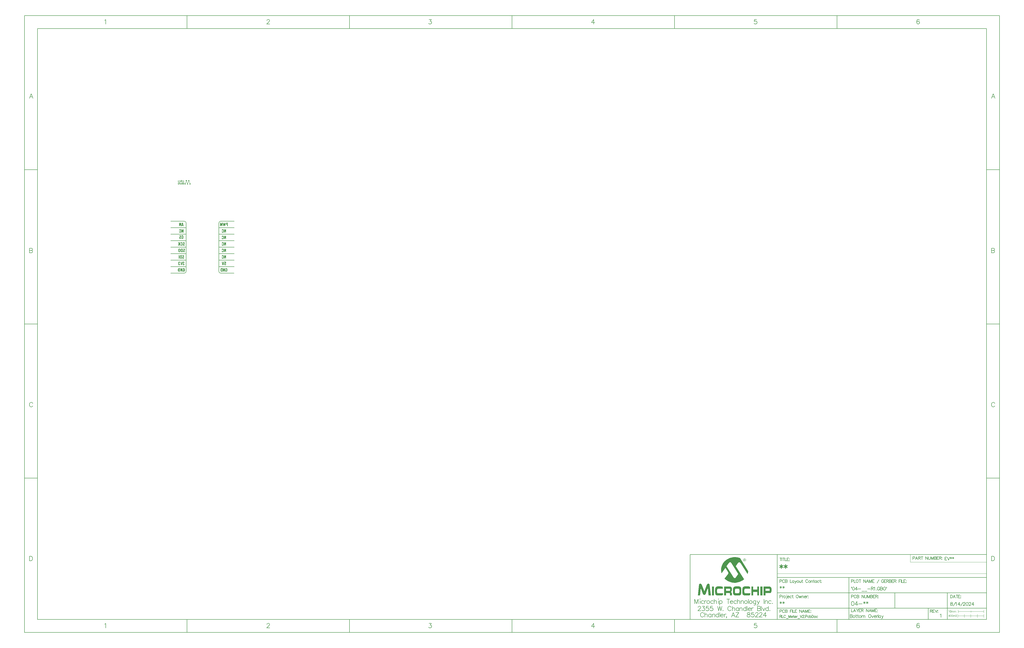
<source format=gbo>
G04*
G04 #@! TF.GenerationSoftware,Altium Limited,Altium Designer,24.4.1 (13)*
G04*
G04 Layer_Color=32896*
%FSLAX43Y43*%
%MOMM*%
G71*
G04*
G04 #@! TF.SameCoordinates,2DE5EF95-E663-491B-9A70-27DC17531A01*
G04*
G04*
G04 #@! TF.FilePolarity,Positive*
G04*
G01*
G75*
%ADD10C,0.200*%
%ADD11C,0.152*%
%ADD13C,0.178*%
%ADD14C,0.150*%
%ADD15C,0.100*%
%ADD16C,0.127*%
%ADD17C,0.180*%
%ADD18C,0.350*%
G36*
X4666Y38828D02*
X4560Y38828D01*
X4560Y38849D01*
X4539Y38849D01*
X4539Y38954D01*
X4666Y38954D01*
X4666Y38828D01*
X4666Y38828D02*
G37*
G36*
X4434Y38280D02*
X4328Y38280D01*
X4328Y38301D01*
X4307Y38301D01*
X4307Y38427D01*
X4328Y38427D01*
X4328Y38469D01*
X4286Y38469D01*
X4286Y38448D01*
X4265Y38448D01*
X4265Y38427D01*
X4244Y38427D01*
X4244Y38406D01*
X4223Y38406D01*
X4223Y38385D01*
X4223Y38364D01*
X4202Y38364D01*
X4202Y38343D01*
X4181Y38343D01*
X4181Y38322D01*
X4160Y38322D01*
X4160Y38301D01*
X4138Y38301D01*
X4138Y38280D01*
X3991Y38280D01*
X3991Y38322D01*
X4012Y38322D01*
X4012Y38343D01*
X4033Y38343D01*
X4033Y38364D01*
X4054Y38364D01*
X4054Y38385D01*
X4075Y38385D01*
X4075Y38406D01*
X4096Y38406D01*
X4096Y38448D01*
X4117Y38448D01*
X4117Y38469D01*
X4138Y38469D01*
X4138Y38490D01*
X4160Y38490D01*
X4160Y38511D01*
X4181Y38511D01*
X4181Y38533D01*
X4160Y38533D01*
X4160Y38554D01*
X4138Y38554D01*
X4138Y38575D01*
X4117Y38575D01*
X4117Y38596D01*
X4096Y38596D01*
X4096Y38617D01*
X4075Y38617D01*
X4075Y38638D01*
X4054Y38638D01*
X4054Y38659D01*
X4033Y38659D01*
X4033Y38680D01*
X4012Y38680D01*
X4012Y38701D01*
X3991Y38701D01*
X3991Y38743D01*
X4138Y38743D01*
X4138Y38722D01*
X4160Y38722D01*
X4160Y38701D01*
X4181Y38701D01*
X4181Y38680D01*
X4202Y38680D01*
X4202Y38659D01*
X4223Y38659D01*
X4223Y38617D01*
X4244Y38617D01*
X4244Y38596D01*
X4265Y38596D01*
X4265Y38575D01*
X4286Y38575D01*
X4286Y38554D01*
X4328Y38554D01*
X4328Y38596D01*
X4307Y38596D01*
X4307Y38933D01*
X4328Y38933D01*
X4328Y38954D01*
X4434Y38954D01*
X4434Y38280D01*
X4434Y38280D02*
G37*
G36*
X5424Y38427D02*
X5424Y38406D01*
X5424Y38301D01*
X5403Y38301D01*
X5403Y38280D01*
X5298Y38280D01*
X5298Y38638D01*
X5172Y38638D01*
X5172Y38617D01*
X5150Y38617D01*
X5150Y38343D01*
X5172Y38343D01*
X5172Y38301D01*
X5150Y38301D01*
X5150Y38280D01*
X5045Y38280D01*
X5045Y38301D01*
X5024Y38301D01*
X5024Y38596D01*
X5045Y38596D01*
X5045Y38617D01*
X5024Y38617D01*
X5024Y38638D01*
X4919Y38638D01*
X4919Y38617D01*
X4897Y38617D01*
X4897Y38280D01*
X4771Y38280D01*
X4771Y38638D01*
X4792Y38638D01*
X4792Y38680D01*
X4813Y38680D01*
X4813Y38701D01*
X4834Y38701D01*
X4834Y38722D01*
X4876Y38722D01*
X4876Y38743D01*
X5424Y38743D01*
X5424Y38427D01*
X5424Y38427D02*
G37*
G36*
X4666Y38280D02*
X4560Y38280D01*
X4560Y38301D01*
X4539Y38301D01*
X4539Y38743D01*
X4666Y38743D01*
X4666Y38280D01*
X4666Y38280D02*
G37*
G36*
X3928Y38722D02*
X3928Y38701D01*
X3928Y38280D01*
X3822Y38280D01*
X3822Y38301D01*
X3801Y38301D01*
X3801Y38659D01*
X3759Y38659D01*
X3759Y38638D01*
X3717Y38638D01*
X3717Y38554D01*
X3590Y38554D01*
X3590Y38638D01*
X3611Y38638D01*
X3611Y38701D01*
X3633Y38701D01*
X3633Y38722D01*
X3654Y38722D01*
X3654Y38743D01*
X3928Y38743D01*
X3928Y38722D01*
X3928Y38722D02*
G37*
G36*
X3422Y38722D02*
X3464Y38722D01*
X3464Y38701D01*
X3485Y38701D01*
X3485Y38680D01*
X3506Y38680D01*
X3506Y38659D01*
X3527Y38659D01*
X3527Y38617D01*
X3548Y38617D01*
X3548Y38533D01*
X3569Y38533D01*
X3569Y38511D01*
X3548Y38511D01*
X3548Y38490D01*
X3569Y38490D01*
X3569Y38469D01*
X3548Y38469D01*
X3548Y38406D01*
X3527Y38406D01*
X3527Y38364D01*
X3506Y38364D01*
X3506Y38343D01*
X3485Y38343D01*
X3485Y38322D01*
X3443Y38322D01*
X3443Y38301D01*
X3401Y38301D01*
X3401Y38280D01*
X3232Y38280D01*
X3232Y38301D01*
X3190Y38301D01*
X3190Y38322D01*
X3148Y38322D01*
X3148Y38343D01*
X3127Y38343D01*
X3127Y38385D01*
X3105Y38385D01*
X3105Y38427D01*
X3084Y38427D01*
X3084Y38617D01*
X3105Y38617D01*
X3105Y38659D01*
X3127Y38659D01*
X3127Y38680D01*
X3148Y38680D01*
X3148Y38701D01*
X3169Y38701D01*
X3169Y38722D01*
X3211Y38722D01*
X3211Y38743D01*
X3422Y38743D01*
X3422Y38722D01*
X3422Y38722D02*
G37*
G36*
X7406Y38912D02*
X7469Y38912D01*
X7469Y38891D01*
X7491Y38891D01*
X7491Y38870D01*
X7512Y38870D01*
X7512Y38849D01*
X7533Y38849D01*
X7533Y38828D01*
X7554Y38828D01*
X7554Y38785D01*
X7575Y38785D01*
X7575Y38617D01*
X7554Y38617D01*
X7554Y38575D01*
X7533Y38575D01*
X7533Y38554D01*
X7512Y38554D01*
X7512Y38533D01*
X7491Y38533D01*
X7491Y38511D01*
X7469Y38511D01*
X7469Y38490D01*
X7406Y38490D01*
X7406Y38448D01*
X7385Y38448D01*
X7385Y38132D01*
X7406Y38132D01*
X7406Y38111D01*
X7870Y38111D01*
X7870Y38090D01*
X7891Y38090D01*
X7891Y38069D01*
X7870Y38069D01*
X7870Y37710D01*
X7891Y37710D01*
X7891Y37668D01*
X7933Y37668D01*
X7933Y37647D01*
X7975Y37647D01*
X7975Y37626D01*
X7997Y37626D01*
X7997Y37605D01*
X8018Y37605D01*
X8018Y37584D01*
X8039Y37584D01*
X8039Y37542D01*
X8060Y37542D01*
X8060Y37373D01*
X8039Y37373D01*
X8039Y37331D01*
X8018Y37331D01*
X8018Y37310D01*
X7997Y37310D01*
X7997Y37289D01*
X7975Y37289D01*
X7975Y37268D01*
X7954Y37268D01*
X7954Y37247D01*
X7912Y37247D01*
X7912Y37225D01*
X7765Y37225D01*
X7765Y37247D01*
X7722Y37247D01*
X7722Y37268D01*
X7680Y37268D01*
X7680Y37289D01*
X7659Y37289D01*
X7659Y37331D01*
X7638Y37331D01*
X7638Y37352D01*
X7617Y37352D01*
X7617Y37436D01*
X7596Y37436D01*
X7596Y37478D01*
X7617Y37478D01*
X7617Y37542D01*
X7638Y37542D01*
X7638Y37584D01*
X7659Y37584D01*
X7659Y37605D01*
X7680Y37605D01*
X7680Y37626D01*
X7701Y37626D01*
X7701Y37647D01*
X7722Y37647D01*
X7722Y37668D01*
X7786Y37668D01*
X7786Y37710D01*
X7807Y37710D01*
X7807Y37731D01*
X7786Y37731D01*
X7786Y37984D01*
X7807Y37984D01*
X7807Y38005D01*
X7786Y38005D01*
X7786Y38027D01*
X6921Y38027D01*
X6921Y38005D01*
X6900Y38005D01*
X6900Y37710D01*
X6921Y37710D01*
X6921Y37668D01*
X6985Y37668D01*
X6985Y37647D01*
X7006Y37647D01*
X7006Y37626D01*
X7027Y37626D01*
X7027Y37605D01*
X7048Y37605D01*
X7048Y37584D01*
X7069Y37584D01*
X7069Y37542D01*
X7090Y37542D01*
X7090Y37352D01*
X7069Y37352D01*
X7069Y37331D01*
X7048Y37331D01*
X7048Y37289D01*
X7027Y37289D01*
X7027Y37268D01*
X6985Y37268D01*
X6985Y37247D01*
X6942Y37247D01*
X6942Y37225D01*
X6795Y37225D01*
X6795Y37247D01*
X6753Y37247D01*
X6753Y37268D01*
X6732Y37268D01*
X6732Y37289D01*
X6689Y37289D01*
X6689Y37331D01*
X6668Y37331D01*
X6668Y37373D01*
X6647Y37373D01*
X6647Y37542D01*
X6668Y37542D01*
X6668Y37584D01*
X6689Y37584D01*
X6689Y37605D01*
X6710Y37605D01*
X6710Y37626D01*
X6732Y37626D01*
X6732Y37647D01*
X6774Y37647D01*
X6774Y37668D01*
X6816Y37668D01*
X6816Y37689D01*
X6837Y37689D01*
X6837Y38027D01*
X5952Y38027D01*
X5952Y37668D01*
X6015Y37668D01*
X6015Y37647D01*
X6036Y37647D01*
X6036Y37626D01*
X6078Y37626D01*
X6078Y37584D01*
X6099Y37584D01*
X6099Y37563D01*
X6120Y37563D01*
X6120Y37499D01*
X6141Y37499D01*
X6141Y37415D01*
X6120Y37415D01*
X6120Y37352D01*
X6099Y37352D01*
X6099Y37310D01*
X6078Y37310D01*
X6078Y37289D01*
X6057Y37289D01*
X6057Y37268D01*
X6015Y37268D01*
X6015Y37247D01*
X5973Y37247D01*
X5973Y37225D01*
X5846Y37225D01*
X5846Y37247D01*
X5783Y37247D01*
X5783Y37268D01*
X5762Y37268D01*
X5762Y37289D01*
X5741Y37289D01*
X5741Y37310D01*
X5720Y37310D01*
X5720Y37331D01*
X5699Y37331D01*
X5699Y37373D01*
X5677Y37373D01*
X5677Y37521D01*
X5699Y37521D01*
X5699Y37584D01*
X5720Y37584D01*
X5720Y37605D01*
X5741Y37605D01*
X5741Y37626D01*
X5762Y37626D01*
X5762Y37647D01*
X5804Y37647D01*
X5804Y37668D01*
X5846Y37668D01*
X5846Y37689D01*
X5867Y37689D01*
X5867Y38111D01*
X6352Y38111D01*
X6352Y38469D01*
X6331Y38469D01*
X6331Y38490D01*
X6268Y38490D01*
X6268Y38511D01*
X6247Y38511D01*
X6247Y38533D01*
X6226Y38533D01*
X6226Y38554D01*
X6205Y38554D01*
X6205Y38575D01*
X6183Y38575D01*
X6183Y38617D01*
X6162Y38617D01*
X6162Y38785D01*
X6183Y38785D01*
X6183Y38828D01*
X6205Y38828D01*
X6205Y38849D01*
X6226Y38849D01*
X6226Y38870D01*
X6247Y38870D01*
X6247Y38891D01*
X6268Y38891D01*
X6268Y38912D01*
X6331Y38912D01*
X6331Y38933D01*
X6458Y38933D01*
X6458Y38912D01*
X6500Y38912D01*
X6500Y38891D01*
X6542Y38891D01*
X6542Y38870D01*
X6563Y38870D01*
X6563Y38828D01*
X6584Y38828D01*
X6584Y38807D01*
X6605Y38807D01*
X6605Y38722D01*
X6626Y38722D01*
X6626Y38701D01*
X6605Y38701D01*
X6605Y38680D01*
X6626Y38680D01*
X6626Y38659D01*
X6605Y38659D01*
X6605Y38596D01*
X6584Y38596D01*
X6584Y38575D01*
X6563Y38575D01*
X6563Y38533D01*
X6521Y38533D01*
X6521Y38511D01*
X6500Y38511D01*
X6500Y38490D01*
X6436Y38490D01*
X6436Y38111D01*
X7301Y38111D01*
X7301Y38132D01*
X7322Y38132D01*
X7322Y38469D01*
X7301Y38469D01*
X7301Y38490D01*
X7238Y38490D01*
X7238Y38511D01*
X7216Y38511D01*
X7216Y38533D01*
X7195Y38533D01*
X7195Y38554D01*
X7174Y38554D01*
X7174Y38575D01*
X7153Y38575D01*
X7153Y38617D01*
X7132Y38617D01*
X7132Y38785D01*
X7153Y38785D01*
X7153Y38828D01*
X7174Y38828D01*
X7174Y38849D01*
X7195Y38849D01*
X7195Y38870D01*
X7216Y38870D01*
X7216Y38891D01*
X7238Y38891D01*
X7238Y38912D01*
X7301Y38912D01*
X7301Y38933D01*
X7406Y38933D01*
X7406Y38912D01*
X7406Y38912D02*
G37*
G36*
X3696Y38005D02*
X3738Y38005D01*
X3738Y37984D01*
X3780Y37984D01*
X3780Y37942D01*
X3801Y37942D01*
X3801Y37921D01*
X3822Y37921D01*
X3822Y37816D01*
X3843Y37816D01*
X3843Y37774D01*
X3822Y37774D01*
X3822Y37689D01*
X3801Y37689D01*
X3801Y37647D01*
X3780Y37647D01*
X3780Y37626D01*
X3759Y37626D01*
X3759Y37605D01*
X3717Y37605D01*
X3717Y37584D01*
X3611Y37584D01*
X3611Y37563D01*
X3590Y37563D01*
X3590Y37584D01*
X3380Y37584D01*
X3380Y37563D01*
X3295Y37563D01*
X3295Y37542D01*
X3274Y37542D01*
X3274Y37436D01*
X3295Y37436D01*
X3295Y37415D01*
X3780Y37415D01*
X3780Y37394D01*
X3801Y37394D01*
X3801Y37268D01*
X3232Y37268D01*
X3232Y37289D01*
X3190Y37289D01*
X3190Y37310D01*
X3148Y37310D01*
X3148Y37352D01*
X3127Y37352D01*
X3127Y37373D01*
X3105Y37373D01*
X3105Y37478D01*
X3084Y37478D01*
X3084Y37499D01*
X3105Y37499D01*
X3105Y37605D01*
X3127Y37605D01*
X3127Y37647D01*
X3148Y37647D01*
X3148Y37668D01*
X3169Y37668D01*
X3169Y37689D01*
X3232Y37689D01*
X3232Y37710D01*
X3611Y37710D01*
X3611Y37731D01*
X3633Y37731D01*
X3633Y37752D01*
X3654Y37752D01*
X3654Y37837D01*
X3633Y37837D01*
X3633Y37879D01*
X3148Y37879D01*
X3148Y37900D01*
X3127Y37900D01*
X3127Y38027D01*
X3696Y38027D01*
X3696Y38005D01*
X3696Y38005D02*
G37*
G36*
X4602Y38005D02*
X4623Y38005D01*
X4623Y37984D01*
X4602Y37984D01*
X4602Y37394D01*
X4581Y37394D01*
X4581Y37352D01*
X4560Y37352D01*
X4560Y37331D01*
X4539Y37331D01*
X4539Y37310D01*
X4497Y37310D01*
X4497Y37289D01*
X4455Y37289D01*
X4455Y37268D01*
X4349Y37268D01*
X4349Y37247D01*
X4202Y37247D01*
X4202Y37268D01*
X4096Y37268D01*
X4096Y37289D01*
X4054Y37289D01*
X4054Y37310D01*
X4012Y37310D01*
X4012Y37331D01*
X3991Y37331D01*
X3991Y37373D01*
X3970Y37373D01*
X3970Y37394D01*
X3949Y37394D01*
X3949Y37542D01*
X3928Y37542D01*
X3928Y38005D01*
X3949Y38005D01*
X3949Y38027D01*
X4096Y38027D01*
X4096Y38005D01*
X4117Y38005D01*
X4117Y37984D01*
X4096Y37984D01*
X4096Y37542D01*
X4117Y37542D01*
X4117Y37457D01*
X4138Y37457D01*
X4138Y37415D01*
X4160Y37415D01*
X4160Y37394D01*
X4244Y37394D01*
X4244Y37373D01*
X4307Y37373D01*
X4307Y37394D01*
X4391Y37394D01*
X4391Y37415D01*
X4413Y37415D01*
X4413Y37457D01*
X4434Y37457D01*
X4434Y38005D01*
X4455Y38005D01*
X4455Y38027D01*
X4602Y38027D01*
X4602Y38005D01*
X4602Y38005D02*
G37*
G36*
X5424Y37268D02*
X4855Y37268D01*
X4855Y37289D01*
X4813Y37289D01*
X4813Y37310D01*
X4792Y37310D01*
X4792Y37331D01*
X4771Y37331D01*
X4771Y37352D01*
X4750Y37352D01*
X4750Y37415D01*
X4729Y37415D01*
X4729Y37542D01*
X4750Y37542D01*
X4750Y37584D01*
X4771Y37584D01*
X4771Y37605D01*
X4792Y37605D01*
X4792Y37626D01*
X4813Y37626D01*
X4813Y37647D01*
X4834Y37647D01*
X4834Y37668D01*
X4792Y37668D01*
X4792Y37689D01*
X4771Y37689D01*
X4771Y37731D01*
X4750Y37731D01*
X4750Y37774D01*
X4729Y37774D01*
X4729Y37858D01*
X4750Y37858D01*
X4750Y37921D01*
X4771Y37921D01*
X4771Y37963D01*
X4792Y37963D01*
X4792Y37984D01*
X4813Y37984D01*
X4813Y38005D01*
X4876Y38005D01*
X4876Y38027D01*
X5424Y38027D01*
X5424Y37268D01*
X5424Y37268D02*
G37*
G36*
X4326Y20925D02*
X4093Y20925D01*
X4093Y21660D01*
X3799Y20925D01*
X3615Y20925D01*
X3615Y22255D01*
X3840Y22255D01*
X3840Y21564D01*
X4137Y22255D01*
X4326Y22255D01*
X4326Y20925D01*
X4326Y20925D02*
G37*
G36*
X21570Y20925D02*
X21338Y20925D01*
X21214Y21766D01*
X21084Y20925D01*
X20854Y20925D01*
X20684Y22255D01*
X20909Y22255D01*
X21002Y21445D01*
X21123Y22252D01*
X21307Y22252D01*
X21423Y21443D01*
X21516Y22255D01*
X21744Y22255D01*
X21570Y20925D01*
X21570Y20925D02*
G37*
G36*
X20541Y20925D02*
X20342Y20925D01*
X20322Y21833D01*
X20146Y20925D01*
X19978Y20925D01*
X19807Y21828D01*
X19786Y20925D01*
X19590Y20925D01*
X19616Y22255D01*
X19892Y22255D01*
X20066Y21414D01*
X20231Y22255D01*
X20518Y22255D01*
X20541Y20925D01*
X20541Y20925D02*
G37*
G36*
X5275Y20925D02*
X5022Y20925D01*
X4970Y21218D01*
X4760Y21218D01*
X4711Y20925D01*
X4461Y20925D01*
X4717Y22255D01*
X5016Y22255D01*
X5275Y20925D01*
X5275Y20925D02*
G37*
G36*
X22597Y20925D02*
X22328Y20925D01*
X22328Y21500D01*
X22201Y21500D01*
X22139Y21502D01*
X22085Y21512D01*
X22038Y21525D01*
X21997Y21543D01*
X21969Y21559D01*
X21945Y21572D01*
X21932Y21582D01*
X21927Y21585D01*
X21909Y21603D01*
X21894Y21621D01*
X21870Y21665D01*
X21852Y21714D01*
X21842Y21761D01*
X21834Y21805D01*
X21832Y21823D01*
X21832Y21838D01*
X21829Y21854D01*
X21829Y21864D01*
X21829Y21869D01*
X21829Y21872D01*
X21832Y21939D01*
X21845Y21999D01*
X21860Y22050D01*
X21883Y22094D01*
X21909Y22130D01*
X21938Y22161D01*
X21969Y22187D01*
X22002Y22208D01*
X22033Y22223D01*
X22067Y22234D01*
X22095Y22244D01*
X22121Y22249D01*
X22144Y22252D01*
X22160Y22255D01*
X22597Y22255D01*
X22597Y20925D01*
X22597Y20925D02*
G37*
G36*
X5274Y18385D02*
X5041Y18385D01*
X5041Y19120D01*
X4746Y18385D01*
X4565Y18385D01*
X4565Y19715D01*
X4788Y19715D01*
X4788Y19022D01*
X5085Y19715D01*
X5274Y19715D01*
X5274Y18385D01*
X5274Y18385D02*
G37*
G36*
X21920Y18385D02*
X21687Y18385D01*
X21687Y19120D01*
X21392Y18385D01*
X21211Y18385D01*
X21211Y19715D01*
X21433Y19715D01*
X21433Y19022D01*
X21731Y19715D01*
X21920Y19715D01*
X21920Y18385D01*
X21920Y18385D02*
G37*
G36*
X4046Y19727D02*
X4092Y19722D01*
X4133Y19712D01*
X4167Y19704D01*
X4193Y19694D01*
X4214Y19684D01*
X4224Y19678D01*
X4229Y19676D01*
X4258Y19652D01*
X4283Y19629D01*
X4304Y19603D01*
X4320Y19577D01*
X4333Y19554D01*
X4340Y19536D01*
X4345Y19526D01*
X4348Y19521D01*
X4358Y19482D01*
X4366Y19443D01*
X4374Y19404D01*
X4376Y19365D01*
X4379Y19334D01*
X4382Y19309D01*
X4382Y19298D01*
X4382Y19290D01*
X4382Y19288D01*
X4382Y19285D01*
X4382Y18807D01*
X4379Y18760D01*
X4376Y18716D01*
X4371Y18678D01*
X4364Y18644D01*
X4358Y18616D01*
X4353Y18595D01*
X4351Y18582D01*
X4348Y18577D01*
X4333Y18543D01*
X4314Y18512D01*
X4296Y18486D01*
X4276Y18463D01*
X4258Y18448D01*
X4242Y18435D01*
X4232Y18427D01*
X4229Y18424D01*
X4193Y18406D01*
X4154Y18393D01*
X4115Y18383D01*
X4079Y18378D01*
X4046Y18373D01*
X4017Y18370D01*
X3994Y18370D01*
X3942Y18373D01*
X3896Y18378D01*
X3857Y18385D01*
X3826Y18396D01*
X3800Y18404D01*
X3782Y18411D01*
X3769Y18417D01*
X3766Y18419D01*
X3738Y18440D01*
X3715Y18463D01*
X3696Y18486D01*
X3681Y18510D01*
X3668Y18528D01*
X3660Y18543D01*
X3658Y18556D01*
X3655Y18559D01*
X3645Y18595D01*
X3634Y18629D01*
X3629Y18665D01*
X3627Y18696D01*
X3624Y18724D01*
X3621Y18745D01*
X3621Y18760D01*
X3621Y18766D01*
X3621Y18874D01*
X3883Y18874D01*
X3883Y18745D01*
X3883Y18711D01*
X3885Y18683D01*
X3888Y18670D01*
X3888Y18662D01*
X3890Y18657D01*
X3890Y18654D01*
X3898Y18626D01*
X3906Y18605D01*
X3916Y18592D01*
X3919Y18587D01*
X3927Y18579D01*
X3940Y18572D01*
X3963Y18564D01*
X3973Y18564D01*
X3983Y18561D01*
X3991Y18561D01*
X4025Y18564D01*
X4048Y18572D01*
X4061Y18579D01*
X4066Y18582D01*
X4082Y18603D01*
X4092Y18623D01*
X4097Y18639D01*
X4100Y18644D01*
X4100Y18647D01*
X4105Y18680D01*
X4108Y18711D01*
X4108Y18724D01*
X4108Y18735D01*
X4108Y18742D01*
X4108Y18745D01*
X4108Y19350D01*
X4108Y19386D01*
X4105Y19417D01*
X4105Y19428D01*
X4102Y19435D01*
X4102Y19440D01*
X4102Y19443D01*
X4095Y19471D01*
X4084Y19492D01*
X4074Y19505D01*
X4071Y19510D01*
X4061Y19518D01*
X4048Y19526D01*
X4022Y19534D01*
X4009Y19536D01*
X3973Y19536D01*
X3958Y19531D01*
X3945Y19528D01*
X3934Y19523D01*
X3921Y19515D01*
X3916Y19510D01*
X3901Y19490D01*
X3893Y19469D01*
X3888Y19453D01*
X3888Y19448D01*
X3888Y19446D01*
X3885Y19415D01*
X3883Y19389D01*
X3883Y19376D01*
X3883Y19368D01*
X3883Y19363D01*
X3883Y19360D01*
X3883Y19234D01*
X3621Y19234D01*
X3621Y19347D01*
X3624Y19389D01*
X3627Y19428D01*
X3632Y19461D01*
X3637Y19490D01*
X3645Y19513D01*
X3650Y19531D01*
X3652Y19544D01*
X3655Y19546D01*
X3671Y19577D01*
X3686Y19606D01*
X3707Y19627D01*
X3725Y19647D01*
X3743Y19663D01*
X3759Y19673D01*
X3769Y19678D01*
X3771Y19681D01*
X3805Y19696D01*
X3839Y19709D01*
X3877Y19717D01*
X3914Y19725D01*
X3945Y19727D01*
X3971Y19730D01*
X3994Y19730D01*
X4046Y19727D01*
X4046Y19727D02*
G37*
G36*
X20691Y19727D02*
X20738Y19722D01*
X20779Y19712D01*
X20813Y19704D01*
X20839Y19694D01*
X20859Y19684D01*
X20870Y19678D01*
X20875Y19676D01*
X20903Y19652D01*
X20929Y19629D01*
X20950Y19603D01*
X20965Y19577D01*
X20978Y19554D01*
X20986Y19536D01*
X20991Y19526D01*
X20994Y19521D01*
X21004Y19482D01*
X21012Y19443D01*
X21020Y19404D01*
X21022Y19365D01*
X21025Y19334D01*
X21027Y19309D01*
X21027Y19298D01*
X21027Y19290D01*
X21027Y19288D01*
X21027Y19285D01*
X21027Y18807D01*
X21025Y18760D01*
X21022Y18716D01*
X21017Y18678D01*
X21009Y18644D01*
X21004Y18616D01*
X20999Y18595D01*
X20996Y18582D01*
X20994Y18577D01*
X20978Y18543D01*
X20960Y18512D01*
X20942Y18486D01*
X20921Y18463D01*
X20903Y18448D01*
X20888Y18435D01*
X20877Y18427D01*
X20875Y18424D01*
X20839Y18406D01*
X20800Y18393D01*
X20761Y18383D01*
X20725Y18378D01*
X20691Y18373D01*
X20663Y18370D01*
X20640Y18370D01*
X20588Y18373D01*
X20541Y18378D01*
X20503Y18385D01*
X20472Y18396D01*
X20446Y18404D01*
X20428Y18411D01*
X20415Y18417D01*
X20412Y18419D01*
X20384Y18440D01*
X20360Y18463D01*
X20342Y18486D01*
X20327Y18510D01*
X20314Y18528D01*
X20306Y18543D01*
X20303Y18556D01*
X20301Y18559D01*
X20291Y18595D01*
X20280Y18629D01*
X20275Y18665D01*
X20272Y18696D01*
X20270Y18724D01*
X20267Y18745D01*
X20267Y18760D01*
X20267Y18766D01*
X20267Y18874D01*
X20528Y18874D01*
X20528Y18745D01*
X20528Y18711D01*
X20531Y18683D01*
X20534Y18670D01*
X20534Y18662D01*
X20536Y18657D01*
X20536Y18654D01*
X20544Y18626D01*
X20552Y18605D01*
X20562Y18592D01*
X20565Y18587D01*
X20572Y18579D01*
X20585Y18572D01*
X20609Y18564D01*
X20619Y18564D01*
X20629Y18561D01*
X20637Y18561D01*
X20671Y18564D01*
X20694Y18572D01*
X20707Y18579D01*
X20712Y18582D01*
X20728Y18603D01*
X20738Y18623D01*
X20743Y18639D01*
X20746Y18644D01*
X20746Y18647D01*
X20751Y18680D01*
X20753Y18711D01*
X20753Y18724D01*
X20753Y18735D01*
X20753Y18742D01*
X20753Y18745D01*
X20753Y19350D01*
X20753Y19386D01*
X20751Y19417D01*
X20751Y19428D01*
X20748Y19435D01*
X20748Y19440D01*
X20748Y19443D01*
X20740Y19471D01*
X20730Y19492D01*
X20720Y19505D01*
X20717Y19510D01*
X20707Y19518D01*
X20694Y19526D01*
X20668Y19534D01*
X20655Y19536D01*
X20619Y19536D01*
X20603Y19531D01*
X20590Y19528D01*
X20580Y19523D01*
X20567Y19515D01*
X20562Y19510D01*
X20547Y19490D01*
X20539Y19469D01*
X20534Y19453D01*
X20534Y19448D01*
X20534Y19446D01*
X20531Y19415D01*
X20528Y19389D01*
X20528Y19376D01*
X20528Y19368D01*
X20528Y19363D01*
X20528Y19360D01*
X20528Y19234D01*
X20267Y19234D01*
X20267Y19347D01*
X20270Y19389D01*
X20272Y19428D01*
X20278Y19461D01*
X20283Y19490D01*
X20291Y19513D01*
X20296Y19531D01*
X20298Y19544D01*
X20301Y19546D01*
X20316Y19577D01*
X20332Y19606D01*
X20353Y19627D01*
X20371Y19647D01*
X20389Y19663D01*
X20404Y19673D01*
X20415Y19678D01*
X20417Y19681D01*
X20451Y19696D01*
X20484Y19709D01*
X20523Y19717D01*
X20559Y19725D01*
X20590Y19727D01*
X20616Y19730D01*
X20640Y19730D01*
X20691Y19727D01*
X20691Y19727D02*
G37*
G36*
X21920Y15845D02*
X21687Y15845D01*
X21687Y16580D01*
X21392Y15845D01*
X21211Y15845D01*
X21211Y17175D01*
X21433Y17175D01*
X21433Y16482D01*
X21731Y17175D01*
X21920Y17175D01*
X21920Y15845D01*
X21920Y15845D02*
G37*
G36*
X4924Y17354D02*
X4958Y17349D01*
X4989Y17342D01*
X5015Y17334D01*
X5041Y17323D01*
X5061Y17313D01*
X5082Y17303D01*
X5113Y17282D01*
X5134Y17264D01*
X5147Y17251D01*
X5152Y17248D01*
X5152Y17246D01*
X5180Y17199D01*
X5204Y17148D01*
X5219Y17093D01*
X5229Y17039D01*
X5235Y16990D01*
X5237Y16969D01*
X5237Y16951D01*
X5240Y16936D01*
X5240Y16925D01*
X5240Y16917D01*
X5240Y16915D01*
X5240Y16439D01*
X5237Y16364D01*
X5227Y16297D01*
X5211Y16240D01*
X5196Y16194D01*
X5180Y16157D01*
X5173Y16144D01*
X5165Y16131D01*
X5160Y16124D01*
X5154Y16116D01*
X5152Y16113D01*
X5152Y16111D01*
X5134Y16090D01*
X5113Y16075D01*
X5067Y16046D01*
X5017Y16028D01*
X4968Y16013D01*
X4924Y16005D01*
X4904Y16002D01*
X4886Y16002D01*
X4873Y16000D01*
X4816Y16000D01*
X4782Y16005D01*
X4748Y16010D01*
X4720Y16015D01*
X4694Y16023D01*
X4671Y16031D01*
X4632Y16051D01*
X4601Y16069D01*
X4580Y16085D01*
X4567Y16095D01*
X4565Y16100D01*
X4536Y16142D01*
X4516Y16191D01*
X4500Y16240D01*
X4490Y16287D01*
X4485Y16331D01*
X4482Y16349D01*
X4480Y16364D01*
X4480Y16377D01*
X4480Y16387D01*
X4480Y16393D01*
X4480Y16395D01*
X4480Y16504D01*
X4741Y16504D01*
X4741Y16375D01*
X4741Y16343D01*
X4743Y16315D01*
X4746Y16292D01*
X4751Y16271D01*
X4754Y16256D01*
X4759Y16245D01*
X4761Y16237D01*
X4761Y16235D01*
X4772Y16219D01*
X4785Y16209D01*
X4798Y16199D01*
X4813Y16194D01*
X4826Y16191D01*
X4839Y16188D01*
X4849Y16188D01*
X4873Y16191D01*
X4893Y16196D01*
X4909Y16204D01*
X4922Y16212D01*
X4929Y16219D01*
X4937Y16227D01*
X4940Y16232D01*
X4942Y16235D01*
X4950Y16256D01*
X4955Y16276D01*
X4963Y16323D01*
X4963Y16343D01*
X4966Y16359D01*
X4966Y16369D01*
X4966Y16375D01*
X4966Y16980D01*
X4966Y17011D01*
X4963Y17039D01*
X4958Y17062D01*
X4955Y17083D01*
X4950Y17096D01*
X4948Y17109D01*
X4945Y17114D01*
X4945Y17117D01*
X4935Y17132D01*
X4922Y17145D01*
X4906Y17153D01*
X4888Y17161D01*
X4875Y17163D01*
X4862Y17166D01*
X4849Y17166D01*
X4818Y17163D01*
X4795Y17155D01*
X4782Y17145D01*
X4777Y17142D01*
X4761Y17124D01*
X4754Y17104D01*
X4748Y17088D01*
X4748Y17086D01*
X4748Y17083D01*
X4743Y17052D01*
X4741Y17021D01*
X4741Y17008D01*
X4741Y16998D01*
X4741Y16990D01*
X4741Y16987D01*
X4741Y16863D01*
X4480Y16863D01*
X4480Y16977D01*
X4482Y17042D01*
X4492Y17099D01*
X4505Y17148D01*
X4521Y17186D01*
X4539Y17217D01*
X4552Y17241D01*
X4562Y17254D01*
X4565Y17259D01*
X4580Y17277D01*
X4601Y17292D01*
X4645Y17318D01*
X4692Y17336D01*
X4738Y17347D01*
X4782Y17354D01*
X4803Y17357D01*
X4818Y17357D01*
X4831Y17360D01*
X4891Y17360D01*
X4924Y17354D01*
X4924Y17354D02*
G37*
G36*
X20691Y17187D02*
X20738Y17182D01*
X20779Y17172D01*
X20813Y17164D01*
X20839Y17154D01*
X20859Y17143D01*
X20870Y17138D01*
X20875Y17136D01*
X20903Y17112D01*
X20929Y17089D01*
X20950Y17063D01*
X20965Y17037D01*
X20978Y17014D01*
X20986Y16996D01*
X20991Y16986D01*
X20994Y16981D01*
X21004Y16942D01*
X21012Y16903D01*
X21020Y16864D01*
X21022Y16825D01*
X21025Y16794D01*
X21027Y16769D01*
X21027Y16758D01*
X21027Y16750D01*
X21027Y16748D01*
X21027Y16745D01*
X21027Y16267D01*
X21025Y16220D01*
X21022Y16176D01*
X21017Y16138D01*
X21009Y16104D01*
X21004Y16076D01*
X20999Y16055D01*
X20996Y16042D01*
X20994Y16037D01*
X20978Y16003D01*
X20960Y15972D01*
X20942Y15946D01*
X20921Y15923D01*
X20903Y15908D01*
X20888Y15895D01*
X20877Y15887D01*
X20875Y15884D01*
X20839Y15866D01*
X20800Y15853D01*
X20761Y15843D01*
X20725Y15838D01*
X20691Y15833D01*
X20663Y15830D01*
X20640Y15830D01*
X20588Y15833D01*
X20541Y15838D01*
X20503Y15845D01*
X20472Y15856D01*
X20446Y15864D01*
X20428Y15871D01*
X20415Y15877D01*
X20412Y15879D01*
X20384Y15900D01*
X20360Y15923D01*
X20342Y15946D01*
X20327Y15970D01*
X20314Y15988D01*
X20306Y16003D01*
X20303Y16016D01*
X20301Y16019D01*
X20291Y16055D01*
X20280Y16089D01*
X20275Y16125D01*
X20272Y16156D01*
X20270Y16184D01*
X20267Y16205D01*
X20267Y16220D01*
X20267Y16226D01*
X20267Y16334D01*
X20528Y16334D01*
X20528Y16205D01*
X20528Y16171D01*
X20531Y16143D01*
X20534Y16130D01*
X20534Y16122D01*
X20536Y16117D01*
X20536Y16114D01*
X20544Y16086D01*
X20552Y16065D01*
X20562Y16052D01*
X20565Y16047D01*
X20572Y16039D01*
X20585Y16032D01*
X20609Y16024D01*
X20619Y16024D01*
X20629Y16021D01*
X20637Y16021D01*
X20671Y16024D01*
X20694Y16032D01*
X20707Y16039D01*
X20712Y16042D01*
X20728Y16063D01*
X20738Y16083D01*
X20743Y16099D01*
X20746Y16104D01*
X20746Y16107D01*
X20751Y16140D01*
X20753Y16171D01*
X20753Y16184D01*
X20753Y16195D01*
X20753Y16202D01*
X20753Y16205D01*
X20753Y16810D01*
X20753Y16846D01*
X20751Y16877D01*
X20751Y16888D01*
X20748Y16895D01*
X20748Y16900D01*
X20748Y16903D01*
X20740Y16931D01*
X20730Y16952D01*
X20720Y16965D01*
X20717Y16970D01*
X20707Y16978D01*
X20694Y16986D01*
X20668Y16994D01*
X20655Y16996D01*
X20619Y16996D01*
X20603Y16991D01*
X20590Y16988D01*
X20580Y16983D01*
X20567Y16975D01*
X20562Y16970D01*
X20547Y16950D01*
X20539Y16929D01*
X20534Y16913D01*
X20534Y16908D01*
X20534Y16906D01*
X20531Y16875D01*
X20528Y16849D01*
X20528Y16836D01*
X20528Y16828D01*
X20528Y16823D01*
X20528Y16820D01*
X20528Y16694D01*
X20267Y16694D01*
X20267Y16807D01*
X20270Y16849D01*
X20272Y16888D01*
X20278Y16921D01*
X20283Y16950D01*
X20291Y16973D01*
X20296Y16991D01*
X20298Y17004D01*
X20301Y17006D01*
X20316Y17037D01*
X20332Y17066D01*
X20353Y17087D01*
X20371Y17107D01*
X20389Y17123D01*
X20404Y17133D01*
X20415Y17138D01*
X20417Y17141D01*
X20451Y17156D01*
X20484Y17169D01*
X20523Y17177D01*
X20559Y17185D01*
X20590Y17187D01*
X20616Y17190D01*
X20640Y17190D01*
X20691Y17187D01*
X20691Y17187D02*
G37*
G36*
X4040Y17357D02*
X4094Y17347D01*
X4141Y17331D01*
X4180Y17316D01*
X4208Y17300D01*
X4231Y17285D01*
X4244Y17274D01*
X4249Y17272D01*
X4280Y17236D01*
X4304Y17197D01*
X4322Y17153D01*
X4332Y17114D01*
X4340Y17078D01*
X4343Y17047D01*
X4345Y17036D01*
X4345Y17029D01*
X4345Y17024D01*
X4345Y17021D01*
X4343Y16982D01*
X4337Y16946D01*
X4332Y16912D01*
X4324Y16886D01*
X4317Y16863D01*
X4309Y16848D01*
X4306Y16837D01*
X4304Y16835D01*
X4286Y16806D01*
X4265Y16780D01*
X4244Y16755D01*
X4224Y16731D01*
X4203Y16713D01*
X4187Y16698D01*
X4177Y16687D01*
X4174Y16685D01*
X4037Y16566D01*
X4012Y16543D01*
X3988Y16519D01*
X3970Y16499D01*
X3955Y16481D01*
X3944Y16465D01*
X3934Y16455D01*
X3931Y16447D01*
X3929Y16444D01*
X3916Y16424D01*
X3908Y16400D01*
X3898Y16356D01*
X3895Y16338D01*
X3893Y16323D01*
X3893Y16312D01*
X3893Y16310D01*
X3895Y16279D01*
X3903Y16253D01*
X3911Y16237D01*
X3913Y16235D01*
X3913Y16232D01*
X3921Y16222D01*
X3931Y16217D01*
X3955Y16206D01*
X3965Y16206D01*
X3973Y16204D01*
X3981Y16204D01*
X4004Y16206D01*
X4022Y16214D01*
X4040Y16222D01*
X4053Y16235D01*
X4066Y16245D01*
X4074Y16253D01*
X4076Y16261D01*
X4079Y16263D01*
X4089Y16289D01*
X4097Y16318D01*
X4102Y16349D01*
X4107Y16380D01*
X4110Y16406D01*
X4112Y16429D01*
X4112Y16444D01*
X4112Y16447D01*
X4112Y16449D01*
X4345Y16411D01*
X4343Y16372D01*
X4337Y16336D01*
X4327Y16274D01*
X4311Y16219D01*
X4293Y16175D01*
X4275Y16142D01*
X4260Y16116D01*
X4249Y16103D01*
X4247Y16098D01*
X4208Y16064D01*
X4164Y16041D01*
X4118Y16023D01*
X4074Y16013D01*
X4032Y16005D01*
X4017Y16002D01*
X4001Y16002D01*
X3988Y16000D01*
X3970Y16000D01*
X3934Y16002D01*
X3900Y16007D01*
X3869Y16013D01*
X3843Y16020D01*
X3823Y16028D01*
X3805Y16036D01*
X3794Y16038D01*
X3792Y16041D01*
X3763Y16059D01*
X3740Y16077D01*
X3717Y16095D01*
X3701Y16113D01*
X3688Y16129D01*
X3678Y16142D01*
X3673Y16152D01*
X3670Y16155D01*
X3655Y16183D01*
X3644Y16214D01*
X3637Y16243D01*
X3631Y16268D01*
X3629Y16292D01*
X3626Y16310D01*
X3626Y16320D01*
X3626Y16325D01*
X3629Y16369D01*
X3634Y16411D01*
X3644Y16447D01*
X3652Y16481D01*
X3662Y16504D01*
X3673Y16524D01*
X3678Y16535D01*
X3681Y16540D01*
X3701Y16574D01*
X3727Y16607D01*
X3753Y16638D01*
X3776Y16664D01*
X3797Y16687D01*
X3815Y16705D01*
X3825Y16716D01*
X3831Y16721D01*
X3965Y16837D01*
X3986Y16858D01*
X4006Y16876D01*
X4022Y16892D01*
X4032Y16907D01*
X4043Y16920D01*
X4050Y16928D01*
X4053Y16933D01*
X4055Y16936D01*
X4066Y16954D01*
X4071Y16974D01*
X4081Y17011D01*
X4081Y17026D01*
X4084Y17039D01*
X4084Y17047D01*
X4084Y17049D01*
X4081Y17080D01*
X4071Y17106D01*
X4063Y17122D01*
X4061Y17124D01*
X4061Y17127D01*
X4050Y17137D01*
X4037Y17148D01*
X4014Y17155D01*
X4004Y17158D01*
X3993Y17161D01*
X3986Y17161D01*
X3965Y17158D01*
X3949Y17153D01*
X3937Y17145D01*
X3926Y17135D01*
X3918Y17124D01*
X3913Y17117D01*
X3911Y17111D01*
X3911Y17109D01*
X3903Y17088D01*
X3898Y17065D01*
X3890Y17013D01*
X3890Y16992D01*
X3887Y16974D01*
X3887Y16961D01*
X3887Y16956D01*
X3652Y16990D01*
X3657Y17049D01*
X3668Y17101D01*
X3683Y17145D01*
X3696Y17184D01*
X3709Y17215D01*
X3722Y17238D01*
X3730Y17251D01*
X3732Y17256D01*
X3763Y17290D01*
X3799Y17316D01*
X3841Y17334D01*
X3882Y17347D01*
X3921Y17354D01*
X3952Y17357D01*
X3962Y17360D01*
X3981Y17360D01*
X4040Y17357D01*
X4040Y17357D02*
G37*
G36*
X3958Y13305D02*
X3689Y13305D01*
X3689Y13825D01*
X3642Y13898D01*
X3438Y13305D01*
X3164Y13305D01*
X3433Y14037D01*
X3184Y14635D01*
X3446Y14635D01*
X3689Y14073D01*
X3689Y14635D01*
X3958Y14635D01*
X3958Y13305D01*
X3958Y13305D02*
G37*
G36*
X21920Y13305D02*
X21687Y13305D01*
X21687Y14040D01*
X21392Y13305D01*
X21211Y13305D01*
X21211Y14635D01*
X21433Y14635D01*
X21433Y13942D01*
X21731Y14635D01*
X21920Y14635D01*
X21920Y13305D01*
X21920Y13305D02*
G37*
G36*
X20691Y14647D02*
X20738Y14642D01*
X20779Y14632D01*
X20813Y14624D01*
X20839Y14614D01*
X20859Y14604D01*
X20870Y14598D01*
X20875Y14596D01*
X20903Y14572D01*
X20929Y14549D01*
X20950Y14523D01*
X20965Y14497D01*
X20978Y14474D01*
X20986Y14456D01*
X20991Y14446D01*
X20994Y14441D01*
X21004Y14402D01*
X21012Y14363D01*
X21020Y14324D01*
X21022Y14285D01*
X21025Y14254D01*
X21027Y14229D01*
X21027Y14218D01*
X21027Y14210D01*
X21027Y14208D01*
X21027Y14205D01*
X21027Y13727D01*
X21025Y13680D01*
X21022Y13636D01*
X21017Y13598D01*
X21009Y13564D01*
X21004Y13536D01*
X20999Y13515D01*
X20996Y13502D01*
X20994Y13497D01*
X20978Y13463D01*
X20960Y13432D01*
X20942Y13406D01*
X20921Y13383D01*
X20903Y13368D01*
X20888Y13355D01*
X20877Y13347D01*
X20875Y13344D01*
X20839Y13326D01*
X20800Y13313D01*
X20761Y13303D01*
X20725Y13298D01*
X20691Y13293D01*
X20663Y13290D01*
X20640Y13290D01*
X20588Y13293D01*
X20541Y13298D01*
X20503Y13305D01*
X20472Y13316D01*
X20446Y13324D01*
X20428Y13331D01*
X20415Y13337D01*
X20412Y13339D01*
X20384Y13360D01*
X20360Y13383D01*
X20342Y13406D01*
X20327Y13430D01*
X20314Y13448D01*
X20306Y13463D01*
X20303Y13476D01*
X20301Y13479D01*
X20291Y13515D01*
X20280Y13549D01*
X20275Y13585D01*
X20272Y13616D01*
X20270Y13644D01*
X20267Y13665D01*
X20267Y13680D01*
X20267Y13686D01*
X20267Y13794D01*
X20528Y13794D01*
X20528Y13665D01*
X20528Y13631D01*
X20531Y13603D01*
X20534Y13590D01*
X20534Y13582D01*
X20536Y13577D01*
X20536Y13574D01*
X20544Y13546D01*
X20552Y13525D01*
X20562Y13512D01*
X20565Y13507D01*
X20572Y13499D01*
X20585Y13492D01*
X20609Y13484D01*
X20619Y13484D01*
X20629Y13481D01*
X20637Y13481D01*
X20671Y13484D01*
X20694Y13492D01*
X20707Y13499D01*
X20712Y13502D01*
X20728Y13523D01*
X20738Y13543D01*
X20743Y13559D01*
X20746Y13564D01*
X20746Y13567D01*
X20751Y13600D01*
X20753Y13631D01*
X20753Y13644D01*
X20753Y13655D01*
X20753Y13662D01*
X20753Y13665D01*
X20753Y14270D01*
X20753Y14306D01*
X20751Y14337D01*
X20751Y14348D01*
X20748Y14355D01*
X20748Y14360D01*
X20748Y14363D01*
X20740Y14391D01*
X20730Y14412D01*
X20720Y14425D01*
X20717Y14430D01*
X20707Y14438D01*
X20694Y14446D01*
X20668Y14454D01*
X20655Y14456D01*
X20619Y14456D01*
X20603Y14451D01*
X20590Y14448D01*
X20580Y14443D01*
X20567Y14435D01*
X20562Y14430D01*
X20547Y14410D01*
X20539Y14389D01*
X20534Y14373D01*
X20534Y14368D01*
X20534Y14366D01*
X20531Y14335D01*
X20528Y14309D01*
X20528Y14296D01*
X20528Y14288D01*
X20528Y14283D01*
X20528Y14280D01*
X20528Y14154D01*
X20267Y14154D01*
X20267Y14267D01*
X20270Y14309D01*
X20272Y14348D01*
X20278Y14381D01*
X20283Y14410D01*
X20291Y14433D01*
X20296Y14451D01*
X20298Y14464D01*
X20301Y14466D01*
X20316Y14497D01*
X20332Y14526D01*
X20353Y14547D01*
X20371Y14567D01*
X20389Y14583D01*
X20404Y14593D01*
X20415Y14598D01*
X20417Y14601D01*
X20451Y14616D01*
X20484Y14629D01*
X20523Y14637D01*
X20559Y14645D01*
X20590Y14647D01*
X20616Y14650D01*
X20640Y14650D01*
X20691Y14647D01*
X20691Y14647D02*
G37*
G36*
X4568Y14645D02*
X4601Y14640D01*
X4632Y14632D01*
X4658Y14624D01*
X4684Y14614D01*
X4705Y14604D01*
X4726Y14593D01*
X4757Y14572D01*
X4777Y14554D01*
X4790Y14541D01*
X4795Y14539D01*
X4795Y14536D01*
X4824Y14490D01*
X4847Y14438D01*
X4863Y14384D01*
X4873Y14329D01*
X4878Y14280D01*
X4881Y14260D01*
X4881Y14242D01*
X4883Y14226D01*
X4883Y14216D01*
X4883Y14208D01*
X4883Y14205D01*
X4883Y13730D01*
X4881Y13655D01*
X4870Y13587D01*
X4855Y13530D01*
X4839Y13484D01*
X4824Y13448D01*
X4816Y13435D01*
X4808Y13422D01*
X4803Y13414D01*
X4798Y13406D01*
X4795Y13404D01*
X4795Y13401D01*
X4777Y13380D01*
X4757Y13365D01*
X4710Y13337D01*
X4661Y13318D01*
X4612Y13303D01*
X4568Y13295D01*
X4547Y13293D01*
X4529Y13293D01*
X4516Y13290D01*
X4459Y13290D01*
X4426Y13295D01*
X4392Y13300D01*
X4364Y13305D01*
X4338Y13313D01*
X4314Y13321D01*
X4276Y13342D01*
X4245Y13360D01*
X4224Y13375D01*
X4211Y13386D01*
X4208Y13391D01*
X4180Y13432D01*
X4159Y13481D01*
X4144Y13530D01*
X4133Y13577D01*
X4128Y13621D01*
X4126Y13639D01*
X4123Y13655D01*
X4123Y13667D01*
X4123Y13678D01*
X4123Y13683D01*
X4123Y13686D01*
X4123Y13794D01*
X4384Y13794D01*
X4384Y13665D01*
X4384Y13634D01*
X4387Y13605D01*
X4389Y13582D01*
X4395Y13561D01*
X4397Y13546D01*
X4402Y13536D01*
X4405Y13528D01*
X4405Y13525D01*
X4415Y13510D01*
X4428Y13499D01*
X4441Y13489D01*
X4457Y13484D01*
X4470Y13481D01*
X4483Y13479D01*
X4493Y13479D01*
X4516Y13481D01*
X4537Y13486D01*
X4552Y13494D01*
X4565Y13502D01*
X4573Y13510D01*
X4581Y13518D01*
X4583Y13523D01*
X4586Y13525D01*
X4594Y13546D01*
X4599Y13567D01*
X4607Y13613D01*
X4607Y13634D01*
X4609Y13649D01*
X4609Y13660D01*
X4609Y13665D01*
X4609Y14270D01*
X4609Y14301D01*
X4607Y14329D01*
X4601Y14353D01*
X4599Y14373D01*
X4594Y14386D01*
X4591Y14399D01*
X4589Y14404D01*
X4589Y14407D01*
X4578Y14423D01*
X4565Y14435D01*
X4550Y14443D01*
X4532Y14451D01*
X4519Y14454D01*
X4506Y14456D01*
X4493Y14456D01*
X4462Y14454D01*
X4439Y14446D01*
X4426Y14435D01*
X4420Y14433D01*
X4405Y14415D01*
X4397Y14394D01*
X4392Y14379D01*
X4392Y14376D01*
X4392Y14373D01*
X4387Y14342D01*
X4384Y14311D01*
X4384Y14298D01*
X4384Y14288D01*
X4384Y14280D01*
X4384Y14278D01*
X4384Y14154D01*
X4123Y14154D01*
X4123Y14267D01*
X4126Y14332D01*
X4136Y14389D01*
X4149Y14438D01*
X4164Y14477D01*
X4183Y14508D01*
X4195Y14531D01*
X4206Y14544D01*
X4208Y14549D01*
X4224Y14567D01*
X4245Y14583D01*
X4289Y14609D01*
X4335Y14627D01*
X4382Y14637D01*
X4426Y14645D01*
X4446Y14647D01*
X4462Y14647D01*
X4475Y14650D01*
X4534Y14650D01*
X4568Y14645D01*
X4568Y14645D02*
G37*
G36*
X5421Y14647D02*
X5475Y14637D01*
X5522Y14622D01*
X5561Y14606D01*
X5589Y14591D01*
X5612Y14575D01*
X5625Y14565D01*
X5631Y14562D01*
X5662Y14526D01*
X5685Y14487D01*
X5703Y14443D01*
X5713Y14404D01*
X5721Y14368D01*
X5724Y14337D01*
X5726Y14327D01*
X5726Y14319D01*
X5726Y14314D01*
X5726Y14311D01*
X5724Y14273D01*
X5718Y14236D01*
X5713Y14203D01*
X5706Y14177D01*
X5698Y14154D01*
X5690Y14138D01*
X5687Y14128D01*
X5685Y14125D01*
X5667Y14097D01*
X5646Y14071D01*
X5625Y14045D01*
X5605Y14022D01*
X5584Y14004D01*
X5569Y13988D01*
X5558Y13978D01*
X5556Y13975D01*
X5419Y13856D01*
X5393Y13833D01*
X5369Y13810D01*
X5351Y13789D01*
X5336Y13771D01*
X5325Y13755D01*
X5315Y13745D01*
X5313Y13737D01*
X5310Y13735D01*
X5297Y13714D01*
X5289Y13691D01*
X5279Y13647D01*
X5276Y13629D01*
X5274Y13613D01*
X5274Y13603D01*
X5274Y13600D01*
X5276Y13569D01*
X5284Y13543D01*
X5292Y13528D01*
X5294Y13525D01*
X5294Y13523D01*
X5302Y13512D01*
X5313Y13507D01*
X5336Y13497D01*
X5346Y13497D01*
X5354Y13494D01*
X5362Y13494D01*
X5385Y13497D01*
X5403Y13505D01*
X5421Y13512D01*
X5434Y13525D01*
X5447Y13536D01*
X5455Y13543D01*
X5457Y13551D01*
X5460Y13554D01*
X5470Y13580D01*
X5478Y13608D01*
X5483Y13639D01*
X5488Y13670D01*
X5491Y13696D01*
X5494Y13719D01*
X5494Y13735D01*
X5494Y13737D01*
X5494Y13740D01*
X5726Y13701D01*
X5724Y13662D01*
X5718Y13626D01*
X5708Y13564D01*
X5693Y13510D01*
X5675Y13466D01*
X5656Y13432D01*
X5641Y13406D01*
X5631Y13393D01*
X5628Y13388D01*
X5589Y13355D01*
X5545Y13331D01*
X5499Y13313D01*
X5455Y13303D01*
X5413Y13295D01*
X5398Y13293D01*
X5382Y13293D01*
X5369Y13290D01*
X5351Y13290D01*
X5315Y13293D01*
X5281Y13298D01*
X5250Y13303D01*
X5225Y13311D01*
X5204Y13318D01*
X5186Y13326D01*
X5175Y13329D01*
X5173Y13331D01*
X5144Y13349D01*
X5121Y13368D01*
X5098Y13386D01*
X5082Y13404D01*
X5069Y13419D01*
X5059Y13432D01*
X5054Y13443D01*
X5051Y13445D01*
X5036Y13474D01*
X5025Y13505D01*
X5018Y13533D01*
X5013Y13559D01*
X5010Y13582D01*
X5007Y13600D01*
X5007Y13611D01*
X5007Y13616D01*
X5010Y13660D01*
X5015Y13701D01*
X5025Y13737D01*
X5033Y13771D01*
X5044Y13794D01*
X5054Y13815D01*
X5059Y13825D01*
X5062Y13830D01*
X5082Y13864D01*
X5108Y13898D01*
X5134Y13929D01*
X5157Y13954D01*
X5178Y13978D01*
X5196Y13996D01*
X5207Y14006D01*
X5212Y14011D01*
X5346Y14128D01*
X5367Y14148D01*
X5387Y14167D01*
X5403Y14182D01*
X5413Y14198D01*
X5424Y14210D01*
X5431Y14218D01*
X5434Y14223D01*
X5437Y14226D01*
X5447Y14244D01*
X5452Y14265D01*
X5462Y14301D01*
X5462Y14316D01*
X5465Y14329D01*
X5465Y14337D01*
X5465Y14340D01*
X5462Y14371D01*
X5452Y14397D01*
X5444Y14412D01*
X5442Y14415D01*
X5442Y14417D01*
X5431Y14428D01*
X5419Y14438D01*
X5395Y14446D01*
X5385Y14448D01*
X5375Y14451D01*
X5367Y14451D01*
X5346Y14448D01*
X5331Y14443D01*
X5318Y14435D01*
X5307Y14425D01*
X5300Y14415D01*
X5294Y14407D01*
X5292Y14402D01*
X5292Y14399D01*
X5284Y14379D01*
X5279Y14355D01*
X5271Y14304D01*
X5271Y14283D01*
X5269Y14265D01*
X5269Y14252D01*
X5269Y14247D01*
X5033Y14280D01*
X5038Y14340D01*
X5049Y14391D01*
X5064Y14435D01*
X5077Y14474D01*
X5090Y14505D01*
X5103Y14529D01*
X5111Y14541D01*
X5113Y14547D01*
X5144Y14580D01*
X5181Y14606D01*
X5222Y14624D01*
X5263Y14637D01*
X5302Y14645D01*
X5333Y14647D01*
X5344Y14650D01*
X5362Y14650D01*
X5421Y14647D01*
X5421Y14647D02*
G37*
G36*
X21920Y10765D02*
X21687Y10765D01*
X21687Y11500D01*
X21392Y10765D01*
X21211Y10765D01*
X21211Y12095D01*
X21433Y12095D01*
X21433Y11402D01*
X21731Y12095D01*
X21920Y12095D01*
X21920Y10765D01*
X21920Y10765D02*
G37*
G36*
X20691Y12107D02*
X20738Y12102D01*
X20779Y12092D01*
X20813Y12084D01*
X20839Y12074D01*
X20859Y12064D01*
X20870Y12058D01*
X20875Y12056D01*
X20903Y12032D01*
X20929Y12009D01*
X20950Y11983D01*
X20965Y11957D01*
X20978Y11934D01*
X20986Y11916D01*
X20991Y11906D01*
X20994Y11901D01*
X21004Y11862D01*
X21012Y11823D01*
X21020Y11784D01*
X21022Y11745D01*
X21025Y11714D01*
X21027Y11689D01*
X21027Y11678D01*
X21027Y11670D01*
X21027Y11668D01*
X21027Y11665D01*
X21027Y11187D01*
X21025Y11140D01*
X21022Y11096D01*
X21017Y11058D01*
X21009Y11024D01*
X21004Y10996D01*
X20999Y10975D01*
X20996Y10962D01*
X20994Y10957D01*
X20978Y10923D01*
X20960Y10892D01*
X20942Y10866D01*
X20921Y10843D01*
X20903Y10828D01*
X20888Y10815D01*
X20877Y10807D01*
X20875Y10804D01*
X20839Y10786D01*
X20800Y10773D01*
X20761Y10763D01*
X20725Y10758D01*
X20691Y10753D01*
X20663Y10750D01*
X20640Y10750D01*
X20588Y10753D01*
X20541Y10758D01*
X20503Y10765D01*
X20472Y10776D01*
X20446Y10784D01*
X20428Y10791D01*
X20415Y10797D01*
X20412Y10799D01*
X20384Y10820D01*
X20360Y10843D01*
X20342Y10866D01*
X20327Y10890D01*
X20314Y10908D01*
X20306Y10923D01*
X20303Y10936D01*
X20301Y10939D01*
X20291Y10975D01*
X20280Y11009D01*
X20275Y11045D01*
X20272Y11076D01*
X20270Y11104D01*
X20267Y11125D01*
X20267Y11140D01*
X20267Y11146D01*
X20267Y11254D01*
X20528Y11254D01*
X20528Y11125D01*
X20528Y11091D01*
X20531Y11063D01*
X20534Y11050D01*
X20534Y11042D01*
X20536Y11037D01*
X20536Y11034D01*
X20544Y11006D01*
X20552Y10985D01*
X20562Y10972D01*
X20565Y10967D01*
X20572Y10959D01*
X20585Y10952D01*
X20609Y10944D01*
X20619Y10944D01*
X20629Y10941D01*
X20637Y10941D01*
X20671Y10944D01*
X20694Y10952D01*
X20707Y10959D01*
X20712Y10962D01*
X20728Y10983D01*
X20738Y11003D01*
X20743Y11019D01*
X20746Y11024D01*
X20746Y11027D01*
X20751Y11060D01*
X20753Y11091D01*
X20753Y11104D01*
X20753Y11115D01*
X20753Y11122D01*
X20753Y11125D01*
X20753Y11730D01*
X20753Y11766D01*
X20751Y11797D01*
X20751Y11808D01*
X20748Y11815D01*
X20748Y11820D01*
X20748Y11823D01*
X20740Y11851D01*
X20730Y11872D01*
X20720Y11885D01*
X20717Y11890D01*
X20707Y11898D01*
X20694Y11906D01*
X20668Y11914D01*
X20655Y11916D01*
X20619Y11916D01*
X20603Y11911D01*
X20590Y11908D01*
X20580Y11903D01*
X20567Y11895D01*
X20562Y11890D01*
X20547Y11870D01*
X20539Y11849D01*
X20534Y11833D01*
X20534Y11828D01*
X20534Y11826D01*
X20531Y11795D01*
X20528Y11769D01*
X20528Y11756D01*
X20528Y11748D01*
X20528Y11743D01*
X20528Y11740D01*
X20528Y11614D01*
X20267Y11614D01*
X20267Y11727D01*
X20270Y11769D01*
X20272Y11808D01*
X20278Y11841D01*
X20283Y11870D01*
X20291Y11893D01*
X20296Y11911D01*
X20298Y11924D01*
X20301Y11926D01*
X20316Y11957D01*
X20332Y11986D01*
X20353Y12007D01*
X20371Y12027D01*
X20389Y12043D01*
X20404Y12053D01*
X20415Y12058D01*
X20417Y12061D01*
X20451Y12076D01*
X20484Y12089D01*
X20523Y12097D01*
X20559Y12105D01*
X20590Y12107D01*
X20616Y12110D01*
X20640Y12110D01*
X20691Y12107D01*
X20691Y12107D02*
G37*
G36*
X4969Y10802D02*
X4635Y10802D01*
X4579Y10805D01*
X4527Y10810D01*
X4483Y10815D01*
X4447Y10826D01*
X4418Y10833D01*
X4398Y10839D01*
X4385Y10844D01*
X4379Y10846D01*
X4346Y10864D01*
X4320Y10885D01*
X4297Y10908D01*
X4279Y10932D01*
X4266Y10952D01*
X4255Y10968D01*
X4250Y10978D01*
X4248Y10983D01*
X4235Y11020D01*
X4224Y11061D01*
X4217Y11102D01*
X4211Y11141D01*
X4209Y11175D01*
X4206Y11203D01*
X4206Y11213D01*
X4206Y11221D01*
X4206Y11226D01*
X4206Y11229D01*
X4206Y11715D01*
X4209Y11767D01*
X4211Y11813D01*
X4219Y11855D01*
X4227Y11888D01*
X4235Y11917D01*
X4240Y11937D01*
X4245Y11948D01*
X4248Y11953D01*
X4266Y11984D01*
X4284Y12012D01*
X4307Y12036D01*
X4330Y12054D01*
X4348Y12069D01*
X4366Y12080D01*
X4377Y12085D01*
X4382Y12087D01*
X4421Y12103D01*
X4462Y12113D01*
X4506Y12121D01*
X4547Y12126D01*
X4586Y12129D01*
X4615Y12131D01*
X4969Y12131D01*
X4969Y10802D01*
X4969Y10802D02*
G37*
G36*
X5525Y12144D02*
X5579Y12134D01*
X5626Y12118D01*
X5665Y12103D01*
X5693Y12087D01*
X5716Y12072D01*
X5729Y12062D01*
X5734Y12059D01*
X5765Y12023D01*
X5789Y11984D01*
X5807Y11940D01*
X5817Y11901D01*
X5825Y11865D01*
X5827Y11834D01*
X5830Y11824D01*
X5830Y11816D01*
X5830Y11811D01*
X5830Y11808D01*
X5827Y11769D01*
X5822Y11733D01*
X5817Y11700D01*
X5809Y11674D01*
X5802Y11650D01*
X5794Y11635D01*
X5791Y11625D01*
X5789Y11622D01*
X5771Y11594D01*
X5750Y11568D01*
X5729Y11542D01*
X5708Y11519D01*
X5688Y11500D01*
X5672Y11485D01*
X5662Y11475D01*
X5659Y11472D01*
X5522Y11353D01*
X5496Y11330D01*
X5473Y11307D01*
X5455Y11286D01*
X5440Y11268D01*
X5429Y11252D01*
X5419Y11242D01*
X5416Y11234D01*
X5414Y11232D01*
X5401Y11211D01*
X5393Y11188D01*
X5383Y11144D01*
X5380Y11126D01*
X5378Y11110D01*
X5378Y11100D01*
X5378Y11097D01*
X5380Y11066D01*
X5388Y11040D01*
X5396Y11025D01*
X5398Y11022D01*
X5398Y11020D01*
X5406Y11009D01*
X5416Y11004D01*
X5440Y10994D01*
X5450Y10994D01*
X5458Y10991D01*
X5465Y10991D01*
X5489Y10994D01*
X5507Y11001D01*
X5525Y11009D01*
X5538Y11022D01*
X5551Y11032D01*
X5559Y11040D01*
X5561Y11048D01*
X5564Y11051D01*
X5574Y11076D01*
X5582Y11105D01*
X5587Y11136D01*
X5592Y11167D01*
X5595Y11193D01*
X5597Y11216D01*
X5597Y11232D01*
X5597Y11234D01*
X5597Y11237D01*
X5830Y11198D01*
X5827Y11159D01*
X5822Y11123D01*
X5812Y11061D01*
X5796Y11007D01*
X5778Y10963D01*
X5760Y10929D01*
X5745Y10903D01*
X5734Y10890D01*
X5732Y10885D01*
X5693Y10851D01*
X5649Y10828D01*
X5602Y10810D01*
X5559Y10800D01*
X5517Y10792D01*
X5502Y10789D01*
X5486Y10789D01*
X5473Y10787D01*
X5455Y10787D01*
X5419Y10789D01*
X5385Y10795D01*
X5354Y10800D01*
X5328Y10807D01*
X5308Y10815D01*
X5290Y10823D01*
X5279Y10826D01*
X5277Y10828D01*
X5248Y10846D01*
X5225Y10864D01*
X5202Y10882D01*
X5186Y10901D01*
X5173Y10916D01*
X5163Y10929D01*
X5158Y10939D01*
X5155Y10942D01*
X5140Y10970D01*
X5129Y11001D01*
X5122Y11030D01*
X5116Y11056D01*
X5114Y11079D01*
X5111Y11097D01*
X5111Y11107D01*
X5111Y11113D01*
X5114Y11157D01*
X5119Y11198D01*
X5129Y11234D01*
X5137Y11268D01*
X5147Y11291D01*
X5158Y11312D01*
X5163Y11322D01*
X5165Y11327D01*
X5186Y11361D01*
X5212Y11394D01*
X5238Y11425D01*
X5261Y11451D01*
X5282Y11475D01*
X5300Y11493D01*
X5310Y11503D01*
X5315Y11508D01*
X5450Y11625D01*
X5471Y11645D01*
X5491Y11663D01*
X5507Y11679D01*
X5517Y11694D01*
X5527Y11707D01*
X5535Y11715D01*
X5538Y11720D01*
X5540Y11723D01*
X5551Y11741D01*
X5556Y11762D01*
X5566Y11798D01*
X5566Y11813D01*
X5569Y11826D01*
X5569Y11834D01*
X5569Y11837D01*
X5566Y11868D01*
X5556Y11894D01*
X5548Y11909D01*
X5546Y11912D01*
X5546Y11914D01*
X5535Y11925D01*
X5522Y11935D01*
X5499Y11943D01*
X5489Y11945D01*
X5478Y11948D01*
X5471Y11948D01*
X5450Y11945D01*
X5434Y11940D01*
X5421Y11932D01*
X5411Y11922D01*
X5403Y11912D01*
X5398Y11904D01*
X5396Y11899D01*
X5396Y11896D01*
X5388Y11875D01*
X5383Y11852D01*
X5375Y11800D01*
X5375Y11780D01*
X5372Y11762D01*
X5372Y11749D01*
X5372Y11744D01*
X5137Y11777D01*
X5142Y11837D01*
X5153Y11888D01*
X5168Y11932D01*
X5181Y11971D01*
X5194Y12002D01*
X5207Y12025D01*
X5215Y12038D01*
X5217Y12043D01*
X5248Y12077D01*
X5284Y12103D01*
X5326Y12121D01*
X5367Y12134D01*
X5406Y12142D01*
X5437Y12144D01*
X5447Y12147D01*
X5465Y12147D01*
X5525Y12144D01*
X5525Y12144D02*
G37*
G36*
X3730Y12142D02*
X3761Y12137D01*
X3792Y12129D01*
X3818Y12121D01*
X3844Y12113D01*
X3886Y12093D01*
X3919Y12072D01*
X3940Y12056D01*
X3953Y12043D01*
X3958Y12038D01*
X3986Y11994D01*
X4010Y11943D01*
X4025Y11888D01*
X4036Y11837D01*
X4041Y11790D01*
X4043Y11769D01*
X4043Y11751D01*
X4046Y11736D01*
X4046Y11725D01*
X4046Y11718D01*
X4046Y11715D01*
X4046Y11219D01*
X4043Y11144D01*
X4033Y11076D01*
X4017Y11022D01*
X4002Y10976D01*
X3986Y10942D01*
X3971Y10916D01*
X3961Y10901D01*
X3958Y10895D01*
X3940Y10877D01*
X3919Y10859D01*
X3873Y10833D01*
X3823Y10813D01*
X3772Y10800D01*
X3728Y10792D01*
X3707Y10789D01*
X3689Y10789D01*
X3676Y10787D01*
X3655Y10787D01*
X3617Y10789D01*
X3580Y10792D01*
X3549Y10797D01*
X3518Y10805D01*
X3490Y10813D01*
X3467Y10820D01*
X3425Y10841D01*
X3392Y10862D01*
X3371Y10877D01*
X3358Y10890D01*
X3353Y10895D01*
X3322Y10939D01*
X3301Y10991D01*
X3286Y11045D01*
X3273Y11097D01*
X3268Y11146D01*
X3265Y11164D01*
X3265Y11182D01*
X3262Y11198D01*
X3262Y11208D01*
X3262Y11216D01*
X3262Y11219D01*
X3262Y11715D01*
X3265Y11790D01*
X3275Y11857D01*
X3291Y11912D01*
X3306Y11958D01*
X3324Y11992D01*
X3337Y12018D01*
X3348Y12033D01*
X3353Y12038D01*
X3371Y12056D01*
X3392Y12075D01*
X3438Y12100D01*
X3487Y12121D01*
X3539Y12134D01*
X3583Y12142D01*
X3604Y12144D01*
X3622Y12144D01*
X3635Y12147D01*
X3694Y12147D01*
X3730Y12142D01*
X3730Y12142D02*
G37*
G36*
X21920Y8225D02*
X21687Y8225D01*
X21687Y8960D01*
X21392Y8225D01*
X21211Y8225D01*
X21211Y9555D01*
X21433Y9555D01*
X21433Y8862D01*
X21731Y9555D01*
X21920Y9555D01*
X21920Y8225D01*
X21920Y8225D02*
G37*
G36*
X20691Y9567D02*
X20738Y9562D01*
X20779Y9552D01*
X20813Y9544D01*
X20839Y9534D01*
X20859Y9524D01*
X20870Y9518D01*
X20875Y9516D01*
X20903Y9492D01*
X20929Y9469D01*
X20950Y9443D01*
X20965Y9417D01*
X20978Y9394D01*
X20986Y9376D01*
X20991Y9366D01*
X20994Y9361D01*
X21004Y9322D01*
X21012Y9283D01*
X21020Y9244D01*
X21022Y9205D01*
X21025Y9174D01*
X21027Y9149D01*
X21027Y9138D01*
X21027Y9130D01*
X21027Y9128D01*
X21027Y9125D01*
X21027Y8647D01*
X21025Y8600D01*
X21022Y8556D01*
X21017Y8518D01*
X21009Y8484D01*
X21004Y8456D01*
X20999Y8435D01*
X20996Y8422D01*
X20994Y8417D01*
X20978Y8383D01*
X20960Y8352D01*
X20942Y8326D01*
X20921Y8303D01*
X20903Y8288D01*
X20888Y8275D01*
X20877Y8267D01*
X20875Y8264D01*
X20839Y8246D01*
X20800Y8233D01*
X20761Y8223D01*
X20725Y8218D01*
X20691Y8213D01*
X20663Y8210D01*
X20640Y8210D01*
X20588Y8213D01*
X20541Y8218D01*
X20503Y8225D01*
X20472Y8236D01*
X20446Y8244D01*
X20428Y8251D01*
X20415Y8257D01*
X20412Y8259D01*
X20384Y8280D01*
X20360Y8303D01*
X20342Y8326D01*
X20327Y8350D01*
X20314Y8368D01*
X20306Y8383D01*
X20303Y8396D01*
X20301Y8399D01*
X20291Y8435D01*
X20280Y8469D01*
X20275Y8505D01*
X20272Y8536D01*
X20270Y8564D01*
X20267Y8585D01*
X20267Y8600D01*
X20267Y8606D01*
X20267Y8714D01*
X20528Y8714D01*
X20528Y8585D01*
X20528Y8551D01*
X20531Y8523D01*
X20534Y8510D01*
X20534Y8502D01*
X20536Y8497D01*
X20536Y8494D01*
X20544Y8466D01*
X20552Y8445D01*
X20562Y8432D01*
X20565Y8427D01*
X20572Y8419D01*
X20585Y8412D01*
X20609Y8404D01*
X20619Y8404D01*
X20629Y8401D01*
X20637Y8401D01*
X20671Y8404D01*
X20694Y8412D01*
X20707Y8419D01*
X20712Y8422D01*
X20728Y8443D01*
X20738Y8463D01*
X20743Y8479D01*
X20746Y8484D01*
X20746Y8487D01*
X20751Y8520D01*
X20753Y8551D01*
X20753Y8564D01*
X20753Y8575D01*
X20753Y8582D01*
X20753Y8585D01*
X20753Y9190D01*
X20753Y9226D01*
X20751Y9257D01*
X20751Y9268D01*
X20748Y9275D01*
X20748Y9280D01*
X20748Y9283D01*
X20740Y9311D01*
X20730Y9332D01*
X20720Y9345D01*
X20717Y9350D01*
X20707Y9358D01*
X20694Y9366D01*
X20668Y9374D01*
X20655Y9376D01*
X20619Y9376D01*
X20603Y9371D01*
X20590Y9368D01*
X20580Y9363D01*
X20567Y9355D01*
X20562Y9350D01*
X20547Y9330D01*
X20539Y9309D01*
X20534Y9293D01*
X20534Y9288D01*
X20534Y9286D01*
X20531Y9255D01*
X20528Y9229D01*
X20528Y9216D01*
X20528Y9208D01*
X20528Y9203D01*
X20528Y9200D01*
X20528Y9074D01*
X20267Y9074D01*
X20267Y9187D01*
X20270Y9229D01*
X20272Y9268D01*
X20278Y9301D01*
X20283Y9330D01*
X20291Y9353D01*
X20296Y9371D01*
X20298Y9384D01*
X20301Y9386D01*
X20316Y9417D01*
X20332Y9446D01*
X20353Y9467D01*
X20371Y9487D01*
X20389Y9503D01*
X20404Y9513D01*
X20415Y9518D01*
X20417Y9521D01*
X20451Y9536D01*
X20484Y9549D01*
X20523Y9557D01*
X20559Y9565D01*
X20590Y9567D01*
X20616Y9570D01*
X20640Y9570D01*
X20691Y9567D01*
X20691Y9567D02*
G37*
G36*
X4622Y8225D02*
X4289Y8225D01*
X4232Y8228D01*
X4180Y8233D01*
X4136Y8238D01*
X4100Y8249D01*
X4071Y8257D01*
X4051Y8262D01*
X4038Y8267D01*
X4033Y8269D01*
X3999Y8288D01*
X3973Y8308D01*
X3950Y8331D01*
X3932Y8355D01*
X3919Y8375D01*
X3908Y8391D01*
X3903Y8401D01*
X3901Y8406D01*
X3888Y8443D01*
X3877Y8484D01*
X3870Y8525D01*
X3865Y8564D01*
X3862Y8598D01*
X3859Y8626D01*
X3859Y8637D01*
X3859Y8644D01*
X3859Y8650D01*
X3859Y8652D01*
X3859Y9138D01*
X3862Y9190D01*
X3865Y9236D01*
X3872Y9278D01*
X3880Y9311D01*
X3888Y9340D01*
X3893Y9361D01*
X3898Y9371D01*
X3901Y9376D01*
X3919Y9407D01*
X3937Y9436D01*
X3960Y9459D01*
X3983Y9477D01*
X4002Y9492D01*
X4020Y9503D01*
X4030Y9508D01*
X4035Y9511D01*
X4074Y9526D01*
X4115Y9536D01*
X4159Y9544D01*
X4201Y9549D01*
X4239Y9552D01*
X4268Y9555D01*
X4622Y9555D01*
X4622Y8225D01*
X4622Y8225D02*
G37*
G36*
X3676Y8225D02*
X3407Y8225D01*
X3407Y9555D01*
X3676Y9555D01*
X3676Y8225D01*
X3676Y8225D02*
G37*
G36*
X5178Y9567D02*
X5232Y9557D01*
X5279Y9542D01*
X5318Y9526D01*
X5346Y9511D01*
X5369Y9495D01*
X5382Y9485D01*
X5387Y9482D01*
X5419Y9446D01*
X5442Y9407D01*
X5460Y9363D01*
X5470Y9324D01*
X5478Y9288D01*
X5481Y9257D01*
X5483Y9247D01*
X5483Y9239D01*
X5483Y9234D01*
X5483Y9231D01*
X5481Y9193D01*
X5475Y9156D01*
X5470Y9123D01*
X5462Y9097D01*
X5455Y9074D01*
X5447Y9058D01*
X5444Y9048D01*
X5442Y9045D01*
X5424Y9017D01*
X5403Y8991D01*
X5382Y8965D01*
X5362Y8942D01*
X5341Y8924D01*
X5325Y8908D01*
X5315Y8898D01*
X5313Y8895D01*
X5175Y8776D01*
X5150Y8753D01*
X5126Y8730D01*
X5108Y8709D01*
X5093Y8691D01*
X5082Y8675D01*
X5072Y8665D01*
X5069Y8657D01*
X5067Y8655D01*
X5054Y8634D01*
X5046Y8611D01*
X5036Y8567D01*
X5033Y8549D01*
X5031Y8533D01*
X5031Y8523D01*
X5031Y8520D01*
X5033Y8489D01*
X5041Y8463D01*
X5049Y8448D01*
X5051Y8445D01*
X5051Y8443D01*
X5059Y8432D01*
X5069Y8427D01*
X5093Y8417D01*
X5103Y8417D01*
X5111Y8414D01*
X5119Y8414D01*
X5142Y8417D01*
X5160Y8425D01*
X5178Y8432D01*
X5191Y8445D01*
X5204Y8456D01*
X5212Y8463D01*
X5214Y8471D01*
X5217Y8474D01*
X5227Y8500D01*
X5235Y8528D01*
X5240Y8559D01*
X5245Y8590D01*
X5248Y8616D01*
X5250Y8639D01*
X5250Y8655D01*
X5250Y8657D01*
X5250Y8660D01*
X5483Y8621D01*
X5481Y8582D01*
X5475Y8546D01*
X5465Y8484D01*
X5450Y8430D01*
X5431Y8386D01*
X5413Y8352D01*
X5398Y8326D01*
X5387Y8313D01*
X5385Y8308D01*
X5346Y8275D01*
X5302Y8251D01*
X5256Y8233D01*
X5212Y8223D01*
X5170Y8215D01*
X5155Y8213D01*
X5139Y8213D01*
X5126Y8210D01*
X5108Y8210D01*
X5072Y8213D01*
X5038Y8218D01*
X5007Y8223D01*
X4982Y8231D01*
X4961Y8238D01*
X4943Y8246D01*
X4932Y8249D01*
X4930Y8251D01*
X4901Y8269D01*
X4878Y8288D01*
X4855Y8306D01*
X4839Y8324D01*
X4826Y8339D01*
X4816Y8352D01*
X4811Y8363D01*
X4808Y8365D01*
X4793Y8394D01*
X4782Y8425D01*
X4775Y8453D01*
X4770Y8479D01*
X4767Y8502D01*
X4764Y8520D01*
X4764Y8531D01*
X4764Y8536D01*
X4767Y8580D01*
X4772Y8621D01*
X4782Y8657D01*
X4790Y8691D01*
X4801Y8714D01*
X4811Y8735D01*
X4816Y8745D01*
X4819Y8750D01*
X4839Y8784D01*
X4865Y8818D01*
X4891Y8849D01*
X4914Y8874D01*
X4935Y8898D01*
X4953Y8916D01*
X4963Y8926D01*
X4969Y8931D01*
X5103Y9048D01*
X5124Y9068D01*
X5144Y9087D01*
X5160Y9102D01*
X5170Y9118D01*
X5181Y9130D01*
X5188Y9138D01*
X5191Y9143D01*
X5194Y9146D01*
X5204Y9164D01*
X5209Y9185D01*
X5219Y9221D01*
X5219Y9236D01*
X5222Y9249D01*
X5222Y9257D01*
X5222Y9260D01*
X5219Y9291D01*
X5209Y9317D01*
X5201Y9332D01*
X5199Y9335D01*
X5199Y9337D01*
X5188Y9348D01*
X5175Y9358D01*
X5152Y9366D01*
X5142Y9368D01*
X5132Y9371D01*
X5124Y9371D01*
X5103Y9368D01*
X5088Y9363D01*
X5075Y9355D01*
X5064Y9345D01*
X5057Y9335D01*
X5051Y9327D01*
X5049Y9322D01*
X5049Y9319D01*
X5041Y9299D01*
X5036Y9275D01*
X5028Y9224D01*
X5028Y9203D01*
X5025Y9185D01*
X5025Y9172D01*
X5025Y9167D01*
X4790Y9200D01*
X4795Y9260D01*
X4806Y9311D01*
X4821Y9355D01*
X4834Y9394D01*
X4847Y9425D01*
X4860Y9449D01*
X4868Y9461D01*
X4870Y9467D01*
X4901Y9500D01*
X4938Y9526D01*
X4979Y9544D01*
X5020Y9557D01*
X5059Y9565D01*
X5090Y9567D01*
X5100Y9570D01*
X5119Y9570D01*
X5178Y9567D01*
X5178Y9567D02*
G37*
G36*
X5360Y7029D02*
X5415Y7018D01*
X5459Y7003D01*
X5497Y6987D01*
X5526Y6969D01*
X5547Y6954D01*
X5559Y6943D01*
X5565Y6938D01*
X5596Y6899D01*
X5619Y6856D01*
X5634Y6812D01*
X5645Y6768D01*
X5653Y6729D01*
X5655Y6713D01*
X5655Y6698D01*
X5658Y6685D01*
X5658Y6677D01*
X5658Y6672D01*
X5658Y6669D01*
X5658Y6597D01*
X5404Y6597D01*
X5404Y6656D01*
X5402Y6687D01*
X5399Y6713D01*
X5397Y6734D01*
X5391Y6752D01*
X5389Y6768D01*
X5384Y6778D01*
X5381Y6783D01*
X5381Y6786D01*
X5371Y6801D01*
X5360Y6812D01*
X5347Y6822D01*
X5332Y6827D01*
X5322Y6830D01*
X5311Y6832D01*
X5301Y6832D01*
X5280Y6830D01*
X5262Y6827D01*
X5249Y6819D01*
X5236Y6812D01*
X5228Y6804D01*
X5223Y6799D01*
X5218Y6793D01*
X5218Y6791D01*
X5210Y6773D01*
X5205Y6755D01*
X5197Y6713D01*
X5195Y6693D01*
X5195Y6677D01*
X5195Y6667D01*
X5195Y6664D01*
X5197Y6628D01*
X5200Y6597D01*
X5205Y6569D01*
X5210Y6548D01*
X5218Y6532D01*
X5223Y6519D01*
X5226Y6514D01*
X5228Y6512D01*
X5241Y6496D01*
X5260Y6486D01*
X5278Y6478D01*
X5298Y6473D01*
X5316Y6470D01*
X5332Y6468D01*
X5386Y6468D01*
X5386Y6281D01*
X5347Y6281D01*
X5342Y6279D01*
X5340Y6279D01*
X5311Y6276D01*
X5288Y6271D01*
X5267Y6263D01*
X5252Y6253D01*
X5239Y6243D01*
X5231Y6235D01*
X5228Y6230D01*
X5226Y6227D01*
X5216Y6207D01*
X5208Y6181D01*
X5197Y6129D01*
X5197Y6103D01*
X5195Y6085D01*
X5195Y6072D01*
X5195Y6067D01*
X5195Y6031D01*
X5197Y6002D01*
X5200Y5976D01*
X5205Y5956D01*
X5208Y5940D01*
X5213Y5927D01*
X5216Y5922D01*
X5216Y5919D01*
X5223Y5904D01*
X5236Y5894D01*
X5249Y5886D01*
X5262Y5881D01*
X5275Y5878D01*
X5285Y5876D01*
X5296Y5876D01*
X5316Y5878D01*
X5334Y5883D01*
X5347Y5888D01*
X5360Y5899D01*
X5368Y5907D01*
X5373Y5912D01*
X5378Y5917D01*
X5378Y5919D01*
X5386Y5938D01*
X5391Y5961D01*
X5399Y6010D01*
X5402Y6031D01*
X5404Y6051D01*
X5404Y6062D01*
X5404Y6067D01*
X5404Y6111D01*
X5658Y6111D01*
X5658Y6064D01*
X5655Y5997D01*
X5645Y5938D01*
X5632Y5886D01*
X5616Y5845D01*
X5601Y5813D01*
X5588Y5788D01*
X5578Y5775D01*
X5575Y5770D01*
X5539Y5736D01*
X5495Y5710D01*
X5451Y5692D01*
X5404Y5679D01*
X5363Y5671D01*
X5345Y5669D01*
X5329Y5669D01*
X5316Y5666D01*
X5298Y5666D01*
X5234Y5671D01*
X5177Y5682D01*
X5130Y5700D01*
X5091Y5720D01*
X5063Y5738D01*
X5042Y5757D01*
X5032Y5767D01*
X5027Y5772D01*
X4998Y5816D01*
X4978Y5865D01*
X4962Y5914D01*
X4952Y5963D01*
X4947Y6005D01*
X4944Y6025D01*
X4941Y6041D01*
X4941Y6054D01*
X4941Y6064D01*
X4941Y6069D01*
X4941Y6072D01*
X4944Y6119D01*
X4949Y6157D01*
X4957Y6196D01*
X4967Y6227D01*
X4980Y6258D01*
X4996Y6284D01*
X5011Y6305D01*
X5027Y6325D01*
X5042Y6341D01*
X5058Y6354D01*
X5073Y6364D01*
X5086Y6375D01*
X5097Y6380D01*
X5104Y6385D01*
X5110Y6387D01*
X5112Y6387D01*
X5086Y6398D01*
X5060Y6411D01*
X5040Y6426D01*
X5024Y6442D01*
X5009Y6457D01*
X4998Y6470D01*
X4993Y6481D01*
X4991Y6483D01*
X4975Y6514D01*
X4962Y6548D01*
X4954Y6579D01*
X4947Y6610D01*
X4944Y6636D01*
X4941Y6659D01*
X4941Y6672D01*
X4941Y6677D01*
X4947Y6739D01*
X4957Y6791D01*
X4972Y6837D01*
X4988Y6874D01*
X5006Y6902D01*
X5022Y6925D01*
X5032Y6936D01*
X5037Y6941D01*
X5076Y6972D01*
X5117Y6995D01*
X5161Y7011D01*
X5203Y7024D01*
X5241Y7029D01*
X5272Y7031D01*
X5285Y7034D01*
X5301Y7034D01*
X5360Y7029D01*
X5360Y7029D02*
G37*
G36*
X3656Y7029D02*
X3711Y7018D01*
X3755Y7003D01*
X3793Y6987D01*
X3822Y6969D01*
X3843Y6954D01*
X3855Y6943D01*
X3861Y6938D01*
X3892Y6899D01*
X3915Y6856D01*
X3930Y6812D01*
X3941Y6768D01*
X3949Y6729D01*
X3951Y6713D01*
X3951Y6698D01*
X3954Y6685D01*
X3954Y6677D01*
X3954Y6672D01*
X3954Y6669D01*
X3954Y6597D01*
X3700Y6597D01*
X3700Y6656D01*
X3698Y6687D01*
X3695Y6713D01*
X3693Y6734D01*
X3687Y6752D01*
X3685Y6768D01*
X3680Y6778D01*
X3677Y6783D01*
X3677Y6786D01*
X3667Y6801D01*
X3656Y6812D01*
X3643Y6822D01*
X3628Y6827D01*
X3618Y6830D01*
X3607Y6832D01*
X3597Y6832D01*
X3576Y6830D01*
X3558Y6827D01*
X3545Y6819D01*
X3532Y6812D01*
X3524Y6804D01*
X3519Y6799D01*
X3514Y6793D01*
X3514Y6791D01*
X3506Y6773D01*
X3501Y6755D01*
X3493Y6713D01*
X3491Y6693D01*
X3491Y6677D01*
X3491Y6667D01*
X3491Y6664D01*
X3493Y6628D01*
X3496Y6597D01*
X3501Y6569D01*
X3506Y6548D01*
X3514Y6532D01*
X3519Y6519D01*
X3522Y6514D01*
X3524Y6512D01*
X3537Y6496D01*
X3556Y6486D01*
X3574Y6478D01*
X3594Y6473D01*
X3612Y6470D01*
X3628Y6468D01*
X3682Y6468D01*
X3682Y6281D01*
X3643Y6281D01*
X3638Y6279D01*
X3636Y6279D01*
X3607Y6276D01*
X3584Y6271D01*
X3563Y6263D01*
X3548Y6253D01*
X3535Y6243D01*
X3527Y6235D01*
X3524Y6230D01*
X3522Y6227D01*
X3512Y6207D01*
X3504Y6181D01*
X3493Y6129D01*
X3493Y6103D01*
X3491Y6085D01*
X3491Y6072D01*
X3491Y6067D01*
X3491Y6031D01*
X3493Y6002D01*
X3496Y5976D01*
X3501Y5956D01*
X3504Y5940D01*
X3509Y5927D01*
X3512Y5922D01*
X3512Y5919D01*
X3519Y5904D01*
X3532Y5894D01*
X3545Y5886D01*
X3558Y5881D01*
X3571Y5878D01*
X3581Y5876D01*
X3592Y5876D01*
X3612Y5878D01*
X3631Y5883D01*
X3643Y5888D01*
X3656Y5899D01*
X3664Y5907D01*
X3669Y5912D01*
X3674Y5917D01*
X3674Y5919D01*
X3682Y5938D01*
X3687Y5961D01*
X3695Y6010D01*
X3698Y6031D01*
X3700Y6051D01*
X3700Y6062D01*
X3700Y6067D01*
X3700Y6111D01*
X3954Y6111D01*
X3954Y6064D01*
X3951Y5997D01*
X3941Y5938D01*
X3928Y5886D01*
X3912Y5845D01*
X3897Y5813D01*
X3884Y5788D01*
X3874Y5775D01*
X3871Y5770D01*
X3835Y5736D01*
X3791Y5710D01*
X3747Y5692D01*
X3700Y5679D01*
X3659Y5671D01*
X3641Y5669D01*
X3625Y5669D01*
X3612Y5666D01*
X3594Y5666D01*
X3530Y5671D01*
X3473Y5682D01*
X3426Y5700D01*
X3387Y5720D01*
X3359Y5738D01*
X3338Y5757D01*
X3328Y5767D01*
X3323Y5772D01*
X3294Y5816D01*
X3274Y5865D01*
X3258Y5914D01*
X3248Y5963D01*
X3243Y6005D01*
X3240Y6025D01*
X3237Y6041D01*
X3237Y6054D01*
X3237Y6064D01*
X3237Y6069D01*
X3237Y6072D01*
X3240Y6119D01*
X3245Y6157D01*
X3253Y6196D01*
X3263Y6227D01*
X3276Y6258D01*
X3292Y6284D01*
X3307Y6305D01*
X3323Y6325D01*
X3338Y6341D01*
X3354Y6354D01*
X3369Y6364D01*
X3382Y6375D01*
X3393Y6380D01*
X3400Y6385D01*
X3406Y6387D01*
X3408Y6387D01*
X3382Y6398D01*
X3356Y6411D01*
X3336Y6426D01*
X3320Y6442D01*
X3305Y6457D01*
X3294Y6470D01*
X3289Y6481D01*
X3287Y6483D01*
X3271Y6514D01*
X3258Y6548D01*
X3250Y6579D01*
X3243Y6610D01*
X3240Y6636D01*
X3237Y6659D01*
X3237Y6672D01*
X3237Y6677D01*
X3243Y6739D01*
X3253Y6791D01*
X3269Y6837D01*
X3284Y6874D01*
X3302Y6902D01*
X3318Y6925D01*
X3328Y6936D01*
X3333Y6941D01*
X3372Y6972D01*
X3413Y6995D01*
X3457Y7011D01*
X3499Y7024D01*
X3537Y7029D01*
X3568Y7031D01*
X3581Y7034D01*
X3597Y7034D01*
X3656Y7029D01*
X3656Y7029D02*
G37*
G36*
X21872Y6270D02*
X21652Y6270D01*
X21647Y6291D01*
X21642Y6309D01*
X21623Y6340D01*
X21605Y6360D01*
X21587Y6373D01*
X21569Y6384D01*
X21554Y6386D01*
X21543Y6389D01*
X21541Y6389D01*
X21517Y6386D01*
X21497Y6378D01*
X21481Y6371D01*
X21468Y6360D01*
X21461Y6347D01*
X21455Y6340D01*
X21450Y6332D01*
X21450Y6329D01*
X21442Y6303D01*
X21437Y6275D01*
X21432Y6247D01*
X21430Y6216D01*
X21427Y6190D01*
X21427Y6169D01*
X21427Y6153D01*
X21427Y6151D01*
X21427Y6148D01*
X21427Y6110D01*
X21427Y6076D01*
X21430Y6047D01*
X21430Y6024D01*
X21430Y6006D01*
X21432Y5993D01*
X21432Y5985D01*
X21432Y5983D01*
X21440Y5947D01*
X21448Y5918D01*
X21453Y5908D01*
X21458Y5900D01*
X21461Y5898D01*
X21461Y5895D01*
X21471Y5885D01*
X21481Y5877D01*
X21505Y5866D01*
X21515Y5864D01*
X21525Y5861D01*
X21533Y5861D01*
X21554Y5864D01*
X21572Y5869D01*
X21587Y5877D01*
X21598Y5887D01*
X21608Y5898D01*
X21613Y5905D01*
X21618Y5910D01*
X21618Y5913D01*
X21626Y5936D01*
X21631Y5962D01*
X21636Y6016D01*
X21639Y6042D01*
X21639Y6063D01*
X21639Y6076D01*
X21639Y6081D01*
X21885Y6081D01*
X21882Y6032D01*
X21879Y5991D01*
X21874Y5952D01*
X21869Y5921D01*
X21864Y5895D01*
X21861Y5874D01*
X21856Y5864D01*
X21856Y5859D01*
X21843Y5828D01*
X21828Y5799D01*
X21810Y5776D01*
X21794Y5758D01*
X21779Y5742D01*
X21766Y5732D01*
X21755Y5724D01*
X21753Y5722D01*
X21722Y5706D01*
X21688Y5696D01*
X21654Y5685D01*
X21621Y5680D01*
X21590Y5678D01*
X21567Y5675D01*
X21543Y5675D01*
X21492Y5678D01*
X21448Y5685D01*
X21409Y5693D01*
X21378Y5706D01*
X21352Y5716D01*
X21336Y5724D01*
X21324Y5732D01*
X21321Y5735D01*
X21295Y5758D01*
X21272Y5786D01*
X21254Y5812D01*
X21238Y5838D01*
X21228Y5861D01*
X21220Y5879D01*
X21215Y5892D01*
X21215Y5898D01*
X21205Y5939D01*
X21199Y5983D01*
X21194Y6027D01*
X21189Y6068D01*
X21189Y6104D01*
X21186Y6133D01*
X21186Y6143D01*
X21186Y6151D01*
X21186Y6156D01*
X21186Y6159D01*
X21189Y6228D01*
X21197Y6291D01*
X21210Y6345D01*
X21220Y6386D01*
X21233Y6422D01*
X21246Y6446D01*
X21254Y6461D01*
X21256Y6466D01*
X21269Y6487D01*
X21285Y6503D01*
X21316Y6531D01*
X21349Y6552D01*
X21383Y6565D01*
X21414Y6572D01*
X21437Y6575D01*
X21448Y6578D01*
X21461Y6578D01*
X21507Y6575D01*
X21528Y6572D01*
X21546Y6570D01*
X21561Y6565D01*
X21572Y6562D01*
X21580Y6559D01*
X21582Y6559D01*
X21600Y6552D01*
X21618Y6544D01*
X21631Y6536D01*
X21642Y6528D01*
X21654Y6518D01*
X21660Y6516D01*
X21644Y6805D01*
X21241Y6805D01*
X21241Y7025D01*
X21854Y7025D01*
X21872Y6270D01*
X21872Y6270D02*
G37*
G36*
X20835Y5696D02*
X20556Y5696D01*
X20302Y7025D01*
X20548Y7025D01*
X20695Y6104D01*
X20853Y7025D01*
X21088Y7025D01*
X20835Y5696D01*
X20835Y5696D02*
G37*
G36*
X4598Y5687D02*
X4318Y5687D01*
X4065Y7016D01*
X4311Y7016D01*
X4458Y6095D01*
X4616Y7016D01*
X4851Y7016D01*
X4598Y5687D01*
X4598Y5687D02*
G37*
G36*
X4803Y3147D02*
X4570Y3147D01*
X4570Y3881D01*
X4276Y3147D01*
X4092Y3147D01*
X4092Y4476D01*
X4317Y4476D01*
X4317Y3785D01*
X4614Y4476D01*
X4803Y4476D01*
X4803Y3147D01*
X4803Y3147D02*
G37*
G36*
X21449Y3147D02*
X21216Y3147D01*
X21216Y3881D01*
X20921Y3147D01*
X20738Y3147D01*
X20738Y4476D01*
X20963Y4476D01*
X20963Y3785D01*
X21260Y4476D01*
X21449Y4476D01*
X21449Y3147D01*
X21449Y3147D02*
G37*
G36*
X5444Y4486D02*
X5478Y4481D01*
X5509Y4473D01*
X5535Y4463D01*
X5561Y4453D01*
X5581Y4442D01*
X5602Y4432D01*
X5633Y4411D01*
X5654Y4391D01*
X5667Y4378D01*
X5672Y4375D01*
X5672Y4372D01*
X5700Y4323D01*
X5724Y4269D01*
X5739Y4212D01*
X5749Y4158D01*
X5755Y4109D01*
X5757Y4088D01*
X5757Y4067D01*
X5760Y4052D01*
X5760Y4041D01*
X5760Y4034D01*
X5760Y4031D01*
X5760Y3586D01*
X5757Y3509D01*
X5747Y3439D01*
X5734Y3379D01*
X5726Y3356D01*
X5718Y3333D01*
X5711Y3312D01*
X5703Y3294D01*
X5695Y3279D01*
X5690Y3268D01*
X5685Y3258D01*
X5680Y3250D01*
X5677Y3248D01*
X5677Y3245D01*
X5659Y3224D01*
X5641Y3206D01*
X5600Y3178D01*
X5553Y3157D01*
X5506Y3144D01*
X5465Y3134D01*
X5447Y3131D01*
X5431Y3131D01*
X5419Y3129D01*
X5400Y3129D01*
X5372Y3131D01*
X5346Y3134D01*
X5300Y3149D01*
X5263Y3170D01*
X5232Y3196D01*
X5209Y3222D01*
X5196Y3242D01*
X5186Y3258D01*
X5183Y3261D01*
X5183Y3263D01*
X5165Y3147D01*
X4987Y3147D01*
X4987Y3829D01*
X5362Y3829D01*
X5362Y3664D01*
X5232Y3664D01*
X5232Y3524D01*
X5232Y3491D01*
X5238Y3460D01*
X5240Y3434D01*
X5245Y3413D01*
X5250Y3398D01*
X5256Y3385D01*
X5258Y3377D01*
X5261Y3374D01*
X5274Y3356D01*
X5289Y3343D01*
X5305Y3333D01*
X5320Y3328D01*
X5336Y3323D01*
X5349Y3320D01*
X5359Y3320D01*
X5385Y3323D01*
X5406Y3328D01*
X5424Y3336D01*
X5437Y3346D01*
X5447Y3354D01*
X5455Y3361D01*
X5457Y3367D01*
X5460Y3369D01*
X5468Y3390D01*
X5475Y3413D01*
X5483Y3462D01*
X5483Y3483D01*
X5486Y3498D01*
X5486Y3509D01*
X5486Y3514D01*
X5486Y4106D01*
X5486Y4140D01*
X5483Y4168D01*
X5478Y4191D01*
X5475Y4212D01*
X5470Y4228D01*
X5468Y4241D01*
X5465Y4246D01*
X5465Y4248D01*
X5455Y4264D01*
X5439Y4277D01*
X5424Y4284D01*
X5408Y4292D01*
X5393Y4295D01*
X5380Y4297D01*
X5369Y4297D01*
X5344Y4295D01*
X5325Y4290D01*
X5307Y4284D01*
X5294Y4277D01*
X5287Y4266D01*
X5281Y4261D01*
X5276Y4256D01*
X5276Y4253D01*
X5269Y4235D01*
X5263Y4215D01*
X5258Y4171D01*
X5256Y4150D01*
X5256Y4135D01*
X5256Y4124D01*
X5256Y4119D01*
X5256Y4026D01*
X4992Y4026D01*
X4992Y4103D01*
X4994Y4171D01*
X5005Y4228D01*
X5020Y4277D01*
X5036Y4318D01*
X5051Y4349D01*
X5067Y4372D01*
X5077Y4385D01*
X5080Y4391D01*
X5098Y4409D01*
X5119Y4424D01*
X5163Y4450D01*
X5212Y4468D01*
X5258Y4478D01*
X5302Y4486D01*
X5323Y4489D01*
X5338Y4489D01*
X5351Y4491D01*
X5411Y4491D01*
X5444Y4486D01*
X5444Y4486D02*
G37*
G36*
X22090Y4486D02*
X22124Y4481D01*
X22155Y4473D01*
X22181Y4463D01*
X22207Y4453D01*
X22227Y4442D01*
X22248Y4432D01*
X22279Y4411D01*
X22300Y4390D01*
X22313Y4378D01*
X22318Y4375D01*
X22318Y4372D01*
X22346Y4323D01*
X22369Y4269D01*
X22385Y4212D01*
X22395Y4158D01*
X22400Y4109D01*
X22403Y4088D01*
X22403Y4067D01*
X22406Y4052D01*
X22406Y4041D01*
X22406Y4034D01*
X22406Y4031D01*
X22406Y3586D01*
X22403Y3509D01*
X22393Y3439D01*
X22380Y3379D01*
X22372Y3356D01*
X22364Y3333D01*
X22357Y3312D01*
X22349Y3294D01*
X22341Y3279D01*
X22336Y3268D01*
X22331Y3258D01*
X22325Y3250D01*
X22323Y3248D01*
X22323Y3245D01*
X22305Y3224D01*
X22287Y3206D01*
X22245Y3178D01*
X22199Y3157D01*
X22152Y3144D01*
X22111Y3134D01*
X22093Y3131D01*
X22077Y3131D01*
X22064Y3129D01*
X22046Y3129D01*
X22018Y3131D01*
X21992Y3134D01*
X21945Y3149D01*
X21909Y3170D01*
X21878Y3196D01*
X21855Y3222D01*
X21842Y3242D01*
X21832Y3258D01*
X21829Y3261D01*
X21829Y3263D01*
X21811Y3147D01*
X21633Y3147D01*
X21633Y3829D01*
X22007Y3829D01*
X22007Y3664D01*
X21878Y3664D01*
X21878Y3524D01*
X21878Y3491D01*
X21883Y3460D01*
X21886Y3434D01*
X21891Y3413D01*
X21896Y3398D01*
X21901Y3385D01*
X21904Y3377D01*
X21907Y3374D01*
X21920Y3356D01*
X21935Y3343D01*
X21951Y3333D01*
X21966Y3328D01*
X21982Y3323D01*
X21995Y3320D01*
X22005Y3320D01*
X22031Y3323D01*
X22051Y3328D01*
X22069Y3336D01*
X22082Y3346D01*
X22093Y3354D01*
X22101Y3361D01*
X22103Y3367D01*
X22106Y3369D01*
X22113Y3390D01*
X22121Y3413D01*
X22129Y3462D01*
X22129Y3483D01*
X22132Y3498D01*
X22132Y3509D01*
X22132Y3514D01*
X22132Y4106D01*
X22132Y4140D01*
X22129Y4168D01*
X22124Y4191D01*
X22121Y4212D01*
X22116Y4228D01*
X22113Y4241D01*
X22111Y4246D01*
X22111Y4248D01*
X22101Y4264D01*
X22085Y4277D01*
X22069Y4284D01*
X22054Y4292D01*
X22038Y4295D01*
X22026Y4297D01*
X22015Y4297D01*
X21989Y4295D01*
X21971Y4290D01*
X21953Y4284D01*
X21940Y4277D01*
X21932Y4266D01*
X21927Y4261D01*
X21922Y4256D01*
X21922Y4253D01*
X21914Y4235D01*
X21909Y4215D01*
X21904Y4171D01*
X21901Y4150D01*
X21901Y4135D01*
X21901Y4124D01*
X21901Y4119D01*
X21901Y4026D01*
X21638Y4026D01*
X21638Y4103D01*
X21640Y4171D01*
X21651Y4228D01*
X21666Y4277D01*
X21682Y4318D01*
X21697Y4349D01*
X21713Y4372D01*
X21723Y4385D01*
X21726Y4390D01*
X21744Y4409D01*
X21764Y4424D01*
X21808Y4450D01*
X21857Y4468D01*
X21904Y4478D01*
X21948Y4486D01*
X21969Y4489D01*
X21984Y4489D01*
X21997Y4491D01*
X22057Y4491D01*
X22090Y4486D01*
X22090Y4486D02*
G37*
G36*
X3893Y3147D02*
X3559Y3147D01*
X3503Y3149D01*
X3451Y3155D01*
X3407Y3160D01*
X3371Y3170D01*
X3342Y3178D01*
X3322Y3183D01*
X3309Y3188D01*
X3303Y3191D01*
X3270Y3209D01*
X3244Y3230D01*
X3221Y3253D01*
X3203Y3276D01*
X3190Y3297D01*
X3179Y3312D01*
X3174Y3323D01*
X3172Y3328D01*
X3159Y3364D01*
X3148Y3405D01*
X3141Y3447D01*
X3135Y3486D01*
X3133Y3519D01*
X3130Y3548D01*
X3130Y3558D01*
X3130Y3566D01*
X3130Y3571D01*
X3130Y3573D01*
X3130Y4060D01*
X3133Y4111D01*
X3135Y4158D01*
X3143Y4199D01*
X3151Y4233D01*
X3159Y4261D01*
X3164Y4282D01*
X3169Y4292D01*
X3172Y4297D01*
X3190Y4328D01*
X3208Y4357D01*
X3231Y4380D01*
X3254Y4398D01*
X3272Y4414D01*
X3290Y4424D01*
X3301Y4429D01*
X3306Y4432D01*
X3345Y4447D01*
X3386Y4458D01*
X3430Y4465D01*
X3471Y4471D01*
X3510Y4473D01*
X3539Y4476D01*
X3893Y4476D01*
X3893Y3147D01*
X3893Y3147D02*
G37*
G36*
X20539Y3147D02*
X20205Y3147D01*
X20148Y3149D01*
X20097Y3155D01*
X20053Y3160D01*
X20016Y3170D01*
X19988Y3178D01*
X19967Y3183D01*
X19954Y3188D01*
X19949Y3191D01*
X19916Y3209D01*
X19890Y3230D01*
X19866Y3253D01*
X19848Y3276D01*
X19835Y3297D01*
X19825Y3312D01*
X19820Y3323D01*
X19817Y3328D01*
X19804Y3364D01*
X19794Y3405D01*
X19786Y3447D01*
X19781Y3485D01*
X19779Y3519D01*
X19776Y3548D01*
X19776Y3558D01*
X19776Y3566D01*
X19776Y3571D01*
X19776Y3573D01*
X19776Y4060D01*
X19779Y4111D01*
X19781Y4158D01*
X19789Y4199D01*
X19797Y4233D01*
X19804Y4261D01*
X19810Y4282D01*
X19815Y4292D01*
X19817Y4297D01*
X19835Y4328D01*
X19854Y4357D01*
X19877Y4380D01*
X19900Y4398D01*
X19918Y4414D01*
X19936Y4424D01*
X19947Y4429D01*
X19952Y4432D01*
X19991Y4447D01*
X20032Y4458D01*
X20076Y4465D01*
X20117Y4471D01*
X20156Y4473D01*
X20185Y4476D01*
X20539Y4476D01*
X20539Y3147D01*
X20539Y3147D02*
G37*
G36*
X224613Y-109042D02*
X224697Y-109070D01*
X224810Y-109112D01*
X224909Y-109169D01*
X224994Y-109267D01*
X225050Y-109408D01*
X225078Y-109578D01*
X225078Y-109606D01*
X225064Y-109662D01*
X225050Y-109761D01*
X225008Y-109860D01*
X224951Y-109973D01*
X224852Y-110058D01*
X224711Y-110128D01*
X224528Y-110156D01*
X224486Y-110156D01*
X224443Y-110142D01*
X224387Y-110128D01*
X224246Y-110086D01*
X224175Y-110043D01*
X224105Y-109987D01*
X224105Y-109973D01*
X224076Y-109959D01*
X224020Y-109874D01*
X223964Y-109747D01*
X223949Y-109662D01*
X223935Y-109578D01*
X223935Y-109564D01*
X223935Y-109535D01*
X223949Y-109493D01*
X223964Y-109451D01*
X224020Y-109324D01*
X224062Y-109253D01*
X224119Y-109197D01*
X224133Y-109183D01*
X224147Y-109169D01*
X224232Y-109112D01*
X224359Y-109056D01*
X224443Y-109028D01*
X224556Y-109028D01*
X224613Y-109042D01*
X224613Y-109042D02*
G37*
G36*
X221001Y-108548D02*
X221113Y-108562D01*
X221255Y-108562D01*
X221396Y-108590D01*
X221720Y-108632D01*
X222073Y-108717D01*
X222426Y-108816D01*
X222778Y-108957D01*
X225939Y-113994D01*
X225939Y-114008D01*
X225939Y-114036D01*
X225925Y-114093D01*
X225925Y-114149D01*
X225911Y-114234D01*
X225897Y-114333D01*
X225854Y-114544D01*
X225854Y-114559D01*
X225840Y-114601D01*
X225826Y-114657D01*
X225812Y-114728D01*
X225784Y-114827D01*
X225756Y-114925D01*
X225685Y-115165D01*
X222934Y-110862D01*
X222919Y-110848D01*
X222905Y-110805D01*
X222849Y-110749D01*
X222792Y-110692D01*
X222722Y-110636D01*
X222637Y-110580D01*
X222553Y-110537D01*
X222440Y-110523D01*
X222397Y-110523D01*
X222355Y-110537D01*
X222299Y-110565D01*
X222228Y-110608D01*
X222143Y-110664D01*
X222073Y-110735D01*
X221988Y-110848D01*
X221071Y-112103D01*
X224302Y-117197D01*
X224288Y-117211D01*
X224232Y-117253D01*
X224147Y-117324D01*
X224034Y-117409D01*
X223879Y-117522D01*
X223695Y-117634D01*
X223498Y-117761D01*
X223258Y-117888D01*
X223004Y-118015D01*
X222708Y-118142D01*
X222412Y-118255D01*
X222073Y-118368D01*
X221720Y-118453D01*
X221353Y-118523D01*
X220972Y-118566D01*
X220563Y-118580D01*
X220464Y-118580D01*
X220352Y-118566D01*
X220196Y-118552D01*
X219999Y-118523D01*
X219773Y-118495D01*
X219533Y-118439D01*
X219251Y-118368D01*
X218969Y-118283D01*
X218658Y-118171D01*
X218334Y-118044D01*
X218009Y-117888D01*
X217685Y-117691D01*
X217360Y-117479D01*
X217050Y-117225D01*
X216739Y-116929D01*
X218108Y-115038D01*
X218122Y-115024D01*
X218136Y-114968D01*
X218165Y-114883D01*
X218179Y-114812D01*
X218193Y-114728D01*
X218193Y-114700D01*
X218179Y-114629D01*
X218136Y-114502D01*
X218052Y-114347D01*
X217036Y-112752D01*
X215526Y-114855D01*
X215526Y-114841D01*
X215512Y-114827D01*
X215498Y-114742D01*
X215470Y-114615D01*
X215441Y-114446D01*
X215399Y-114234D01*
X215371Y-114008D01*
X215357Y-113740D01*
X215343Y-113472D01*
X215343Y-113444D01*
X215343Y-113387D01*
X215357Y-113275D01*
X215371Y-113148D01*
X215385Y-112978D01*
X215413Y-112781D01*
X215470Y-112555D01*
X215526Y-112315D01*
X215597Y-112061D01*
X215695Y-111779D01*
X215822Y-111497D01*
X215949Y-111215D01*
X216119Y-110932D01*
X216316Y-110636D01*
X216542Y-110354D01*
X216796Y-110086D01*
X216810Y-110072D01*
X216866Y-110015D01*
X216951Y-109945D01*
X217078Y-109846D01*
X217233Y-109719D01*
X217417Y-109592D01*
X217628Y-109451D01*
X217868Y-109310D01*
X218136Y-109169D01*
X218433Y-109028D01*
X218757Y-108886D01*
X219096Y-108774D01*
X219463Y-108675D01*
X219858Y-108604D01*
X220267Y-108548D01*
X220704Y-108534D01*
X220902Y-108534D01*
X221001Y-108548D01*
X221001Y-108548D02*
G37*
G36*
X226249Y-120005D02*
X226320Y-120019D01*
X226376Y-120033D01*
X226390Y-120033D01*
X226419Y-120047D01*
X226517Y-120090D01*
X226574Y-120146D01*
X226616Y-120202D01*
X226659Y-120273D01*
X226687Y-120372D01*
X226687Y-120386D01*
X226701Y-120400D01*
X226701Y-120442D01*
X226715Y-120513D01*
X226715Y-120583D01*
X226729Y-120682D01*
X226729Y-120795D01*
X226729Y-120922D01*
X224838Y-120880D01*
X224824Y-120880D01*
X224768Y-120894D01*
X224697Y-120908D01*
X224627Y-120964D01*
X224542Y-121035D01*
X224472Y-121162D01*
X224443Y-121247D01*
X224415Y-121345D01*
X224401Y-121444D01*
X224401Y-121571D01*
X224401Y-121952D01*
X224401Y-121966D01*
X224401Y-121980D01*
X224415Y-122065D01*
X224429Y-122164D01*
X224457Y-122291D01*
X224500Y-122418D01*
X224584Y-122531D01*
X224683Y-122615D01*
X224754Y-122629D01*
X224824Y-122643D01*
X226757Y-122643D01*
X226757Y-122672D01*
X226757Y-122728D01*
X226757Y-122827D01*
X226743Y-122940D01*
X226729Y-123053D01*
X226715Y-123165D01*
X226687Y-123264D01*
X226644Y-123335D01*
X226644Y-123349D01*
X226616Y-123363D01*
X226574Y-123391D01*
X226517Y-123419D01*
X226433Y-123462D01*
X226320Y-123490D01*
X226179Y-123504D01*
X226009Y-123518D01*
X224599Y-123518D01*
X224486Y-123504D01*
X224345Y-123476D01*
X224203Y-123434D01*
X224048Y-123363D01*
X223921Y-123278D01*
X223822Y-123151D01*
X223822Y-123137D01*
X223794Y-123095D01*
X223766Y-123024D01*
X223738Y-122940D01*
X223710Y-122813D01*
X223681Y-122672D01*
X223667Y-122488D01*
X223653Y-122291D01*
X223653Y-121247D01*
X223653Y-121232D01*
X223653Y-121204D01*
X223653Y-121162D01*
X223667Y-121105D01*
X223681Y-120964D01*
X223710Y-120781D01*
X223752Y-120597D01*
X223837Y-120414D01*
X223935Y-120259D01*
X224006Y-120188D01*
X224076Y-120132D01*
X224091Y-120132D01*
X224119Y-120104D01*
X224161Y-120090D01*
X224232Y-120061D01*
X224316Y-120033D01*
X224429Y-120019D01*
X224556Y-119991D01*
X226080Y-119991D01*
X226249Y-120005D01*
X226249Y-120005D02*
G37*
G36*
X230172Y-123490D02*
X229452Y-123490D01*
X229452Y-122178D01*
X227886Y-122178D01*
X227886Y-123490D01*
X227209Y-123490D01*
X227209Y-120033D01*
X227886Y-120033D01*
X227886Y-121247D01*
X229452Y-121247D01*
X229452Y-120033D01*
X230172Y-120033D01*
X230172Y-123490D01*
X230172Y-123490D02*
G37*
G36*
X210475Y-118904D02*
X210545Y-118918D01*
X210630Y-118961D01*
X210700Y-119017D01*
X210771Y-119116D01*
X210842Y-119243D01*
X210870Y-119426D01*
X211335Y-123490D01*
X210461Y-123490D01*
X210221Y-120569D01*
X210207Y-120569D01*
X209318Y-122911D01*
X209318Y-122926D01*
X209290Y-122968D01*
X209247Y-123038D01*
X209191Y-123109D01*
X209120Y-123180D01*
X209036Y-123250D01*
X208937Y-123292D01*
X208810Y-123307D01*
X208753Y-123307D01*
X208683Y-123278D01*
X208598Y-123250D01*
X208499Y-123208D01*
X208415Y-123137D01*
X208344Y-123038D01*
X208274Y-122911D01*
X207385Y-120612D01*
X207371Y-120612D01*
X207117Y-123490D01*
X206270Y-123490D01*
X206707Y-119384D01*
X206707Y-119356D01*
X206722Y-119299D01*
X206750Y-119229D01*
X206792Y-119130D01*
X206849Y-119045D01*
X206933Y-118961D01*
X207046Y-118904D01*
X207173Y-118890D01*
X207244Y-118890D01*
X207328Y-118918D01*
X207427Y-118947D01*
X207526Y-119003D01*
X207639Y-119088D01*
X207723Y-119201D01*
X207808Y-119356D01*
X208796Y-121867D01*
X208810Y-121867D01*
X209797Y-119356D01*
X209812Y-119342D01*
X209826Y-119285D01*
X209882Y-119215D01*
X209939Y-119116D01*
X210023Y-119031D01*
X210136Y-118961D01*
X210263Y-118904D01*
X210418Y-118890D01*
X210432Y-118890D01*
X210475Y-118904D01*
X210475Y-118904D02*
G37*
G36*
X234306Y-120047D02*
X234419Y-120061D01*
X234546Y-120104D01*
X234687Y-120174D01*
X234814Y-120273D01*
X234927Y-120414D01*
X235011Y-120612D01*
X235011Y-120626D01*
X235026Y-120654D01*
X235026Y-120710D01*
X235040Y-120781D01*
X235054Y-120866D01*
X235054Y-120964D01*
X235068Y-121091D01*
X235068Y-121218D01*
X235068Y-121486D01*
X235068Y-121515D01*
X235068Y-121585D01*
X235054Y-121698D01*
X235040Y-121825D01*
X235011Y-121980D01*
X234983Y-122135D01*
X234927Y-122262D01*
X234856Y-122389D01*
X234856Y-122404D01*
X234828Y-122418D01*
X234786Y-122460D01*
X234743Y-122502D01*
X234673Y-122545D01*
X234588Y-122573D01*
X234504Y-122601D01*
X234391Y-122615D01*
X232669Y-122615D01*
X232669Y-123490D01*
X231964Y-123490D01*
X231964Y-120033D01*
X234235Y-120033D01*
X234306Y-120047D01*
X234306Y-120047D02*
G37*
G36*
X231498Y-123490D02*
X230680Y-123490D01*
X230680Y-120033D01*
X231498Y-120033D01*
X231498Y-123490D01*
X231498Y-123490D02*
G37*
G36*
X218997Y-120047D02*
X219110Y-120090D01*
X219237Y-120160D01*
X219293Y-120217D01*
X219364Y-120287D01*
X219420Y-120372D01*
X219463Y-120470D01*
X219519Y-120583D01*
X219547Y-120724D01*
X219561Y-120880D01*
X219575Y-121063D01*
X219575Y-121275D01*
X219575Y-121289D01*
X219575Y-121303D01*
X219575Y-121388D01*
X219561Y-121515D01*
X219533Y-121656D01*
X219477Y-121797D01*
X219406Y-121938D01*
X219307Y-122051D01*
X219180Y-122135D01*
X219180Y-122150D01*
X219195Y-122150D01*
X219237Y-122178D01*
X219307Y-122220D01*
X219378Y-122291D01*
X219448Y-122389D01*
X219519Y-122516D01*
X219561Y-122686D01*
X219575Y-122911D01*
X219575Y-123490D01*
X218842Y-123490D01*
X218842Y-123081D01*
X218842Y-123067D01*
X218842Y-123038D01*
X218842Y-122982D01*
X218842Y-122926D01*
X218828Y-122813D01*
X218828Y-122756D01*
X218814Y-122714D01*
X218799Y-122700D01*
X218757Y-122643D01*
X218687Y-122601D01*
X218560Y-122587D01*
X217276Y-122587D01*
X217276Y-123490D01*
X216542Y-123490D01*
X216542Y-120033D01*
X218912Y-120033D01*
X218997Y-120047D01*
X218997Y-120047D02*
G37*
G36*
X212577Y-123490D02*
X211773Y-123490D01*
X211773Y-120033D01*
X212577Y-120033D01*
X212577Y-123490D01*
X212577Y-123490D02*
G37*
G36*
X222426Y-120005D02*
X222553Y-120033D01*
X222680Y-120061D01*
X222821Y-120118D01*
X222934Y-120202D01*
X223032Y-120301D01*
X223046Y-120315D01*
X223075Y-120358D01*
X223103Y-120428D01*
X223145Y-120527D01*
X223188Y-120668D01*
X223230Y-120823D01*
X223244Y-121007D01*
X223258Y-121232D01*
X223258Y-122277D01*
X223258Y-122291D01*
X223258Y-122319D01*
X223258Y-122361D01*
X223244Y-122432D01*
X223230Y-122587D01*
X223202Y-122784D01*
X223131Y-122982D01*
X223046Y-123180D01*
X222919Y-123335D01*
X222835Y-123405D01*
X222750Y-123448D01*
X222736Y-123448D01*
X222708Y-123462D01*
X222665Y-123476D01*
X222609Y-123476D01*
X222538Y-123490D01*
X222454Y-123504D01*
X222228Y-123518D01*
X220958Y-123518D01*
X220845Y-123504D01*
X220718Y-123476D01*
X220577Y-123434D01*
X220436Y-123377D01*
X220309Y-123292D01*
X220196Y-123180D01*
X220182Y-123165D01*
X220168Y-123123D01*
X220140Y-123053D01*
X220112Y-122954D01*
X220069Y-122841D01*
X220041Y-122686D01*
X220027Y-122488D01*
X220013Y-122277D01*
X220013Y-121232D01*
X220013Y-121218D01*
X220013Y-121190D01*
X220013Y-121134D01*
X220027Y-121063D01*
X220041Y-120894D01*
X220083Y-120696D01*
X220154Y-120485D01*
X220267Y-120301D01*
X220337Y-120217D01*
X220408Y-120146D01*
X220507Y-120090D01*
X220605Y-120047D01*
X220620Y-120047D01*
X220634Y-120033D01*
X220676Y-120033D01*
X220732Y-120019D01*
X220874Y-120005D01*
X221057Y-119991D01*
X222327Y-119991D01*
X222426Y-120005D01*
X222426Y-120005D02*
G37*
G36*
X215357Y-120005D02*
X215526Y-120005D01*
X215681Y-120019D01*
X215808Y-120047D01*
X215851Y-120061D01*
X215879Y-120075D01*
X215893Y-120075D01*
X215907Y-120104D01*
X215935Y-120146D01*
X215977Y-120217D01*
X216020Y-120315D01*
X216048Y-120456D01*
X216062Y-120640D01*
X216076Y-120880D01*
X214171Y-120880D01*
X214087Y-120894D01*
X213988Y-120936D01*
X213889Y-121021D01*
X213875Y-121049D01*
X213861Y-121077D01*
X213833Y-121134D01*
X213819Y-121204D01*
X213790Y-121303D01*
X213776Y-121430D01*
X213776Y-121571D01*
X213776Y-121952D01*
X213776Y-121966D01*
X213776Y-122023D01*
X213776Y-122093D01*
X213790Y-122164D01*
X213805Y-122347D01*
X213819Y-122418D01*
X213833Y-122474D01*
X213847Y-122502D01*
X213903Y-122559D01*
X213960Y-122587D01*
X214016Y-122615D01*
X214101Y-122629D01*
X214186Y-122643D01*
X216119Y-122643D01*
X216119Y-122672D01*
X216119Y-122728D01*
X216119Y-122813D01*
X216104Y-122911D01*
X216076Y-123137D01*
X216048Y-123236D01*
X216020Y-123307D01*
X216020Y-123321D01*
X215992Y-123335D01*
X215949Y-123377D01*
X215893Y-123405D01*
X215794Y-123448D01*
X215681Y-123490D01*
X215540Y-123504D01*
X215371Y-123518D01*
X213974Y-123518D01*
X213875Y-123504D01*
X213748Y-123476D01*
X213607Y-123448D01*
X213466Y-123405D01*
X213339Y-123335D01*
X213240Y-123236D01*
X213226Y-123222D01*
X213212Y-123180D01*
X213170Y-123109D01*
X213127Y-123010D01*
X213085Y-122883D01*
X213057Y-122714D01*
X213029Y-122516D01*
X213014Y-122277D01*
X213014Y-121232D01*
X213014Y-121218D01*
X213014Y-121190D01*
X213014Y-121134D01*
X213029Y-121063D01*
X213057Y-120880D01*
X213099Y-120668D01*
X213184Y-120456D01*
X213311Y-120259D01*
X213395Y-120174D01*
X213494Y-120104D01*
X213593Y-120047D01*
X213720Y-120019D01*
X213748Y-120019D01*
X213819Y-120005D01*
X213932Y-119991D01*
X215187Y-119991D01*
X215357Y-120005D01*
X215357Y-120005D02*
G37*
%LPC*%
G36*
X3380Y38638D02*
X3253Y38638D01*
X3253Y38617D01*
X3232Y38617D01*
X3232Y38575D01*
X3211Y38575D01*
X3211Y38448D01*
X3232Y38448D01*
X3232Y38427D01*
X3253Y38427D01*
X3253Y38406D01*
X3274Y38406D01*
X3274Y38385D01*
X3380Y38385D01*
X3380Y38406D01*
X3401Y38406D01*
X3401Y38427D01*
X3422Y38427D01*
X3422Y38490D01*
X3443Y38490D01*
X3443Y38511D01*
X3422Y38511D01*
X3422Y38596D01*
X3401Y38596D01*
X3401Y38617D01*
X3380Y38617D01*
X3380Y38638D01*
X3380Y38638D02*
G37*
G36*
X5256Y37879D02*
X4940Y37879D01*
X4940Y37858D01*
X4919Y37858D01*
X4919Y37752D01*
X4940Y37752D01*
X4940Y37731D01*
X4982Y37731D01*
X4982Y37710D01*
X5235Y37710D01*
X5235Y37731D01*
X5256Y37731D01*
X5256Y37879D01*
X5256Y37879D02*
G37*
G36*
X5256Y37584D02*
X4982Y37584D01*
X4982Y37563D01*
X4940Y37563D01*
X4940Y37542D01*
X4919Y37542D01*
X4919Y37436D01*
X4940Y37436D01*
X4940Y37415D01*
X4982Y37415D01*
X4982Y37394D01*
X5235Y37394D01*
X5235Y37415D01*
X5256Y37415D01*
X5256Y37584D01*
X5256Y37584D02*
G37*
G36*
X4866Y21918D02*
X4786Y21383D01*
X4947Y21383D01*
X4866Y21918D01*
X4866Y21918D02*
G37*
G36*
X22328Y22063D02*
X22209Y22063D01*
X22191Y22061D01*
X22173Y22058D01*
X22160Y22053D01*
X22150Y22050D01*
X22142Y22045D01*
X22139Y22042D01*
X22137Y22042D01*
X22116Y22024D01*
X22103Y22006D01*
X22098Y21991D01*
X22095Y21986D01*
X22095Y21983D01*
X22093Y21968D01*
X22090Y21949D01*
X22085Y21916D01*
X22085Y21900D01*
X22085Y21887D01*
X22085Y21880D01*
X22085Y21877D01*
X22085Y21841D01*
X22090Y21810D01*
X22093Y21787D01*
X22098Y21766D01*
X22103Y21750D01*
X22108Y21740D01*
X22111Y21735D01*
X22113Y21732D01*
X22126Y21719D01*
X22144Y21709D01*
X22163Y21701D01*
X22183Y21696D01*
X22201Y21693D01*
X22214Y21691D01*
X22328Y21691D01*
X22328Y22063D01*
X22328Y22063D02*
G37*
G36*
X4700Y11940D02*
X4617Y11940D01*
X4594Y11937D01*
X4579Y11935D01*
X4563Y11932D01*
X4553Y11927D01*
X4545Y11925D01*
X4542Y11922D01*
X4540Y11922D01*
X4519Y11906D01*
X4506Y11886D01*
X4498Y11870D01*
X4496Y11868D01*
X4496Y11865D01*
X4491Y11850D01*
X4488Y11831D01*
X4485Y11793D01*
X4483Y11777D01*
X4483Y11764D01*
X4483Y11754D01*
X4483Y11751D01*
X4483Y11201D01*
X4483Y11172D01*
X4485Y11146D01*
X4485Y11126D01*
X4488Y11107D01*
X4491Y11095D01*
X4491Y11084D01*
X4493Y11079D01*
X4493Y11076D01*
X4504Y11048D01*
X4516Y11030D01*
X4529Y11017D01*
X4532Y11012D01*
X4535Y11012D01*
X4547Y11004D01*
X4566Y10999D01*
X4599Y10994D01*
X4615Y10991D01*
X4700Y10991D01*
X4700Y11940D01*
X4700Y11940D02*
G37*
G36*
X3666Y11953D02*
X3655Y11953D01*
X3632Y11950D01*
X3611Y11945D01*
X3596Y11937D01*
X3583Y11930D01*
X3573Y11922D01*
X3568Y11914D01*
X3562Y11909D01*
X3562Y11906D01*
X3555Y11888D01*
X3549Y11868D01*
X3542Y11829D01*
X3539Y11811D01*
X3539Y11795D01*
X3539Y11785D01*
X3539Y11782D01*
X3539Y11151D01*
X3539Y11123D01*
X3542Y11097D01*
X3547Y11076D01*
X3549Y11056D01*
X3555Y11043D01*
X3560Y11030D01*
X3562Y11025D01*
X3562Y11022D01*
X3573Y11007D01*
X3586Y10996D01*
X3601Y10986D01*
X3617Y10981D01*
X3632Y10978D01*
X3645Y10976D01*
X3655Y10976D01*
X3679Y10978D01*
X3699Y10983D01*
X3715Y10991D01*
X3728Y10999D01*
X3738Y11007D01*
X3743Y11014D01*
X3749Y11020D01*
X3749Y11022D01*
X3756Y11040D01*
X3761Y11061D01*
X3769Y11105D01*
X3769Y11123D01*
X3772Y11138D01*
X3772Y11149D01*
X3772Y11151D01*
X3772Y11782D01*
X3772Y11811D01*
X3769Y11837D01*
X3764Y11857D01*
X3759Y11875D01*
X3756Y11888D01*
X3751Y11899D01*
X3749Y11904D01*
X3749Y11906D01*
X3738Y11922D01*
X3723Y11932D01*
X3707Y11943D01*
X3692Y11948D01*
X3679Y11950D01*
X3666Y11953D01*
X3666Y11953D02*
G37*
G36*
X4353Y9363D02*
X4270Y9363D01*
X4247Y9361D01*
X4232Y9358D01*
X4216Y9355D01*
X4206Y9350D01*
X4198Y9348D01*
X4195Y9345D01*
X4193Y9345D01*
X4172Y9330D01*
X4159Y9309D01*
X4152Y9293D01*
X4149Y9291D01*
X4149Y9288D01*
X4144Y9273D01*
X4141Y9255D01*
X4139Y9216D01*
X4136Y9200D01*
X4136Y9187D01*
X4136Y9177D01*
X4136Y9174D01*
X4136Y8624D01*
X4136Y8595D01*
X4139Y8569D01*
X4139Y8549D01*
X4141Y8531D01*
X4144Y8518D01*
X4144Y8507D01*
X4146Y8502D01*
X4146Y8500D01*
X4157Y8471D01*
X4170Y8453D01*
X4183Y8440D01*
X4185Y8435D01*
X4188Y8435D01*
X4201Y8427D01*
X4219Y8422D01*
X4252Y8417D01*
X4268Y8414D01*
X4353Y8414D01*
X4353Y9363D01*
X4353Y9363D02*
G37*
G36*
X21660Y6516D02*
X21660Y6513D01*
X21660Y6515D01*
X21660Y6516D01*
X21660Y6516D02*
G37*
G36*
X3624Y4284D02*
X3541Y4284D01*
X3518Y4282D01*
X3503Y4279D01*
X3487Y4277D01*
X3477Y4272D01*
X3469Y4269D01*
X3466Y4266D01*
X3464Y4266D01*
X3443Y4251D01*
X3430Y4230D01*
X3422Y4215D01*
X3420Y4212D01*
X3420Y4209D01*
X3415Y4194D01*
X3412Y4176D01*
X3409Y4137D01*
X3407Y4122D01*
X3407Y4109D01*
X3407Y4098D01*
X3407Y4096D01*
X3407Y3545D01*
X3407Y3517D01*
X3409Y3491D01*
X3409Y3470D01*
X3412Y3452D01*
X3415Y3439D01*
X3415Y3429D01*
X3417Y3423D01*
X3417Y3421D01*
X3428Y3392D01*
X3440Y3374D01*
X3453Y3361D01*
X3456Y3356D01*
X3459Y3356D01*
X3471Y3348D01*
X3490Y3343D01*
X3523Y3338D01*
X3539Y3336D01*
X3624Y3336D01*
X3624Y4284D01*
X3624Y4284D02*
G37*
G36*
X20270Y4284D02*
X20187Y4284D01*
X20164Y4282D01*
X20148Y4279D01*
X20133Y4277D01*
X20122Y4272D01*
X20115Y4269D01*
X20112Y4266D01*
X20110Y4266D01*
X20089Y4251D01*
X20076Y4230D01*
X20068Y4215D01*
X20066Y4212D01*
X20066Y4209D01*
X20060Y4194D01*
X20058Y4176D01*
X20055Y4137D01*
X20053Y4122D01*
X20053Y4109D01*
X20053Y4098D01*
X20053Y4096D01*
X20053Y3545D01*
X20053Y3517D01*
X20055Y3491D01*
X20055Y3470D01*
X20058Y3452D01*
X20060Y3439D01*
X20060Y3429D01*
X20063Y3423D01*
X20063Y3421D01*
X20073Y3392D01*
X20086Y3374D01*
X20099Y3361D01*
X20102Y3356D01*
X20104Y3356D01*
X20117Y3348D01*
X20135Y3343D01*
X20169Y3338D01*
X20185Y3336D01*
X20270Y3336D01*
X20270Y4284D01*
X20270Y4284D02*
G37*
G36*
X224528Y-109126D02*
X224457Y-109126D01*
X224373Y-109155D01*
X224288Y-109183D01*
X224189Y-109239D01*
X224119Y-109310D01*
X224062Y-109423D01*
X224034Y-109578D01*
X224034Y-109592D01*
X224034Y-109606D01*
X224048Y-109691D01*
X224091Y-109804D01*
X224175Y-109931D01*
X224203Y-109959D01*
X224274Y-110001D01*
X224387Y-110043D01*
X224528Y-110072D01*
X224542Y-110072D01*
X224599Y-110058D01*
X224669Y-110043D01*
X224768Y-110015D01*
X224852Y-109945D01*
X224923Y-109860D01*
X224979Y-109747D01*
X224994Y-109578D01*
X224994Y-109564D01*
X224994Y-109507D01*
X224965Y-109437D01*
X224937Y-109352D01*
X224881Y-109267D01*
X224796Y-109197D01*
X224683Y-109140D01*
X224528Y-109126D01*
X224528Y-109126D02*
G37*
%LPD*%
G36*
X224655Y-109282D02*
X224726Y-109338D01*
X224754Y-109380D01*
X224768Y-109451D01*
X224768Y-109465D01*
X224768Y-109479D01*
X224754Y-109550D01*
X224697Y-109606D01*
X224655Y-109634D01*
X224599Y-109648D01*
X224782Y-109931D01*
X224669Y-109931D01*
X224500Y-109648D01*
X224387Y-109648D01*
X224387Y-109931D01*
X224288Y-109931D01*
X224288Y-109253D01*
X224570Y-109253D01*
X224655Y-109282D01*
X224655Y-109282D02*
G37*
%LPC*%
G36*
X224556Y-109352D02*
X224387Y-109352D01*
X224387Y-109564D01*
X224570Y-109564D01*
X224613Y-109550D01*
X224641Y-109521D01*
X224655Y-109451D01*
X224655Y-109437D01*
X224641Y-109394D01*
X224613Y-109366D01*
X224556Y-109352D01*
X224556Y-109352D02*
G37*
G36*
X218870Y-110509D02*
X218828Y-110509D01*
X218771Y-110523D01*
X218715Y-110551D01*
X218644Y-110594D01*
X218560Y-110650D01*
X218475Y-110721D01*
X218390Y-110834D01*
X217501Y-112089D01*
X220196Y-116365D01*
X220210Y-116379D01*
X220239Y-116421D01*
X220281Y-116492D01*
X220337Y-116548D01*
X220408Y-116619D01*
X220493Y-116689D01*
X220563Y-116731D01*
X220648Y-116746D01*
X220690Y-116746D01*
X220747Y-116731D01*
X220803Y-116703D01*
X220874Y-116675D01*
X220958Y-116633D01*
X221043Y-116562D01*
X221113Y-116463D01*
X222059Y-115109D01*
X219350Y-110848D01*
X219336Y-110834D01*
X219307Y-110791D01*
X219265Y-110735D01*
X219209Y-110678D01*
X219138Y-110622D01*
X219053Y-110565D01*
X218969Y-110523D01*
X218870Y-110509D01*
X218870Y-110509D02*
G37*
G36*
X234038Y-120866D02*
X232669Y-120866D01*
X232669Y-121740D01*
X234123Y-121740D01*
X234151Y-121726D01*
X234193Y-121698D01*
X234235Y-121656D01*
X234278Y-121585D01*
X234292Y-121501D01*
X234306Y-121388D01*
X234306Y-121247D01*
X234306Y-121232D01*
X234306Y-121190D01*
X234292Y-121120D01*
X234278Y-121049D01*
X234235Y-120993D01*
X234193Y-120922D01*
X234123Y-120880D01*
X234038Y-120866D01*
X234038Y-120866D02*
G37*
G36*
X218531Y-120866D02*
X217276Y-120866D01*
X217276Y-121726D01*
X218644Y-121726D01*
X218687Y-121712D01*
X218743Y-121684D01*
X218799Y-121642D01*
X218842Y-121571D01*
X218870Y-121486D01*
X218884Y-121359D01*
X218884Y-121247D01*
X218884Y-121232D01*
X218884Y-121190D01*
X218870Y-121120D01*
X218842Y-121049D01*
X218799Y-120993D01*
X218729Y-120922D01*
X218644Y-120880D01*
X218531Y-120866D01*
X218531Y-120866D02*
G37*
G36*
X222129Y-120866D02*
X221170Y-120866D01*
X221085Y-120880D01*
X220972Y-120936D01*
X220916Y-120964D01*
X220874Y-121021D01*
X220859Y-121049D01*
X220845Y-121091D01*
X220817Y-121148D01*
X220803Y-121218D01*
X220775Y-121317D01*
X220761Y-121430D01*
X220761Y-121571D01*
X220761Y-121952D01*
X220761Y-121966D01*
X220761Y-122023D01*
X220761Y-122079D01*
X220775Y-122164D01*
X220789Y-122347D01*
X220803Y-122432D01*
X220831Y-122502D01*
X220845Y-122531D01*
X220902Y-122573D01*
X221001Y-122615D01*
X221071Y-122643D01*
X222101Y-122643D01*
X222158Y-122629D01*
X222228Y-122601D01*
X222313Y-122559D01*
X222397Y-122474D01*
X222468Y-122347D01*
X222496Y-122277D01*
X222524Y-122178D01*
X222538Y-122079D01*
X222538Y-121952D01*
X222538Y-121571D01*
X222538Y-121557D01*
X222538Y-121501D01*
X222538Y-121444D01*
X222524Y-121359D01*
X222482Y-121176D01*
X222440Y-121091D01*
X222397Y-121021D01*
X222397Y-121007D01*
X222369Y-120993D01*
X222299Y-120936D01*
X222200Y-120894D01*
X222129Y-120866D01*
X222129Y-120866D02*
G37*
%LPD*%
D10*
X303544Y-108490D02*
X302770Y-108490D01*
X302770Y-109740D01*
X303544Y-109740D01*
X302770Y-109085D02*
X303246Y-109085D01*
X303752Y-108490D02*
X304228Y-109740D01*
X304704Y-108490D02*
X304228Y-109740D01*
X305162Y-108490D02*
X305162Y-109204D01*
X304865Y-108669D02*
X305460Y-109026D01*
X305460Y-108669D02*
X304865Y-109026D01*
X306013Y-108490D02*
X306013Y-109204D01*
X305716Y-108669D02*
X306311Y-109026D01*
X306311Y-108669D02*
X305716Y-109026D01*
D11*
X19787Y22860D02*
G03*
X19077Y22150I0J-710D01*
G01*
X19075Y3251D02*
G03*
X19785Y2541I710J0D01*
G01*
X19202Y5080D02*
G03*
X19075Y4953I0J-127D01*
G01*
X19075Y5207D02*
G03*
X19202Y5080I127J0D01*
G01*
X19202Y7620D02*
G03*
X19075Y7493I0J-127D01*
G01*
X19075Y7747D02*
G03*
X19202Y7620I127J0D01*
G01*
X19202Y10160D02*
G03*
X19075Y10033I0J-127D01*
G01*
X19075Y10287D02*
G03*
X19202Y10160I127J0D01*
G01*
X19202Y12700D02*
G03*
X19075Y12573I0J-127D01*
G01*
X19075Y12827D02*
G03*
X19202Y12700I127J0D01*
G01*
X19202Y15240D02*
G03*
X19075Y15113I0J-127D01*
G01*
X19075Y15367D02*
G03*
X19202Y15240I127J0D01*
G01*
X19202Y17780D02*
G03*
X19075Y17653I0J-127D01*
G01*
X19075Y17907D02*
G03*
X19202Y17780I127J0D01*
G01*
X19202Y20320D02*
G03*
X19075Y20193I0J-127D01*
G01*
X19075Y20447D02*
G03*
X19202Y20320I127J0D01*
G01*
X6323Y22150D02*
G03*
X5613Y22860I-710J0D01*
G01*
X5615Y2541D02*
G03*
X6325Y3251I0J710D01*
G01*
X6325Y4953D02*
G03*
X6198Y5080I-127J0D01*
G01*
X6198Y5080D02*
G03*
X6325Y5207I0J127D01*
G01*
X6325Y7493D02*
G03*
X6198Y7620I-127J0D01*
G01*
X6198Y7620D02*
G03*
X6325Y7747I0J127D01*
G01*
X6325Y10033D02*
G03*
X6198Y10160I-127J0D01*
G01*
X6198Y10160D02*
G03*
X6325Y10287I0J127D01*
G01*
X6325Y12573D02*
G03*
X6198Y12700I-127J0D01*
G01*
X6198Y12700D02*
G03*
X6325Y12827I0J127D01*
G01*
X6325Y15113D02*
G03*
X6198Y15240I-127J0D01*
G01*
X6198Y15240D02*
G03*
X6325Y15367I0J127D01*
G01*
X6325Y17653D02*
G03*
X6198Y17780I-127J0D01*
G01*
X6198Y17780D02*
G03*
X6325Y17907I0J127D01*
G01*
X6325Y20193D02*
G03*
X6198Y20320I-127J0D01*
G01*
X6198Y20320D02*
G03*
X6325Y20447I0J127D01*
G01*
X19077Y3252D02*
X19077Y22150D01*
X19075Y3252D02*
X19075Y4953D01*
X19202Y5080D02*
X25110Y5080D01*
X19785Y2540D02*
X24990Y2540D01*
X19202Y5080D02*
X25110Y5080D01*
X19202Y7620D02*
X25110Y7620D01*
X19075Y5207D02*
X19075Y7493D01*
X19202Y7620D02*
X25110Y7620D01*
X19202Y10160D02*
X25110Y10160D01*
X19075Y7747D02*
X19075Y10033D01*
X19202Y10160D02*
X25110Y10160D01*
X19202Y12700D02*
X25110Y12700D01*
X19075Y10287D02*
X19075Y12573D01*
X19202Y12700D02*
X25110Y12700D01*
X19202Y15240D02*
X25110Y15240D01*
X19075Y12827D02*
X19075Y15113D01*
X19202Y15240D02*
X25110Y15240D01*
X19202Y17780D02*
X25110Y17780D01*
X19075Y15367D02*
X19075Y17653D01*
X19202Y17780D02*
X25110Y17780D01*
X19202Y20320D02*
X25110Y20320D01*
X19075Y17907D02*
X19075Y20193D01*
X19202Y20320D02*
X25110Y20320D01*
X19787Y22860D02*
X25110Y22860D01*
X6323Y3252D02*
X6323Y22150D01*
X6325Y3252D02*
X6325Y4953D01*
X290Y5080D02*
X6198Y5080D01*
X290Y2540D02*
X5615Y2540D01*
X290Y5080D02*
X6198Y5080D01*
X290Y7620D02*
X6198Y7620D01*
X6325Y5207D02*
X6325Y7493D01*
X290Y7620D02*
X6198Y7620D01*
X290Y10160D02*
X6198Y10160D01*
X6325Y7747D02*
X6325Y10033D01*
X290Y10160D02*
X6198Y10160D01*
X290Y12700D02*
X6198Y12700D01*
X6325Y10287D02*
X6325Y12573D01*
X290Y12700D02*
X6198Y12700D01*
X290Y15240D02*
X6198Y15240D01*
X6325Y12827D02*
X6325Y15113D01*
X290Y15240D02*
X6198Y15240D01*
X290Y17780D02*
X6198Y17780D01*
X6325Y15367D02*
X6325Y17653D01*
X290Y17780D02*
X6198Y17780D01*
X290Y20320D02*
X6198Y20320D01*
X6325Y17907D02*
X6325Y20193D01*
X290Y20320D02*
X6198Y20320D01*
X290Y22860D02*
X5613Y22860D01*
D13*
X300948Y-131051D02*
X301067Y-130991D01*
X301245Y-130813D01*
X301245Y-132062D01*
X238651Y-119890D02*
X238651Y-120804D01*
X238270Y-120119D02*
X239032Y-120576D01*
X239032Y-120119D02*
X238270Y-120576D01*
X239740Y-119890D02*
X239740Y-120804D01*
X239359Y-120119D02*
X240121Y-120576D01*
X240121Y-120119D02*
X239359Y-120576D01*
X208540Y-130636D02*
X208455Y-130466D01*
X208286Y-130297D01*
X208117Y-130212D01*
X207778Y-130212D01*
X207609Y-130297D01*
X207439Y-130466D01*
X207355Y-130636D01*
X207270Y-130890D01*
X207270Y-131313D01*
X207355Y-131567D01*
X207439Y-131736D01*
X207609Y-131905D01*
X207778Y-131990D01*
X208117Y-131990D01*
X208286Y-131905D01*
X208455Y-131736D01*
X208540Y-131567D01*
X209039Y-130212D02*
X209039Y-131990D01*
X209039Y-131143D02*
X209293Y-130890D01*
X209462Y-130805D01*
X209716Y-130805D01*
X209886Y-130890D01*
X209970Y-131143D01*
X209970Y-131990D01*
X211452Y-130805D02*
X211452Y-131990D01*
X211452Y-131059D02*
X211282Y-130890D01*
X211113Y-130805D01*
X210859Y-130805D01*
X210690Y-130890D01*
X210521Y-131059D01*
X210436Y-131313D01*
X210436Y-131482D01*
X210521Y-131736D01*
X210690Y-131905D01*
X210859Y-131990D01*
X211113Y-131990D01*
X211282Y-131905D01*
X211452Y-131736D01*
X211926Y-130805D02*
X211926Y-131990D01*
X211926Y-131143D02*
X212180Y-130890D01*
X212349Y-130805D01*
X212603Y-130805D01*
X212772Y-130890D01*
X212857Y-131143D01*
X212857Y-131990D01*
X214338Y-130212D02*
X214338Y-131990D01*
X214338Y-131059D02*
X214169Y-130890D01*
X214000Y-130805D01*
X213746Y-130805D01*
X213576Y-130890D01*
X213407Y-131059D01*
X213322Y-131313D01*
X213322Y-131482D01*
X213407Y-131736D01*
X213576Y-131905D01*
X213746Y-131990D01*
X214000Y-131990D01*
X214169Y-131905D01*
X214338Y-131736D01*
X214812Y-130212D02*
X214812Y-131990D01*
X215185Y-131313D02*
X216200Y-131313D01*
X216200Y-131143D01*
X216116Y-130974D01*
X216031Y-130890D01*
X215862Y-130805D01*
X215608Y-130805D01*
X215439Y-130890D01*
X215269Y-131059D01*
X215185Y-131313D01*
X215185Y-131482D01*
X215269Y-131736D01*
X215439Y-131905D01*
X215608Y-131990D01*
X215862Y-131990D01*
X216031Y-131905D01*
X216200Y-131736D01*
X216581Y-130805D02*
X216581Y-131990D01*
X216581Y-131313D02*
X216666Y-131059D01*
X216835Y-130890D01*
X217005Y-130805D01*
X217259Y-130805D01*
X217589Y-131905D02*
X217504Y-131990D01*
X217419Y-131905D01*
X217504Y-131821D01*
X217589Y-131905D01*
X217589Y-132075D01*
X217504Y-132244D01*
X217419Y-132329D01*
X220729Y-131990D02*
X220052Y-130212D01*
X219375Y-131990D01*
X219629Y-131397D02*
X220475Y-131397D01*
X222329Y-130212D02*
X221144Y-131990D01*
X221144Y-130212D02*
X222329Y-130212D01*
X221144Y-131990D02*
X222329Y-131990D01*
X225943Y-130212D02*
X225690Y-130297D01*
X225605Y-130466D01*
X225605Y-130636D01*
X225690Y-130805D01*
X225859Y-130890D01*
X226197Y-130974D01*
X226451Y-131059D01*
X226621Y-131228D01*
X226705Y-131397D01*
X226705Y-131651D01*
X226621Y-131821D01*
X226536Y-131905D01*
X226282Y-131990D01*
X225943Y-131990D01*
X225690Y-131905D01*
X225605Y-131821D01*
X225520Y-131651D01*
X225520Y-131397D01*
X225605Y-131228D01*
X225774Y-131059D01*
X226028Y-130974D01*
X226367Y-130890D01*
X226536Y-130805D01*
X226621Y-130636D01*
X226621Y-130466D01*
X226536Y-130297D01*
X226282Y-130212D01*
X225943Y-130212D01*
X228119Y-130212D02*
X227272Y-130212D01*
X227188Y-130974D01*
X227272Y-130890D01*
X227526Y-130805D01*
X227780Y-130805D01*
X228034Y-130890D01*
X228204Y-131059D01*
X228288Y-131313D01*
X228288Y-131482D01*
X228204Y-131736D01*
X228034Y-131905D01*
X227780Y-131990D01*
X227526Y-131990D01*
X227272Y-131905D01*
X227188Y-131821D01*
X227103Y-131651D01*
X228771Y-130636D02*
X228771Y-130551D01*
X228855Y-130382D01*
X228940Y-130297D01*
X229109Y-130212D01*
X229448Y-130212D01*
X229617Y-130297D01*
X229702Y-130382D01*
X229787Y-130551D01*
X229787Y-130720D01*
X229702Y-130890D01*
X229533Y-131143D01*
X228686Y-131990D01*
X229871Y-131990D01*
X230354Y-130636D02*
X230354Y-130551D01*
X230438Y-130382D01*
X230523Y-130297D01*
X230692Y-130212D01*
X231031Y-130212D01*
X231200Y-130297D01*
X231285Y-130382D01*
X231369Y-130551D01*
X231369Y-130720D01*
X231285Y-130890D01*
X231116Y-131143D01*
X230269Y-131990D01*
X231454Y-131990D01*
X232698Y-130212D02*
X231852Y-131397D01*
X233122Y-131397D01*
X232698Y-130212D02*
X232698Y-131990D01*
X206355Y-128136D02*
X206355Y-128051D01*
X206439Y-127882D01*
X206524Y-127797D01*
X206693Y-127712D01*
X207032Y-127712D01*
X207201Y-127797D01*
X207286Y-127882D01*
X207370Y-128051D01*
X207370Y-128220D01*
X207286Y-128390D01*
X207117Y-128643D01*
X206270Y-129490D01*
X207455Y-129490D01*
X208022Y-127712D02*
X208953Y-127712D01*
X208445Y-128390D01*
X208699Y-128390D01*
X208869Y-128474D01*
X208953Y-128559D01*
X209038Y-128813D01*
X209038Y-128982D01*
X208953Y-129236D01*
X208784Y-129405D01*
X208530Y-129490D01*
X208276Y-129490D01*
X208022Y-129405D01*
X207938Y-129321D01*
X207853Y-129151D01*
X210452Y-127712D02*
X209605Y-127712D01*
X209521Y-128474D01*
X209605Y-128390D01*
X209859Y-128305D01*
X210113Y-128305D01*
X210367Y-128390D01*
X210536Y-128559D01*
X210621Y-128813D01*
X210621Y-128982D01*
X210536Y-129236D01*
X210367Y-129405D01*
X210113Y-129490D01*
X209859Y-129490D01*
X209605Y-129405D01*
X209521Y-129321D01*
X209436Y-129151D01*
X212035Y-127712D02*
X211188Y-127712D01*
X211103Y-128474D01*
X211188Y-128390D01*
X211442Y-128305D01*
X211696Y-128305D01*
X211950Y-128390D01*
X212119Y-128559D01*
X212204Y-128813D01*
X212204Y-128982D01*
X212119Y-129236D01*
X211950Y-129405D01*
X211696Y-129490D01*
X211442Y-129490D01*
X211188Y-129405D01*
X211103Y-129321D01*
X211019Y-129151D01*
X213998Y-127712D02*
X214422Y-129490D01*
X214845Y-127712D02*
X214422Y-129490D01*
X214845Y-127712D02*
X215268Y-129490D01*
X215691Y-127712D02*
X215268Y-129490D01*
X216132Y-129321D02*
X216047Y-129405D01*
X216132Y-129490D01*
X216216Y-129405D01*
X216132Y-129321D01*
X219272Y-128136D02*
X219187Y-127966D01*
X219018Y-127797D01*
X218849Y-127712D01*
X218510Y-127712D01*
X218341Y-127797D01*
X218172Y-127966D01*
X218087Y-128136D01*
X218002Y-128390D01*
X218002Y-128813D01*
X218087Y-129067D01*
X218172Y-129236D01*
X218341Y-129405D01*
X218510Y-129490D01*
X218849Y-129490D01*
X219018Y-129405D01*
X219187Y-129236D01*
X219272Y-129067D01*
X219771Y-127712D02*
X219771Y-129490D01*
X219771Y-128643D02*
X220025Y-128390D01*
X220195Y-128305D01*
X220449Y-128305D01*
X220618Y-128390D01*
X220703Y-128643D01*
X220703Y-129490D01*
X222184Y-128305D02*
X222184Y-129490D01*
X222184Y-128559D02*
X222015Y-128390D01*
X221845Y-128305D01*
X221591Y-128305D01*
X221422Y-128390D01*
X221253Y-128559D01*
X221168Y-128813D01*
X221168Y-128982D01*
X221253Y-129236D01*
X221422Y-129405D01*
X221591Y-129490D01*
X221845Y-129490D01*
X222015Y-129405D01*
X222184Y-129236D01*
X222658Y-128305D02*
X222658Y-129490D01*
X222658Y-128643D02*
X222912Y-128390D01*
X223081Y-128305D01*
X223335Y-128305D01*
X223504Y-128390D01*
X223589Y-128643D01*
X223589Y-129490D01*
X225070Y-127712D02*
X225070Y-129490D01*
X225070Y-128559D02*
X224901Y-128390D01*
X224732Y-128305D01*
X224478Y-128305D01*
X224309Y-128390D01*
X224139Y-128559D01*
X224055Y-128813D01*
X224055Y-128982D01*
X224139Y-129236D01*
X224309Y-129405D01*
X224478Y-129490D01*
X224732Y-129490D01*
X224901Y-129405D01*
X225070Y-129236D01*
X225544Y-127712D02*
X225544Y-129490D01*
X225917Y-128813D02*
X226933Y-128813D01*
X226933Y-128643D01*
X226848Y-128474D01*
X226763Y-128390D01*
X226594Y-128305D01*
X226340Y-128305D01*
X226171Y-128390D01*
X226002Y-128559D01*
X225917Y-128813D01*
X225917Y-128982D01*
X226002Y-129236D01*
X226171Y-129405D01*
X226340Y-129490D01*
X226594Y-129490D01*
X226763Y-129405D01*
X226933Y-129236D01*
X227314Y-128305D02*
X227314Y-129490D01*
X227314Y-128813D02*
X227398Y-128559D01*
X227568Y-128390D01*
X227737Y-128305D01*
X227991Y-128305D01*
X229548Y-127712D02*
X229548Y-129490D01*
X229548Y-127712D02*
X230310Y-127712D01*
X230564Y-127797D01*
X230649Y-127882D01*
X230733Y-128051D01*
X230733Y-128220D01*
X230649Y-128390D01*
X230564Y-128474D01*
X230310Y-128559D01*
X229548Y-128559D02*
X230310Y-128559D01*
X230564Y-128643D01*
X230649Y-128728D01*
X230733Y-128897D01*
X230733Y-129151D01*
X230649Y-129321D01*
X230564Y-129405D01*
X230310Y-129490D01*
X229548Y-129490D01*
X231131Y-127712D02*
X231131Y-129490D01*
X231504Y-128305D02*
X232012Y-129490D01*
X232520Y-128305D02*
X232012Y-129490D01*
X233823Y-127712D02*
X233823Y-129490D01*
X233823Y-128559D02*
X233654Y-128390D01*
X233485Y-128305D01*
X233231Y-128305D01*
X233061Y-128390D01*
X232892Y-128559D01*
X232807Y-128813D01*
X232807Y-128982D01*
X232892Y-129236D01*
X233061Y-129405D01*
X233231Y-129490D01*
X233485Y-129490D01*
X233654Y-129405D01*
X233823Y-129236D01*
X234382Y-129321D02*
X234297Y-129405D01*
X234382Y-129490D01*
X234466Y-129405D01*
X234382Y-129321D01*
X205040Y-124972D02*
X205040Y-126750D01*
X205040Y-124972D02*
X205717Y-126750D01*
X206394Y-124972D02*
X205717Y-126750D01*
X206394Y-124972D02*
X206394Y-126750D01*
X207072Y-124972D02*
X207156Y-125057D01*
X207241Y-124972D01*
X207156Y-124888D01*
X207072Y-124972D01*
X207156Y-125565D02*
X207156Y-126750D01*
X208570Y-125819D02*
X208401Y-125650D01*
X208231Y-125565D01*
X207977Y-125565D01*
X207808Y-125650D01*
X207639Y-125819D01*
X207554Y-126073D01*
X207554Y-126242D01*
X207639Y-126496D01*
X207808Y-126665D01*
X207977Y-126750D01*
X208231Y-126750D01*
X208401Y-126665D01*
X208570Y-126496D01*
X208951Y-125565D02*
X208951Y-126750D01*
X208951Y-126073D02*
X209035Y-125819D01*
X209205Y-125650D01*
X209374Y-125565D01*
X209628Y-125565D01*
X210212Y-125565D02*
X210043Y-125650D01*
X209873Y-125819D01*
X209789Y-126073D01*
X209789Y-126242D01*
X209873Y-126496D01*
X210043Y-126665D01*
X210212Y-126750D01*
X210466Y-126750D01*
X210635Y-126665D01*
X210805Y-126496D01*
X210889Y-126242D01*
X210889Y-126073D01*
X210805Y-125819D01*
X210635Y-125650D01*
X210466Y-125565D01*
X210212Y-125565D01*
X212294Y-125819D02*
X212125Y-125650D01*
X211956Y-125565D01*
X211702Y-125565D01*
X211533Y-125650D01*
X211363Y-125819D01*
X211279Y-126073D01*
X211279Y-126242D01*
X211363Y-126496D01*
X211533Y-126665D01*
X211702Y-126750D01*
X211956Y-126750D01*
X212125Y-126665D01*
X212294Y-126496D01*
X212675Y-124972D02*
X212675Y-126750D01*
X212675Y-125903D02*
X212929Y-125650D01*
X213099Y-125565D01*
X213353Y-125565D01*
X213522Y-125650D01*
X213606Y-125903D01*
X213606Y-126750D01*
X214241Y-124972D02*
X214326Y-125057D01*
X214411Y-124972D01*
X214326Y-124888D01*
X214241Y-124972D01*
X214326Y-125565D02*
X214326Y-126750D01*
X214724Y-125565D02*
X214724Y-127343D01*
X214724Y-125819D02*
X214893Y-125650D01*
X215062Y-125565D01*
X215316Y-125565D01*
X215486Y-125650D01*
X215655Y-125819D01*
X215740Y-126073D01*
X215740Y-126242D01*
X215655Y-126496D01*
X215486Y-126665D01*
X215316Y-126750D01*
X215062Y-126750D01*
X214893Y-126665D01*
X214724Y-126496D01*
X218110Y-124972D02*
X218110Y-126750D01*
X217517Y-124972D02*
X218702Y-124972D01*
X218914Y-126073D02*
X219930Y-126073D01*
X219930Y-125903D01*
X219845Y-125734D01*
X219760Y-125650D01*
X219591Y-125565D01*
X219337Y-125565D01*
X219168Y-125650D01*
X218999Y-125819D01*
X218914Y-126073D01*
X218914Y-126242D01*
X218999Y-126496D01*
X219168Y-126665D01*
X219337Y-126750D01*
X219591Y-126750D01*
X219760Y-126665D01*
X219930Y-126496D01*
X221326Y-125819D02*
X221157Y-125650D01*
X220988Y-125565D01*
X220734Y-125565D01*
X220565Y-125650D01*
X220395Y-125819D01*
X220311Y-126073D01*
X220311Y-126242D01*
X220395Y-126496D01*
X220565Y-126665D01*
X220734Y-126750D01*
X220988Y-126750D01*
X221157Y-126665D01*
X221326Y-126496D01*
X221707Y-124972D02*
X221707Y-126750D01*
X221707Y-125903D02*
X221961Y-125650D01*
X222131Y-125565D01*
X222385Y-125565D01*
X222554Y-125650D01*
X222638Y-125903D01*
X222638Y-126750D01*
X223104Y-125565D02*
X223104Y-126750D01*
X223104Y-125903D02*
X223358Y-125650D01*
X223527Y-125565D01*
X223781Y-125565D01*
X223951Y-125650D01*
X224035Y-125903D01*
X224035Y-126750D01*
X224924Y-125565D02*
X224755Y-125650D01*
X224585Y-125819D01*
X224501Y-126073D01*
X224501Y-126242D01*
X224585Y-126496D01*
X224755Y-126665D01*
X224924Y-126750D01*
X225178Y-126750D01*
X225347Y-126665D01*
X225516Y-126496D01*
X225601Y-126242D01*
X225601Y-126073D01*
X225516Y-125819D01*
X225347Y-125650D01*
X225178Y-125565D01*
X224924Y-125565D01*
X225991Y-124972D02*
X225991Y-126750D01*
X226786Y-125565D02*
X226617Y-125650D01*
X226448Y-125819D01*
X226363Y-126073D01*
X226363Y-126242D01*
X226448Y-126496D01*
X226617Y-126665D01*
X226786Y-126750D01*
X227040Y-126750D01*
X227209Y-126665D01*
X227379Y-126496D01*
X227463Y-126242D01*
X227463Y-126073D01*
X227379Y-125819D01*
X227209Y-125650D01*
X227040Y-125565D01*
X226786Y-125565D01*
X228869Y-125565D02*
X228869Y-126919D01*
X228784Y-127173D01*
X228699Y-127258D01*
X228530Y-127343D01*
X228276Y-127343D01*
X228107Y-127258D01*
X228869Y-125819D02*
X228699Y-125650D01*
X228530Y-125565D01*
X228276Y-125565D01*
X228107Y-125650D01*
X227937Y-125819D01*
X227853Y-126073D01*
X227853Y-126242D01*
X227937Y-126496D01*
X228107Y-126665D01*
X228276Y-126750D01*
X228530Y-126750D01*
X228699Y-126665D01*
X228869Y-126496D01*
X229427Y-125565D02*
X229935Y-126750D01*
X230443Y-125565D02*
X229935Y-126750D01*
X229766Y-127089D01*
X229597Y-127258D01*
X229427Y-127343D01*
X229343Y-127343D01*
X232136Y-124972D02*
X232136Y-126750D01*
X232508Y-125565D02*
X232508Y-126750D01*
X232508Y-125903D02*
X232762Y-125650D01*
X232932Y-125565D01*
X233186Y-125565D01*
X233355Y-125650D01*
X233440Y-125903D01*
X233440Y-126750D01*
X234921Y-125819D02*
X234752Y-125650D01*
X234582Y-125565D01*
X234328Y-125565D01*
X234159Y-125650D01*
X233990Y-125819D01*
X233905Y-126073D01*
X233905Y-126242D01*
X233990Y-126496D01*
X234159Y-126665D01*
X234328Y-126750D01*
X234582Y-126750D01*
X234752Y-126665D01*
X234921Y-126496D01*
X235387Y-126581D02*
X235302Y-126665D01*
X235387Y-126750D01*
X235471Y-126665D01*
X235387Y-126581D01*
X266330Y-120359D02*
X266270Y-120300D01*
X266330Y-120240D01*
X266389Y-120300D01*
X266389Y-120419D01*
X266330Y-120538D01*
X266270Y-120597D01*
X267020Y-120240D02*
X266841Y-120300D01*
X266722Y-120478D01*
X266663Y-120776D01*
X266663Y-120954D01*
X266722Y-121252D01*
X266841Y-121430D01*
X267020Y-121490D01*
X267139Y-121490D01*
X267317Y-121430D01*
X267436Y-121252D01*
X267496Y-120954D01*
X267496Y-120776D01*
X267436Y-120478D01*
X267317Y-120300D01*
X267139Y-120240D01*
X267020Y-120240D01*
X268371Y-120240D02*
X267776Y-121073D01*
X268668Y-121073D01*
X268371Y-120240D02*
X268371Y-121490D01*
X268889Y-120954D02*
X269960Y-120954D01*
X270329Y-121907D02*
X271281Y-121907D01*
X271442Y-121907D02*
X272394Y-121907D01*
X272554Y-120954D02*
X273626Y-120954D01*
X273995Y-120240D02*
X273995Y-121490D01*
X273995Y-120240D02*
X274530Y-120240D01*
X274709Y-120300D01*
X274768Y-120359D01*
X274828Y-120478D01*
X274828Y-120597D01*
X274768Y-120716D01*
X274709Y-120776D01*
X274530Y-120835D01*
X273995Y-120835D01*
X274411Y-120835D02*
X274828Y-121490D01*
X275107Y-120478D02*
X275226Y-120419D01*
X275405Y-120240D01*
X275405Y-121490D01*
X276083Y-121371D02*
X276024Y-121430D01*
X276083Y-121490D01*
X276143Y-121430D01*
X276083Y-121371D01*
X277309Y-120538D02*
X277250Y-120419D01*
X277131Y-120300D01*
X277012Y-120240D01*
X276774Y-120240D01*
X276655Y-120300D01*
X276536Y-120419D01*
X276476Y-120538D01*
X276417Y-120716D01*
X276417Y-121014D01*
X276476Y-121192D01*
X276536Y-121311D01*
X276655Y-121430D01*
X276774Y-121490D01*
X277012Y-121490D01*
X277131Y-121430D01*
X277250Y-121311D01*
X277309Y-121192D01*
X277309Y-121014D01*
X277012Y-121014D02*
X277309Y-121014D01*
X277595Y-120240D02*
X277595Y-121490D01*
X277595Y-120240D02*
X278131Y-120240D01*
X278309Y-120300D01*
X278369Y-120359D01*
X278428Y-120478D01*
X278428Y-120597D01*
X278369Y-120716D01*
X278309Y-120776D01*
X278131Y-120835D01*
X277595Y-120835D02*
X278131Y-120835D01*
X278309Y-120895D01*
X278369Y-120954D01*
X278428Y-121073D01*
X278428Y-121252D01*
X278369Y-121371D01*
X278309Y-121430D01*
X278131Y-121490D01*
X277595Y-121490D01*
X279065Y-120240D02*
X278946Y-120300D01*
X278827Y-120419D01*
X278767Y-120538D01*
X278708Y-120716D01*
X278708Y-121014D01*
X278767Y-121192D01*
X278827Y-121311D01*
X278946Y-121430D01*
X279065Y-121490D01*
X279303Y-121490D01*
X279422Y-121430D01*
X279541Y-121311D01*
X279600Y-121192D01*
X279660Y-121014D01*
X279660Y-120716D01*
X279600Y-120538D01*
X279541Y-120419D01*
X279422Y-120300D01*
X279303Y-120240D01*
X279065Y-120240D01*
X280011Y-120359D02*
X279952Y-120300D01*
X280011Y-120240D01*
X280071Y-120300D01*
X280071Y-120419D01*
X280011Y-120538D01*
X279952Y-120597D01*
X292852Y-134688D02*
X292767Y-134519D01*
X292513Y-134434D01*
X292344Y-134434D01*
X292090Y-134519D01*
X291920Y-134773D01*
X291836Y-135196D01*
X291836Y-135619D01*
X291920Y-135958D01*
X292090Y-136127D01*
X292344Y-136212D01*
X292428Y-136212D01*
X292682Y-136127D01*
X292852Y-135958D01*
X292936Y-135704D01*
X292936Y-135619D01*
X292852Y-135365D01*
X292682Y-135196D01*
X292428Y-135112D01*
X292344Y-135112D01*
X292090Y-135196D01*
X291920Y-135365D01*
X291836Y-135619D01*
X229225Y-134434D02*
X228378Y-134434D01*
X228293Y-135196D01*
X228378Y-135112D01*
X228632Y-135027D01*
X228886Y-135027D01*
X229140Y-135112D01*
X229309Y-135281D01*
X229394Y-135535D01*
X229394Y-135704D01*
X229309Y-135958D01*
X229140Y-136127D01*
X228886Y-136212D01*
X228632Y-136212D01*
X228378Y-136127D01*
X228293Y-136043D01*
X228209Y-135873D01*
X165581Y-134434D02*
X164734Y-135619D01*
X166004Y-135619D01*
X165581Y-134434D02*
X165581Y-136212D01*
X101234Y-134434D02*
X102166Y-134434D01*
X101658Y-135112D01*
X101912Y-135112D01*
X102081Y-135196D01*
X102166Y-135281D01*
X102250Y-135535D01*
X102250Y-135704D01*
X102166Y-135958D01*
X101996Y-136127D01*
X101742Y-136212D01*
X101488Y-136212D01*
X101234Y-136127D01*
X101150Y-136043D01*
X101065Y-135873D01*
X37920Y-134858D02*
X37920Y-134773D01*
X38005Y-134604D01*
X38090Y-134519D01*
X38259Y-134434D01*
X38598Y-134434D01*
X38767Y-134519D01*
X38852Y-134604D01*
X38936Y-134773D01*
X38936Y-134942D01*
X38852Y-135112D01*
X38682Y-135365D01*
X37836Y-136212D01*
X39021Y-136212D01*
X-25554Y-134773D02*
X-25385Y-134688D01*
X-25131Y-134434D01*
X-25131Y-136212D01*
X-54925Y-108222D02*
X-54925Y-109999D01*
X-54925Y-108222D02*
X-54332Y-108222D01*
X-54078Y-108306D01*
X-53909Y-108476D01*
X-53825Y-108645D01*
X-53740Y-108899D01*
X-53740Y-109322D01*
X-53825Y-109576D01*
X-53909Y-109745D01*
X-54078Y-109915D01*
X-54332Y-109999D01*
X-54925Y-109999D01*
X-53655Y-48447D02*
X-53740Y-48278D01*
X-53909Y-48108D01*
X-54078Y-48024D01*
X-54417Y-48024D01*
X-54586Y-48108D01*
X-54756Y-48278D01*
X-54840Y-48447D01*
X-54925Y-48701D01*
X-54925Y-49124D01*
X-54840Y-49378D01*
X-54756Y-49547D01*
X-54586Y-49717D01*
X-54417Y-49801D01*
X-54078Y-49801D01*
X-53909Y-49717D01*
X-53740Y-49547D01*
X-53655Y-49378D01*
X-54925Y12301D02*
X-54925Y10524D01*
X-54925Y12301D02*
X-54163Y12301D01*
X-53909Y12217D01*
X-53825Y12132D01*
X-53740Y11963D01*
X-53740Y11794D01*
X-53825Y11624D01*
X-53909Y11540D01*
X-54163Y11455D01*
X-54925Y11455D02*
X-54163Y11455D01*
X-53909Y11370D01*
X-53825Y11286D01*
X-53740Y11116D01*
X-53740Y10862D01*
X-53825Y10693D01*
X-53909Y10608D01*
X-54163Y10524D01*
X-54925Y10524D01*
X-53571Y70976D02*
X-54248Y72753D01*
X-54925Y70976D01*
X-54671Y71568D02*
X-53825Y71568D01*
X320995Y-108222D02*
X320995Y-109999D01*
X320995Y-108222D02*
X321588Y-108222D01*
X321842Y-108306D01*
X322011Y-108476D01*
X322095Y-108645D01*
X322180Y-108899D01*
X322180Y-109322D01*
X322095Y-109576D01*
X322011Y-109745D01*
X321842Y-109915D01*
X321588Y-109999D01*
X320995Y-109999D01*
X322265Y-48447D02*
X322180Y-48278D01*
X322011Y-48108D01*
X321842Y-48024D01*
X321503Y-48024D01*
X321334Y-48108D01*
X321164Y-48278D01*
X321080Y-48447D01*
X320995Y-48701D01*
X320995Y-49124D01*
X321080Y-49378D01*
X321164Y-49547D01*
X321334Y-49717D01*
X321503Y-49801D01*
X321842Y-49801D01*
X322011Y-49717D01*
X322180Y-49547D01*
X322265Y-49378D01*
X320995Y12301D02*
X320995Y10524D01*
X320995Y12301D02*
X321757Y12301D01*
X322011Y12217D01*
X322095Y12132D01*
X322180Y11963D01*
X322180Y11794D01*
X322095Y11624D01*
X322011Y11540D01*
X321757Y11455D01*
X320995Y11455D02*
X321757Y11455D01*
X322011Y11370D01*
X322095Y11286D01*
X322180Y11116D01*
X322180Y10862D01*
X322095Y10693D01*
X322011Y10608D01*
X321757Y10524D01*
X320995Y10524D01*
X322349Y70976D02*
X321672Y72753D01*
X320995Y70976D01*
X321249Y71568D02*
X322095Y71568D01*
X292852Y101532D02*
X292767Y101701D01*
X292513Y101786D01*
X292344Y101786D01*
X292090Y101701D01*
X291920Y101447D01*
X291836Y101024D01*
X291836Y100601D01*
X291920Y100262D01*
X292090Y100093D01*
X292344Y100008D01*
X292428Y100008D01*
X292682Y100093D01*
X292852Y100262D01*
X292936Y100516D01*
X292936Y100601D01*
X292852Y100855D01*
X292682Y101024D01*
X292428Y101108D01*
X292344Y101108D01*
X292090Y101024D01*
X291920Y100855D01*
X291836Y100601D01*
X229225Y101786D02*
X228378Y101786D01*
X228293Y101024D01*
X228378Y101108D01*
X228632Y101193D01*
X228886Y101193D01*
X229140Y101108D01*
X229309Y100939D01*
X229394Y100685D01*
X229394Y100516D01*
X229309Y100262D01*
X229140Y100093D01*
X228886Y100008D01*
X228632Y100008D01*
X228378Y100093D01*
X228293Y100177D01*
X228209Y100347D01*
X165581Y101786D02*
X164734Y100601D01*
X166004Y100601D01*
X165581Y101786D02*
X165581Y100008D01*
X101234Y101786D02*
X102166Y101786D01*
X101658Y101108D01*
X101912Y101108D01*
X102081Y101024D01*
X102166Y100939D01*
X102250Y100685D01*
X102250Y100516D01*
X102166Y100262D01*
X101996Y100093D01*
X101742Y100008D01*
X101488Y100008D01*
X101234Y100093D01*
X101150Y100177D01*
X101065Y100347D01*
X37920Y101362D02*
X37920Y101447D01*
X38005Y101616D01*
X38090Y101701D01*
X38259Y101786D01*
X38598Y101786D01*
X38767Y101701D01*
X38852Y101616D01*
X38936Y101447D01*
X38936Y101278D01*
X38852Y101108D01*
X38682Y100855D01*
X37836Y100008D01*
X39021Y100008D01*
X-25554Y101447D02*
X-25385Y101532D01*
X-25131Y101786D01*
X-25131Y100008D01*
D14*
X265770Y-130990D02*
X265770Y-132240D01*
X265770Y-130990D02*
X266306Y-130990D01*
X266484Y-131050D01*
X266544Y-131109D01*
X266603Y-131228D01*
X266603Y-131347D01*
X266544Y-131466D01*
X266484Y-131526D01*
X266306Y-131585D01*
X265770Y-131585D02*
X266306Y-131585D01*
X266484Y-131645D01*
X266544Y-131704D01*
X266603Y-131823D01*
X266603Y-132002D01*
X266544Y-132121D01*
X266484Y-132180D01*
X266306Y-132240D01*
X265770Y-132240D01*
X267180Y-131407D02*
X267061Y-131466D01*
X266942Y-131585D01*
X266883Y-131764D01*
X266883Y-131883D01*
X266942Y-132061D01*
X267061Y-132180D01*
X267180Y-132240D01*
X267359Y-132240D01*
X267478Y-132180D01*
X267597Y-132061D01*
X267657Y-131883D01*
X267657Y-131764D01*
X267597Y-131585D01*
X267478Y-131466D01*
X267359Y-131407D01*
X267180Y-131407D01*
X268109Y-130990D02*
X268109Y-132002D01*
X268168Y-132180D01*
X268287Y-132240D01*
X268406Y-132240D01*
X267930Y-131407D02*
X268347Y-131407D01*
X268763Y-130990D02*
X268763Y-132002D01*
X268823Y-132180D01*
X268942Y-132240D01*
X269061Y-132240D01*
X268585Y-131407D02*
X269001Y-131407D01*
X269537Y-131407D02*
X269418Y-131466D01*
X269299Y-131585D01*
X269240Y-131764D01*
X269240Y-131883D01*
X269299Y-132061D01*
X269418Y-132180D01*
X269537Y-132240D01*
X269716Y-132240D01*
X269835Y-132180D01*
X269954Y-132061D01*
X270013Y-131883D01*
X270013Y-131764D01*
X269954Y-131585D01*
X269835Y-131466D01*
X269716Y-131407D01*
X269537Y-131407D01*
X270287Y-131407D02*
X270287Y-132240D01*
X270287Y-131645D02*
X270465Y-131466D01*
X270584Y-131407D01*
X270763Y-131407D01*
X270882Y-131466D01*
X270942Y-131645D01*
X270942Y-132240D01*
X270942Y-131645D02*
X271120Y-131466D01*
X271239Y-131407D01*
X271418Y-131407D01*
X271537Y-131466D01*
X271596Y-131645D01*
X271596Y-132240D01*
X273328Y-130990D02*
X273209Y-131050D01*
X273090Y-131169D01*
X273030Y-131288D01*
X272971Y-131466D01*
X272971Y-131764D01*
X273030Y-131942D01*
X273090Y-132061D01*
X273209Y-132180D01*
X273328Y-132240D01*
X273566Y-132240D01*
X273685Y-132180D01*
X273804Y-132061D01*
X273864Y-131942D01*
X273923Y-131764D01*
X273923Y-131466D01*
X273864Y-131288D01*
X273804Y-131169D01*
X273685Y-131050D01*
X273566Y-130990D01*
X273328Y-130990D01*
X274215Y-131407D02*
X274572Y-132240D01*
X274929Y-131407D02*
X274572Y-132240D01*
X275131Y-131764D02*
X275845Y-131764D01*
X275845Y-131645D01*
X275786Y-131526D01*
X275726Y-131466D01*
X275607Y-131407D01*
X275429Y-131407D01*
X275310Y-131466D01*
X275191Y-131585D01*
X275131Y-131764D01*
X275131Y-131883D01*
X275191Y-132061D01*
X275310Y-132180D01*
X275429Y-132240D01*
X275607Y-132240D01*
X275726Y-132180D01*
X275845Y-132061D01*
X276113Y-131407D02*
X276113Y-132240D01*
X276113Y-131764D02*
X276173Y-131585D01*
X276292Y-131466D01*
X276411Y-131407D01*
X276589Y-131407D01*
X276702Y-130990D02*
X276702Y-132240D01*
X277678Y-131407D02*
X277678Y-132240D01*
X277678Y-131585D02*
X277559Y-131466D01*
X277440Y-131407D01*
X277262Y-131407D01*
X277143Y-131466D01*
X277024Y-131585D01*
X276964Y-131764D01*
X276964Y-131883D01*
X277024Y-132061D01*
X277143Y-132180D01*
X277262Y-132240D01*
X277440Y-132240D01*
X277559Y-132180D01*
X277678Y-132061D01*
X278071Y-131407D02*
X278428Y-132240D01*
X278785Y-131407D02*
X278428Y-132240D01*
X278309Y-132478D01*
X278190Y-132597D01*
X278071Y-132657D01*
X278011Y-132657D01*
X266270Y-128840D02*
X266270Y-129990D01*
X266927Y-129990D01*
X267929Y-129990D02*
X267491Y-128840D01*
X267053Y-129990D01*
X267217Y-129607D02*
X267765Y-129607D01*
X268197Y-128840D02*
X268635Y-129388D01*
X268635Y-129990D01*
X269073Y-128840D02*
X268635Y-129388D01*
X269933Y-128840D02*
X269221Y-128840D01*
X269221Y-129990D01*
X269933Y-129990D01*
X269221Y-129388D02*
X269659Y-129388D01*
X270124Y-128840D02*
X270124Y-129990D01*
X270124Y-128840D02*
X270617Y-128840D01*
X270781Y-128895D01*
X270836Y-128950D01*
X270891Y-129059D01*
X270891Y-129169D01*
X270836Y-129278D01*
X270781Y-129333D01*
X270617Y-129388D01*
X270124Y-129388D01*
X270508Y-129388D02*
X270891Y-129990D01*
X272052Y-128840D02*
X272052Y-129990D01*
X272052Y-128840D02*
X272818Y-129990D01*
X272818Y-128840D02*
X272818Y-129990D01*
X274012Y-129990D02*
X273574Y-128840D01*
X273136Y-129990D01*
X273300Y-129607D02*
X273847Y-129607D01*
X274280Y-128840D02*
X274280Y-129990D01*
X274280Y-128840D02*
X274718Y-129990D01*
X275156Y-128840D02*
X274718Y-129990D01*
X275156Y-128840D02*
X275156Y-129990D01*
X276196Y-128840D02*
X275484Y-128840D01*
X275484Y-129990D01*
X276196Y-129990D01*
X275484Y-129388D02*
X275922Y-129388D01*
X276443Y-129223D02*
X276388Y-129278D01*
X276443Y-129333D01*
X276497Y-129278D01*
X276443Y-129223D01*
X276443Y-129880D02*
X276388Y-129935D01*
X276443Y-129990D01*
X276497Y-129935D01*
X276443Y-129880D01*
X238270Y-129692D02*
X238763Y-129692D01*
X238927Y-129638D01*
X238982Y-129583D01*
X239037Y-129473D01*
X239037Y-129309D01*
X238982Y-129200D01*
X238927Y-129145D01*
X238763Y-129090D01*
X238270Y-129090D01*
X238270Y-130240D01*
X240115Y-129364D02*
X240060Y-129254D01*
X239951Y-129145D01*
X239841Y-129090D01*
X239622Y-129090D01*
X239513Y-129145D01*
X239403Y-129254D01*
X239349Y-129364D01*
X239294Y-129528D01*
X239294Y-129802D01*
X239349Y-129966D01*
X239403Y-130076D01*
X239513Y-130185D01*
X239622Y-130240D01*
X239841Y-130240D01*
X239951Y-130185D01*
X240060Y-130076D01*
X240115Y-129966D01*
X240438Y-129090D02*
X240438Y-130240D01*
X240438Y-129090D02*
X240931Y-129090D01*
X241095Y-129145D01*
X241150Y-129200D01*
X241205Y-129309D01*
X241205Y-129419D01*
X241150Y-129528D01*
X241095Y-129583D01*
X240931Y-129638D01*
X240438Y-129638D02*
X240931Y-129638D01*
X241095Y-129692D01*
X241150Y-129747D01*
X241205Y-129857D01*
X241205Y-130021D01*
X241150Y-130130D01*
X241095Y-130185D01*
X240931Y-130240D01*
X240438Y-130240D01*
X242365Y-129090D02*
X242365Y-130240D01*
X242365Y-129090D02*
X243077Y-129090D01*
X242365Y-129638D02*
X242803Y-129638D01*
X243208Y-129090D02*
X243208Y-130240D01*
X243449Y-129090D02*
X243449Y-130240D01*
X244106Y-130240D01*
X244944Y-129090D02*
X244232Y-129090D01*
X244232Y-130240D01*
X244944Y-130240D01*
X244232Y-129638D02*
X244670Y-129638D01*
X246039Y-129090D02*
X246039Y-130240D01*
X246039Y-129090D02*
X246806Y-130240D01*
X246806Y-129090D02*
X246806Y-130240D01*
X247999Y-130240D02*
X247561Y-129090D01*
X247123Y-130240D01*
X247287Y-129857D02*
X247835Y-129857D01*
X248267Y-129090D02*
X248267Y-130240D01*
X248267Y-129090D02*
X248705Y-130240D01*
X249143Y-129090D02*
X248705Y-130240D01*
X249143Y-129090D02*
X249143Y-130240D01*
X250184Y-129090D02*
X249472Y-129090D01*
X249472Y-130240D01*
X250184Y-130240D01*
X249472Y-129638D02*
X249910Y-129638D01*
X250430Y-129473D02*
X250375Y-129528D01*
X250430Y-129583D01*
X250485Y-129528D01*
X250430Y-129473D01*
X250430Y-130130D02*
X250375Y-130185D01*
X250430Y-130240D01*
X250485Y-130185D01*
X250430Y-130130D01*
X238270Y-131240D02*
X238270Y-132240D01*
X238270Y-131240D02*
X238699Y-131240D01*
X238841Y-131288D01*
X238889Y-131335D01*
X238937Y-131431D01*
X238937Y-131526D01*
X238889Y-131621D01*
X238841Y-131669D01*
X238699Y-131716D01*
X238270Y-131716D01*
X238603Y-131716D02*
X238937Y-132240D01*
X239160Y-131240D02*
X239160Y-132240D01*
X239732Y-132240D01*
X240555Y-131478D02*
X240508Y-131383D01*
X240412Y-131288D01*
X240317Y-131240D01*
X240127Y-131240D01*
X240032Y-131288D01*
X239936Y-131383D01*
X239889Y-131478D01*
X239841Y-131621D01*
X239841Y-131859D01*
X239889Y-132002D01*
X239936Y-132097D01*
X240032Y-132192D01*
X240127Y-132240D01*
X240317Y-132240D01*
X240412Y-132192D01*
X240508Y-132097D01*
X240555Y-132002D01*
X240836Y-132573D02*
X241598Y-132573D01*
X241726Y-131240D02*
X241726Y-132240D01*
X241726Y-131240D02*
X242107Y-132240D01*
X242488Y-131240D02*
X242107Y-132240D01*
X242488Y-131240D02*
X242488Y-132240D01*
X242774Y-131859D02*
X243345Y-131859D01*
X243345Y-131764D01*
X243298Y-131669D01*
X243250Y-131621D01*
X243155Y-131573D01*
X243012Y-131573D01*
X242917Y-131621D01*
X242821Y-131716D01*
X242774Y-131859D01*
X242774Y-131954D01*
X242821Y-132097D01*
X242917Y-132192D01*
X243012Y-132240D01*
X243155Y-132240D01*
X243250Y-132192D01*
X243345Y-132097D01*
X243702Y-131240D02*
X243702Y-132050D01*
X243750Y-132192D01*
X243845Y-132240D01*
X243940Y-132240D01*
X243559Y-131573D02*
X243893Y-131573D01*
X244083Y-131859D02*
X244654Y-131859D01*
X244654Y-131764D01*
X244607Y-131669D01*
X244559Y-131621D01*
X244464Y-131573D01*
X244321Y-131573D01*
X244226Y-131621D01*
X244131Y-131716D01*
X244083Y-131859D01*
X244083Y-131954D01*
X244131Y-132097D01*
X244226Y-132192D01*
X244321Y-132240D01*
X244464Y-132240D01*
X244559Y-132192D01*
X244654Y-132097D01*
X244869Y-131573D02*
X244869Y-132240D01*
X244869Y-131859D02*
X244916Y-131716D01*
X245011Y-131621D01*
X245107Y-131573D01*
X245249Y-131573D01*
X245340Y-132573D02*
X246102Y-132573D01*
X246230Y-131240D02*
X246611Y-132240D01*
X246992Y-131240D02*
X246611Y-132240D01*
X247168Y-131478D02*
X247168Y-131431D01*
X247216Y-131335D01*
X247263Y-131288D01*
X247359Y-131240D01*
X247549Y-131240D01*
X247644Y-131288D01*
X247692Y-131335D01*
X247739Y-131431D01*
X247739Y-131526D01*
X247692Y-131621D01*
X247597Y-131764D01*
X247120Y-132240D01*
X247787Y-132240D01*
X248058Y-132145D02*
X248011Y-132192D01*
X248058Y-132240D01*
X248106Y-132192D01*
X248058Y-132145D01*
X248325Y-131764D02*
X248753Y-131764D01*
X248896Y-131716D01*
X248944Y-131669D01*
X248992Y-131573D01*
X248992Y-131431D01*
X248944Y-131335D01*
X248896Y-131288D01*
X248753Y-131240D01*
X248325Y-131240D01*
X248325Y-132240D01*
X249787Y-131716D02*
X249691Y-131621D01*
X249596Y-131573D01*
X249453Y-131573D01*
X249358Y-131621D01*
X249263Y-131716D01*
X249215Y-131859D01*
X249215Y-131954D01*
X249263Y-132097D01*
X249358Y-132192D01*
X249453Y-132240D01*
X249596Y-132240D01*
X249691Y-132192D01*
X249787Y-132097D01*
X250001Y-131240D02*
X250001Y-132240D01*
X250001Y-131716D02*
X250096Y-131621D01*
X250191Y-131573D01*
X250334Y-131573D01*
X250429Y-131621D01*
X250525Y-131716D01*
X250572Y-131859D01*
X250572Y-131954D01*
X250525Y-132097D01*
X250429Y-132192D01*
X250334Y-132240D01*
X250191Y-132240D01*
X250096Y-132192D01*
X250001Y-132097D01*
X250786Y-131240D02*
X250786Y-132240D01*
X250786Y-131240D02*
X251120Y-131240D01*
X251262Y-131288D01*
X251358Y-131383D01*
X251405Y-131478D01*
X251453Y-131621D01*
X251453Y-131859D01*
X251405Y-132002D01*
X251358Y-132097D01*
X251262Y-132192D01*
X251120Y-132240D01*
X250786Y-132240D01*
X251915Y-131573D02*
X251819Y-131621D01*
X251724Y-131716D01*
X251677Y-131859D01*
X251677Y-131954D01*
X251724Y-132097D01*
X251819Y-132192D01*
X251915Y-132240D01*
X252058Y-132240D01*
X252153Y-132192D01*
X252248Y-132097D01*
X252296Y-131954D01*
X252296Y-131859D01*
X252248Y-131716D01*
X252153Y-131621D01*
X252058Y-131573D01*
X251915Y-131573D01*
X253086Y-131716D02*
X252991Y-131621D01*
X252895Y-131573D01*
X252753Y-131573D01*
X252657Y-131621D01*
X252562Y-131716D01*
X252515Y-131859D01*
X252515Y-131954D01*
X252562Y-132097D01*
X252657Y-132192D01*
X252753Y-132240D01*
X252895Y-132240D01*
X252991Y-132192D01*
X253086Y-132097D01*
X238270Y-117942D02*
X238763Y-117942D01*
X238927Y-117888D01*
X238982Y-117833D01*
X239037Y-117723D01*
X239037Y-117559D01*
X238982Y-117450D01*
X238927Y-117395D01*
X238763Y-117340D01*
X238270Y-117340D01*
X238270Y-118490D01*
X240115Y-117614D02*
X240060Y-117504D01*
X239951Y-117395D01*
X239841Y-117340D01*
X239622Y-117340D01*
X239513Y-117395D01*
X239403Y-117504D01*
X239349Y-117614D01*
X239294Y-117778D01*
X239294Y-118052D01*
X239349Y-118216D01*
X239403Y-118326D01*
X239513Y-118435D01*
X239622Y-118490D01*
X239841Y-118490D01*
X239951Y-118435D01*
X240060Y-118326D01*
X240115Y-118216D01*
X240438Y-117340D02*
X240438Y-118490D01*
X240438Y-117340D02*
X240931Y-117340D01*
X241095Y-117395D01*
X241150Y-117450D01*
X241205Y-117559D01*
X241205Y-117669D01*
X241150Y-117778D01*
X241095Y-117833D01*
X240931Y-117888D01*
X240438Y-117888D02*
X240931Y-117888D01*
X241095Y-117942D01*
X241150Y-117997D01*
X241205Y-118107D01*
X241205Y-118271D01*
X241150Y-118380D01*
X241095Y-118435D01*
X240931Y-118490D01*
X240438Y-118490D01*
X242365Y-117340D02*
X242365Y-118490D01*
X243022Y-118490D01*
X243805Y-117723D02*
X243805Y-118490D01*
X243805Y-117888D02*
X243696Y-117778D01*
X243586Y-117723D01*
X243422Y-117723D01*
X243313Y-117778D01*
X243203Y-117888D01*
X243148Y-118052D01*
X243148Y-118161D01*
X243203Y-118326D01*
X243313Y-118435D01*
X243422Y-118490D01*
X243586Y-118490D01*
X243696Y-118435D01*
X243805Y-118326D01*
X244167Y-117723D02*
X244495Y-118490D01*
X244824Y-117723D02*
X244495Y-118490D01*
X244386Y-118709D01*
X244276Y-118818D01*
X244167Y-118873D01*
X244112Y-118873D01*
X245289Y-117723D02*
X245179Y-117778D01*
X245070Y-117888D01*
X245015Y-118052D01*
X245015Y-118161D01*
X245070Y-118326D01*
X245179Y-118435D01*
X245289Y-118490D01*
X245453Y-118490D01*
X245563Y-118435D01*
X245672Y-118326D01*
X245727Y-118161D01*
X245727Y-118052D01*
X245672Y-117888D01*
X245563Y-117778D01*
X245453Y-117723D01*
X245289Y-117723D01*
X245979Y-117723D02*
X245979Y-118271D01*
X246034Y-118435D01*
X246143Y-118490D01*
X246307Y-118490D01*
X246417Y-118435D01*
X246581Y-118271D01*
X246581Y-117723D02*
X246581Y-118490D01*
X247046Y-117340D02*
X247046Y-118271D01*
X247101Y-118435D01*
X247211Y-118490D01*
X247320Y-118490D01*
X246882Y-117723D02*
X247265Y-117723D01*
X249209Y-117614D02*
X249154Y-117504D01*
X249045Y-117395D01*
X248935Y-117340D01*
X248716Y-117340D01*
X248607Y-117395D01*
X248497Y-117504D01*
X248443Y-117614D01*
X248388Y-117778D01*
X248388Y-118052D01*
X248443Y-118216D01*
X248497Y-118326D01*
X248607Y-118435D01*
X248716Y-118490D01*
X248935Y-118490D01*
X249045Y-118435D01*
X249154Y-118326D01*
X249209Y-118216D01*
X249806Y-117723D02*
X249696Y-117778D01*
X249587Y-117888D01*
X249532Y-118052D01*
X249532Y-118161D01*
X249587Y-118326D01*
X249696Y-118435D01*
X249806Y-118490D01*
X249970Y-118490D01*
X250080Y-118435D01*
X250189Y-118326D01*
X250244Y-118161D01*
X250244Y-118052D01*
X250189Y-117888D01*
X250080Y-117778D01*
X249970Y-117723D01*
X249806Y-117723D01*
X250496Y-117723D02*
X250496Y-118490D01*
X250496Y-117942D02*
X250660Y-117778D01*
X250769Y-117723D01*
X250934Y-117723D01*
X251043Y-117778D01*
X251098Y-117942D01*
X251098Y-118490D01*
X251563Y-117340D02*
X251563Y-118271D01*
X251618Y-118435D01*
X251728Y-118490D01*
X251837Y-118490D01*
X251399Y-117723D02*
X251782Y-117723D01*
X252658Y-117723D02*
X252658Y-118490D01*
X252658Y-117888D02*
X252549Y-117778D01*
X252439Y-117723D01*
X252275Y-117723D01*
X252166Y-117778D01*
X252056Y-117888D01*
X252001Y-118052D01*
X252001Y-118161D01*
X252056Y-118326D01*
X252166Y-118435D01*
X252275Y-118490D01*
X252439Y-118490D01*
X252549Y-118435D01*
X252658Y-118326D01*
X253622Y-117888D02*
X253512Y-117778D01*
X253403Y-117723D01*
X253239Y-117723D01*
X253129Y-117778D01*
X253020Y-117888D01*
X252965Y-118052D01*
X252965Y-118161D01*
X253020Y-118326D01*
X253129Y-118435D01*
X253239Y-118490D01*
X253403Y-118490D01*
X253512Y-118435D01*
X253622Y-118326D01*
X254033Y-117340D02*
X254033Y-118271D01*
X254087Y-118435D01*
X254197Y-118490D01*
X254306Y-118490D01*
X253868Y-117723D02*
X254252Y-117723D01*
X254525Y-117723D02*
X254471Y-117778D01*
X254525Y-117833D01*
X254580Y-117778D01*
X254525Y-117723D01*
X254525Y-118380D02*
X254471Y-118435D01*
X254525Y-118490D01*
X254580Y-118435D01*
X254525Y-118380D01*
X238270Y-123942D02*
X238763Y-123942D01*
X238927Y-123888D01*
X238982Y-123833D01*
X239037Y-123723D01*
X239037Y-123559D01*
X238982Y-123450D01*
X238927Y-123395D01*
X238763Y-123340D01*
X238270Y-123340D01*
X238270Y-124490D01*
X239294Y-123723D02*
X239294Y-124490D01*
X239294Y-124052D02*
X239349Y-123888D01*
X239458Y-123778D01*
X239568Y-123723D01*
X239732Y-123723D01*
X240110Y-123723D02*
X240000Y-123778D01*
X239891Y-123888D01*
X239836Y-124052D01*
X239836Y-124161D01*
X239891Y-124326D01*
X240000Y-124435D01*
X240110Y-124490D01*
X240274Y-124490D01*
X240383Y-124435D01*
X240493Y-124326D01*
X240548Y-124161D01*
X240548Y-124052D01*
X240493Y-123888D01*
X240383Y-123778D01*
X240274Y-123723D01*
X240110Y-123723D01*
X241018Y-123340D02*
X241073Y-123395D01*
X241128Y-123340D01*
X241073Y-123285D01*
X241018Y-123340D01*
X241073Y-123723D02*
X241073Y-124654D01*
X241018Y-124818D01*
X240909Y-124873D01*
X240799Y-124873D01*
X241342Y-124052D02*
X241999Y-124052D01*
X241999Y-123942D01*
X241944Y-123833D01*
X241889Y-123778D01*
X241779Y-123723D01*
X241615Y-123723D01*
X241506Y-123778D01*
X241396Y-123888D01*
X241342Y-124052D01*
X241342Y-124161D01*
X241396Y-124326D01*
X241506Y-124435D01*
X241615Y-124490D01*
X241779Y-124490D01*
X241889Y-124435D01*
X241999Y-124326D01*
X242902Y-123888D02*
X242792Y-123778D01*
X242683Y-123723D01*
X242519Y-123723D01*
X242409Y-123778D01*
X242300Y-123888D01*
X242245Y-124052D01*
X242245Y-124161D01*
X242300Y-124326D01*
X242409Y-124435D01*
X242519Y-124490D01*
X242683Y-124490D01*
X242792Y-124435D01*
X242902Y-124326D01*
X243313Y-123340D02*
X243313Y-124271D01*
X243367Y-124435D01*
X243477Y-124490D01*
X243586Y-124490D01*
X243148Y-123723D02*
X243532Y-123723D01*
X244982Y-123340D02*
X244873Y-123395D01*
X244763Y-123504D01*
X244709Y-123614D01*
X244654Y-123778D01*
X244654Y-124052D01*
X244709Y-124216D01*
X244763Y-124326D01*
X244873Y-124435D01*
X244982Y-124490D01*
X245201Y-124490D01*
X245311Y-124435D01*
X245420Y-124326D01*
X245475Y-124216D01*
X245530Y-124052D01*
X245530Y-123778D01*
X245475Y-123614D01*
X245420Y-123504D01*
X245311Y-123395D01*
X245201Y-123340D01*
X244982Y-123340D01*
X245798Y-123723D02*
X246017Y-124490D01*
X246236Y-123723D02*
X246017Y-124490D01*
X246236Y-123723D02*
X246455Y-124490D01*
X246674Y-123723D02*
X246455Y-124490D01*
X246942Y-123723D02*
X246942Y-124490D01*
X246942Y-123942D02*
X247107Y-123778D01*
X247216Y-123723D01*
X247380Y-123723D01*
X247490Y-123778D01*
X247545Y-123942D01*
X247545Y-124490D01*
X247846Y-124052D02*
X248503Y-124052D01*
X248503Y-123942D01*
X248448Y-123833D01*
X248393Y-123778D01*
X248284Y-123723D01*
X248120Y-123723D01*
X248010Y-123778D01*
X247901Y-123888D01*
X247846Y-124052D01*
X247846Y-124161D01*
X247901Y-124326D01*
X248010Y-124435D01*
X248120Y-124490D01*
X248284Y-124490D01*
X248393Y-124435D01*
X248503Y-124326D01*
X248749Y-123723D02*
X248749Y-124490D01*
X248749Y-124052D02*
X248804Y-123888D01*
X248913Y-123778D01*
X249023Y-123723D01*
X249187Y-123723D01*
X249346Y-123723D02*
X249291Y-123778D01*
X249346Y-123833D01*
X249401Y-123778D01*
X249346Y-123723D01*
X249346Y-124380D02*
X249291Y-124435D01*
X249346Y-124490D01*
X249401Y-124435D01*
X249346Y-124380D01*
X266270Y-123942D02*
X266763Y-123942D01*
X266927Y-123888D01*
X266982Y-123833D01*
X267037Y-123723D01*
X267037Y-123559D01*
X266982Y-123450D01*
X266927Y-123395D01*
X266763Y-123340D01*
X266270Y-123340D01*
X266270Y-124490D01*
X268115Y-123614D02*
X268060Y-123504D01*
X267951Y-123395D01*
X267841Y-123340D01*
X267622Y-123340D01*
X267513Y-123395D01*
X267403Y-123504D01*
X267349Y-123614D01*
X267294Y-123778D01*
X267294Y-124052D01*
X267349Y-124216D01*
X267403Y-124326D01*
X267513Y-124435D01*
X267622Y-124490D01*
X267841Y-124490D01*
X267951Y-124435D01*
X268060Y-124326D01*
X268115Y-124216D01*
X268438Y-123340D02*
X268438Y-124490D01*
X268438Y-123340D02*
X268931Y-123340D01*
X269095Y-123395D01*
X269150Y-123450D01*
X269205Y-123559D01*
X269205Y-123669D01*
X269150Y-123778D01*
X269095Y-123833D01*
X268931Y-123888D01*
X268438Y-123888D02*
X268931Y-123888D01*
X269095Y-123942D01*
X269150Y-123997D01*
X269205Y-124107D01*
X269205Y-124271D01*
X269150Y-124380D01*
X269095Y-124435D01*
X268931Y-124490D01*
X268438Y-124490D01*
X270365Y-123340D02*
X270365Y-124490D01*
X270365Y-123340D02*
X271132Y-124490D01*
X271132Y-123340D02*
X271132Y-124490D01*
X271449Y-123340D02*
X271449Y-124161D01*
X271504Y-124326D01*
X271614Y-124435D01*
X271778Y-124490D01*
X271887Y-124490D01*
X272052Y-124435D01*
X272161Y-124326D01*
X272216Y-124161D01*
X272216Y-123340D01*
X272533Y-123340D02*
X272533Y-124490D01*
X272533Y-123340D02*
X272971Y-124490D01*
X273409Y-123340D02*
X272971Y-124490D01*
X273409Y-123340D02*
X273409Y-124490D01*
X273738Y-123340D02*
X273738Y-124490D01*
X273738Y-123340D02*
X274231Y-123340D01*
X274395Y-123395D01*
X274450Y-123450D01*
X274504Y-123559D01*
X274504Y-123669D01*
X274450Y-123778D01*
X274395Y-123833D01*
X274231Y-123888D01*
X273738Y-123888D02*
X274231Y-123888D01*
X274395Y-123942D01*
X274450Y-123997D01*
X274504Y-124107D01*
X274504Y-124271D01*
X274450Y-124380D01*
X274395Y-124435D01*
X274231Y-124490D01*
X273738Y-124490D01*
X275474Y-123340D02*
X274762Y-123340D01*
X274762Y-124490D01*
X275474Y-124490D01*
X274762Y-123888D02*
X275200Y-123888D01*
X275665Y-123340D02*
X275665Y-124490D01*
X275665Y-123340D02*
X276158Y-123340D01*
X276322Y-123395D01*
X276377Y-123450D01*
X276432Y-123559D01*
X276432Y-123669D01*
X276377Y-123778D01*
X276322Y-123833D01*
X276158Y-123888D01*
X275665Y-123888D01*
X276048Y-123888D02*
X276432Y-124490D01*
X276744Y-123723D02*
X276689Y-123778D01*
X276744Y-123833D01*
X276798Y-123778D01*
X276744Y-123723D01*
X276744Y-124380D02*
X276689Y-124435D01*
X276744Y-124490D01*
X276798Y-124435D01*
X276744Y-124380D01*
X266270Y-117942D02*
X266763Y-117942D01*
X266927Y-117888D01*
X266982Y-117833D01*
X267037Y-117723D01*
X267037Y-117559D01*
X266982Y-117450D01*
X266927Y-117395D01*
X266763Y-117340D01*
X266270Y-117340D01*
X266270Y-118490D01*
X267294Y-117340D02*
X267294Y-118490D01*
X267951Y-118490D01*
X268405Y-117340D02*
X268296Y-117395D01*
X268186Y-117504D01*
X268132Y-117614D01*
X268077Y-117778D01*
X268077Y-118052D01*
X268132Y-118216D01*
X268186Y-118326D01*
X268296Y-118435D01*
X268405Y-118490D01*
X268624Y-118490D01*
X268734Y-118435D01*
X268843Y-118326D01*
X268898Y-118216D01*
X268953Y-118052D01*
X268953Y-117778D01*
X268898Y-117614D01*
X268843Y-117504D01*
X268734Y-117395D01*
X268624Y-117340D01*
X268405Y-117340D01*
X269604Y-117340D02*
X269604Y-118490D01*
X269221Y-117340D02*
X269988Y-117340D01*
X271028Y-117340D02*
X271028Y-118490D01*
X271028Y-117340D02*
X271794Y-118490D01*
X271794Y-117340D02*
X271794Y-118490D01*
X272988Y-118490D02*
X272550Y-117340D01*
X272112Y-118490D01*
X272276Y-118107D02*
X272824Y-118107D01*
X273256Y-117340D02*
X273256Y-118490D01*
X273256Y-117340D02*
X273694Y-118490D01*
X274132Y-117340D02*
X273694Y-118490D01*
X274132Y-117340D02*
X274132Y-118490D01*
X275172Y-117340D02*
X274461Y-117340D01*
X274461Y-118490D01*
X275172Y-118490D01*
X274461Y-117888D02*
X274899Y-117888D01*
X276267Y-118654D02*
X277034Y-117340D01*
X278835Y-117614D02*
X278780Y-117504D01*
X278671Y-117395D01*
X278561Y-117340D01*
X278342Y-117340D01*
X278233Y-117395D01*
X278123Y-117504D01*
X278069Y-117614D01*
X278014Y-117778D01*
X278014Y-118052D01*
X278069Y-118216D01*
X278123Y-118326D01*
X278233Y-118435D01*
X278342Y-118490D01*
X278561Y-118490D01*
X278671Y-118435D01*
X278780Y-118326D01*
X278835Y-118216D01*
X278835Y-118052D01*
X278561Y-118052D02*
X278835Y-118052D01*
X279810Y-117340D02*
X279098Y-117340D01*
X279098Y-118490D01*
X279810Y-118490D01*
X279098Y-117888D02*
X279536Y-117888D01*
X280001Y-117340D02*
X280001Y-118490D01*
X280001Y-117340D02*
X280494Y-117340D01*
X280658Y-117395D01*
X280713Y-117450D01*
X280768Y-117559D01*
X280768Y-117669D01*
X280713Y-117778D01*
X280658Y-117833D01*
X280494Y-117888D01*
X280001Y-117888D01*
X280385Y-117888D02*
X280768Y-118490D01*
X281025Y-117340D02*
X281025Y-118490D01*
X281025Y-117340D02*
X281518Y-117340D01*
X281682Y-117395D01*
X281737Y-117450D01*
X281792Y-117559D01*
X281792Y-117669D01*
X281737Y-117778D01*
X281682Y-117833D01*
X281518Y-117888D01*
X281025Y-117888D02*
X281518Y-117888D01*
X281682Y-117942D01*
X281737Y-117997D01*
X281792Y-118107D01*
X281792Y-118271D01*
X281737Y-118380D01*
X281682Y-118435D01*
X281518Y-118490D01*
X281025Y-118490D01*
X282761Y-117340D02*
X282049Y-117340D01*
X282049Y-118490D01*
X282761Y-118490D01*
X282049Y-117888D02*
X282487Y-117888D01*
X282952Y-117340D02*
X282952Y-118490D01*
X282952Y-117340D02*
X283445Y-117340D01*
X283609Y-117395D01*
X283664Y-117450D01*
X283719Y-117559D01*
X283719Y-117669D01*
X283664Y-117778D01*
X283609Y-117833D01*
X283445Y-117888D01*
X282952Y-117888D01*
X283336Y-117888D02*
X283719Y-118490D01*
X284880Y-117340D02*
X284880Y-118490D01*
X284880Y-117340D02*
X285591Y-117340D01*
X284880Y-117888D02*
X285318Y-117888D01*
X285723Y-117340D02*
X285723Y-118490D01*
X285964Y-117340D02*
X285964Y-118490D01*
X286621Y-118490D01*
X287458Y-117340D02*
X286747Y-117340D01*
X286747Y-118490D01*
X287458Y-118490D01*
X286747Y-117888D02*
X287185Y-117888D01*
X287705Y-117723D02*
X287650Y-117778D01*
X287705Y-117833D01*
X287759Y-117778D01*
X287705Y-117723D01*
X287705Y-118380D02*
X287650Y-118435D01*
X287705Y-118490D01*
X287759Y-118435D01*
X287705Y-118380D01*
X297020Y-129090D02*
X297020Y-130240D01*
X297020Y-129090D02*
X297513Y-129090D01*
X297677Y-129145D01*
X297732Y-129200D01*
X297787Y-129309D01*
X297787Y-129419D01*
X297732Y-129528D01*
X297677Y-129583D01*
X297513Y-129638D01*
X297020Y-129638D01*
X297403Y-129638D02*
X297787Y-130240D01*
X298756Y-129090D02*
X298044Y-129090D01*
X298044Y-130240D01*
X298756Y-130240D01*
X298044Y-129638D02*
X298482Y-129638D01*
X298947Y-129090D02*
X299385Y-130240D01*
X299823Y-129090D02*
X299385Y-130240D01*
X300026Y-129473D02*
X299971Y-129528D01*
X300026Y-129583D01*
X300081Y-129528D01*
X300026Y-129473D01*
X300026Y-130130D02*
X299971Y-130185D01*
X300026Y-130240D01*
X300081Y-130185D01*
X300026Y-130130D01*
X305268Y-126240D02*
X305089Y-126300D01*
X305030Y-126419D01*
X305030Y-126538D01*
X305089Y-126657D01*
X305208Y-126716D01*
X305446Y-126776D01*
X305625Y-126835D01*
X305744Y-126954D01*
X305803Y-127073D01*
X305803Y-127252D01*
X305744Y-127371D01*
X305684Y-127430D01*
X305506Y-127490D01*
X305268Y-127490D01*
X305089Y-127430D01*
X305030Y-127371D01*
X304970Y-127252D01*
X304970Y-127073D01*
X305030Y-126954D01*
X305149Y-126835D01*
X305327Y-126776D01*
X305565Y-126716D01*
X305684Y-126657D01*
X305744Y-126538D01*
X305744Y-126419D01*
X305684Y-126300D01*
X305506Y-126240D01*
X305268Y-126240D01*
X306083Y-127669D02*
X306916Y-126240D01*
X306999Y-126478D02*
X307118Y-126419D01*
X307297Y-126240D01*
X307297Y-127490D01*
X308511Y-126240D02*
X307916Y-127073D01*
X308808Y-127073D01*
X308511Y-126240D02*
X308511Y-127490D01*
X309029Y-127669D02*
X309862Y-126240D01*
X310005Y-126538D02*
X310005Y-126478D01*
X310064Y-126359D01*
X310124Y-126300D01*
X310243Y-126240D01*
X310481Y-126240D01*
X310600Y-126300D01*
X310659Y-126359D01*
X310719Y-126478D01*
X310719Y-126597D01*
X310659Y-126716D01*
X310540Y-126895D01*
X309945Y-127490D01*
X310778Y-127490D01*
X311415Y-126240D02*
X311237Y-126300D01*
X311118Y-126478D01*
X311058Y-126776D01*
X311058Y-126954D01*
X311118Y-127252D01*
X311237Y-127430D01*
X311415Y-127490D01*
X311534Y-127490D01*
X311713Y-127430D01*
X311832Y-127252D01*
X311891Y-126954D01*
X311891Y-126776D01*
X311832Y-126478D01*
X311713Y-126300D01*
X311534Y-126240D01*
X311415Y-126240D01*
X312230Y-126538D02*
X312230Y-126478D01*
X312290Y-126359D01*
X312349Y-126300D01*
X312468Y-126240D01*
X312706Y-126240D01*
X312825Y-126300D01*
X312885Y-126359D01*
X312944Y-126478D01*
X312944Y-126597D01*
X312885Y-126716D01*
X312766Y-126895D01*
X312171Y-127490D01*
X313004Y-127490D01*
X313879Y-126240D02*
X313284Y-127073D01*
X314176Y-127073D01*
X313879Y-126240D02*
X313879Y-127490D01*
X304970Y-123340D02*
X304970Y-124490D01*
X304970Y-123340D02*
X305353Y-123340D01*
X305518Y-123395D01*
X305627Y-123504D01*
X305682Y-123614D01*
X305737Y-123778D01*
X305737Y-124052D01*
X305682Y-124216D01*
X305627Y-124326D01*
X305518Y-124435D01*
X305353Y-124490D01*
X304970Y-124490D01*
X306870Y-124490D02*
X306432Y-123340D01*
X305994Y-124490D01*
X306158Y-124107D02*
X306706Y-124107D01*
X307521Y-123340D02*
X307521Y-124490D01*
X307138Y-123340D02*
X307905Y-123340D01*
X308753Y-123340D02*
X308042Y-123340D01*
X308042Y-124490D01*
X308753Y-124490D01*
X308042Y-123888D02*
X308480Y-123888D01*
X309000Y-123723D02*
X308945Y-123778D01*
X309000Y-123833D01*
X309054Y-123778D01*
X309000Y-123723D01*
X309000Y-124380D02*
X308945Y-124435D01*
X309000Y-124490D01*
X309054Y-124435D01*
X309000Y-124380D01*
X238653Y-108840D02*
X238653Y-109990D01*
X238270Y-108840D02*
X239037Y-108840D01*
X239173Y-108840D02*
X239173Y-109990D01*
X239798Y-108840D02*
X239798Y-109990D01*
X239414Y-108840D02*
X240181Y-108840D01*
X240318Y-108840D02*
X240318Y-109990D01*
X240975Y-109990D01*
X241812Y-108840D02*
X241101Y-108840D01*
X241101Y-109990D01*
X241812Y-109990D01*
X241101Y-109388D02*
X241539Y-109388D01*
X242059Y-109223D02*
X242004Y-109278D01*
X242059Y-109333D01*
X242113Y-109278D01*
X242059Y-109223D01*
X242059Y-109880D02*
X242004Y-109935D01*
X242059Y-109990D01*
X242113Y-109935D01*
X242059Y-109880D01*
X290270Y-108942D02*
X290763Y-108942D01*
X290927Y-108888D01*
X290982Y-108833D01*
X291037Y-108723D01*
X291037Y-108559D01*
X290982Y-108450D01*
X290927Y-108395D01*
X290763Y-108340D01*
X290270Y-108340D01*
X290270Y-109490D01*
X292170Y-109490D02*
X291732Y-108340D01*
X291294Y-109490D01*
X291458Y-109107D02*
X292006Y-109107D01*
X292438Y-108340D02*
X292438Y-109490D01*
X292438Y-108340D02*
X292931Y-108340D01*
X293095Y-108395D01*
X293150Y-108450D01*
X293205Y-108559D01*
X293205Y-108669D01*
X293150Y-108778D01*
X293095Y-108833D01*
X292931Y-108888D01*
X292438Y-108888D01*
X292821Y-108888D02*
X293205Y-109490D01*
X293845Y-108340D02*
X293845Y-109490D01*
X293462Y-108340D02*
X294228Y-108340D01*
X295269Y-108340D02*
X295269Y-109490D01*
X295269Y-108340D02*
X296035Y-109490D01*
X296035Y-108340D02*
X296035Y-109490D01*
X296353Y-108340D02*
X296353Y-109161D01*
X296408Y-109326D01*
X296517Y-109435D01*
X296681Y-109490D01*
X296791Y-109490D01*
X296955Y-109435D01*
X297065Y-109326D01*
X297119Y-109161D01*
X297119Y-108340D01*
X297437Y-108340D02*
X297437Y-109490D01*
X297437Y-108340D02*
X297875Y-109490D01*
X298313Y-108340D02*
X297875Y-109490D01*
X298313Y-108340D02*
X298313Y-109490D01*
X298641Y-108340D02*
X298641Y-109490D01*
X298641Y-108340D02*
X299134Y-108340D01*
X299298Y-108395D01*
X299353Y-108450D01*
X299408Y-108559D01*
X299408Y-108669D01*
X299353Y-108778D01*
X299298Y-108833D01*
X299134Y-108888D01*
X298641Y-108888D02*
X299134Y-108888D01*
X299298Y-108942D01*
X299353Y-108997D01*
X299408Y-109107D01*
X299408Y-109271D01*
X299353Y-109380D01*
X299298Y-109435D01*
X299134Y-109490D01*
X298641Y-109490D01*
X300377Y-108340D02*
X299665Y-108340D01*
X299665Y-109490D01*
X300377Y-109490D01*
X299665Y-108888D02*
X300103Y-108888D01*
X300569Y-108340D02*
X300569Y-109490D01*
X300569Y-108340D02*
X301061Y-108340D01*
X301226Y-108395D01*
X301280Y-108450D01*
X301335Y-108559D01*
X301335Y-108669D01*
X301280Y-108778D01*
X301226Y-108833D01*
X301061Y-108888D01*
X300569Y-108888D01*
X300952Y-108888D02*
X301335Y-109490D01*
X301647Y-108723D02*
X301592Y-108778D01*
X301647Y-108833D01*
X301702Y-108778D01*
X301647Y-108723D01*
X301647Y-109380D02*
X301592Y-109435D01*
X301647Y-109490D01*
X301702Y-109435D01*
X301647Y-109380D01*
D15*
X312970Y-130090D02*
X312970Y-129490D01*
X319090Y-110490D02*
X319090Y-110490D01*
X307970Y-130290D02*
X307970Y-129290D01*
X307810Y-132125D02*
X307810Y-130855D01*
X310350Y-132125D02*
X310350Y-130855D01*
X312890Y-132125D02*
X312890Y-130855D01*
X315430Y-132125D02*
X315430Y-130855D01*
X317970Y-130290D02*
X317970Y-129290D01*
X317970Y-132125D02*
X317970Y-130855D01*
X289270Y-110490D02*
X289270Y-107490D01*
X307810Y-131490D02*
X317970Y-131490D01*
X307970Y-129790D02*
X317970Y-129790D01*
X289270Y-110490D02*
X319090Y-110490D01*
X237270Y-114990D02*
X319090Y-114990D01*
X304503Y-131090D02*
X304170Y-131557D01*
X304670Y-131557D01*
X304503Y-131090D02*
X304503Y-131790D01*
X304993Y-131090D02*
X304893Y-131123D01*
X304827Y-131223D01*
X304793Y-131390D01*
X304793Y-131490D01*
X304827Y-131657D01*
X304893Y-131757D01*
X304993Y-131790D01*
X305060Y-131790D01*
X305160Y-131757D01*
X305226Y-131657D01*
X305260Y-131490D01*
X305260Y-131390D01*
X305226Y-131223D01*
X305160Y-131123D01*
X305060Y-131090D01*
X304993Y-131090D01*
X305616Y-131090D02*
X305516Y-131123D01*
X305450Y-131223D01*
X305416Y-131390D01*
X305416Y-131490D01*
X305450Y-131657D01*
X305516Y-131757D01*
X305616Y-131790D01*
X305683Y-131790D01*
X305783Y-131757D01*
X305850Y-131657D01*
X305883Y-131490D01*
X305883Y-131390D01*
X305850Y-131223D01*
X305783Y-131123D01*
X305683Y-131090D01*
X305616Y-131090D01*
X306040Y-131323D02*
X306040Y-131790D01*
X306040Y-131457D02*
X306140Y-131357D01*
X306206Y-131323D01*
X306306Y-131323D01*
X306373Y-131357D01*
X306406Y-131457D01*
X306406Y-131790D01*
X306406Y-131457D02*
X306506Y-131357D01*
X306573Y-131323D01*
X306673Y-131323D01*
X306739Y-131357D01*
X306773Y-131457D01*
X306773Y-131790D01*
X307059Y-131090D02*
X307093Y-131123D01*
X307126Y-131090D01*
X307093Y-131057D01*
X307059Y-131090D01*
X307093Y-131323D02*
X307093Y-131790D01*
X307249Y-131090D02*
X307249Y-131790D01*
X304270Y-129523D02*
X304337Y-129490D01*
X304437Y-129390D01*
X304437Y-130090D01*
X304983Y-129390D02*
X304883Y-129423D01*
X304817Y-129523D01*
X304783Y-129690D01*
X304783Y-129790D01*
X304817Y-129957D01*
X304883Y-130057D01*
X304983Y-130090D01*
X305050Y-130090D01*
X305150Y-130057D01*
X305216Y-129957D01*
X305250Y-129790D01*
X305250Y-129690D01*
X305216Y-129523D01*
X305150Y-129423D01*
X305050Y-129390D01*
X304983Y-129390D01*
X305406Y-129623D02*
X305406Y-130090D01*
X305406Y-129757D02*
X305506Y-129657D01*
X305573Y-129623D01*
X305673Y-129623D01*
X305740Y-129657D01*
X305773Y-129757D01*
X305773Y-130090D01*
X305773Y-129757D02*
X305873Y-129657D01*
X305940Y-129623D01*
X306040Y-129623D01*
X306106Y-129657D01*
X306140Y-129757D01*
X306140Y-130090D01*
X306360Y-129623D02*
X306360Y-130090D01*
X306360Y-129757D02*
X306460Y-129657D01*
X306526Y-129623D01*
X306626Y-129623D01*
X306693Y-129657D01*
X306726Y-129757D01*
X306726Y-130090D01*
X306726Y-129757D02*
X306826Y-129657D01*
X306893Y-129623D01*
X306993Y-129623D01*
X307059Y-129657D01*
X307093Y-129757D01*
X307093Y-130090D01*
D16*
X296270Y-132910D02*
X296270Y-128490D01*
X265270Y-132910D02*
X265270Y-116490D01*
X283270Y-128490D02*
X283270Y-122490D01*
X303770Y-132910D02*
X303770Y-122490D01*
X203270Y-132910D02*
X203270Y-107490D01*
X237270Y-132910D02*
X237270Y-107490D01*
X319090Y-132910D02*
X319090Y-107490D01*
X203270Y-132910D02*
X319090Y-132910D01*
X237270Y-128490D02*
X319090Y-128490D01*
X237270Y-122490D02*
X319090Y-122490D01*
X237270Y-116490D02*
X319090Y-116490D01*
X203270Y-107490D02*
X319090Y-107490D01*
X169230Y-132910D02*
X204790Y-132910D01*
X6670Y-137990D02*
X6670Y-132910D01*
X-56830Y-77665D02*
X-51750Y-77665D01*
X-56830Y-17340D02*
X-51750Y-17340D01*
X-56830Y42985D02*
X-51750Y42985D01*
X-51750Y-132910D02*
X319090Y-132910D01*
X-51750Y-132910D02*
X-51750Y98230D01*
X-56830Y-137990D02*
X324170Y-137990D01*
X-56830Y-137990D02*
X-56830Y103310D01*
X319090Y-132910D02*
X319090Y-102430D01*
X70170Y-137990D02*
X70170Y-132910D01*
X133670Y-137990D02*
X133670Y-132910D01*
X197170Y-137990D02*
X197170Y-132910D01*
X260670Y-137990D02*
X260670Y-132910D01*
X319090Y-77665D02*
X324170Y-77665D01*
X319090Y-17340D02*
X324170Y-17340D01*
X319090Y42985D02*
X324170Y42985D01*
X324170Y-137990D02*
X324170Y103310D01*
X319090Y-132910D02*
X319090Y98230D01*
X6670Y98230D02*
X6670Y103310D01*
X-56830Y103310D02*
X324170Y103310D01*
X-51750Y98230D02*
X319090Y98230D01*
X70170Y98230D02*
X70170Y103310D01*
X133670Y98230D02*
X133670Y103310D01*
X197170Y98230D02*
X197170Y103310D01*
X260670Y98230D02*
X260670Y103310D01*
D17*
X238651Y-125890D02*
X238651Y-126804D01*
X238270Y-126119D02*
X239032Y-126576D01*
X239032Y-126119D02*
X238270Y-126576D01*
X239740Y-125890D02*
X239740Y-126804D01*
X239359Y-126119D02*
X240121Y-126576D01*
X240121Y-126119D02*
X239359Y-126576D01*
X266727Y-125890D02*
X266499Y-125966D01*
X266346Y-126195D01*
X266270Y-126576D01*
X266270Y-126804D01*
X266346Y-127185D01*
X266499Y-127414D01*
X266727Y-127490D01*
X266879Y-127490D01*
X267108Y-127414D01*
X267260Y-127185D01*
X267336Y-126804D01*
X267336Y-126576D01*
X267260Y-126195D01*
X267108Y-125966D01*
X266879Y-125890D01*
X266727Y-125890D01*
X268456Y-125890D02*
X267694Y-126957D01*
X268837Y-126957D01*
X268456Y-125890D02*
X268456Y-127490D01*
X269119Y-126804D02*
X270490Y-126804D01*
X271343Y-125890D02*
X271343Y-126804D01*
X270962Y-126119D02*
X271724Y-126576D01*
X271724Y-126119D02*
X270962Y-126576D01*
X272432Y-125890D02*
X272432Y-126804D01*
X272052Y-126119D02*
X272813Y-126576D01*
X272813Y-126119D02*
X272052Y-126576D01*
D18*
X238865Y-111491D02*
X238865Y-112919D01*
X238270Y-111848D02*
X239460Y-112562D01*
X239460Y-111848D02*
X238270Y-112562D01*
X240567Y-111491D02*
X240567Y-112919D01*
X239972Y-111848D02*
X241162Y-112562D01*
X241162Y-111848D02*
X239972Y-112562D01*
M02*

</source>
